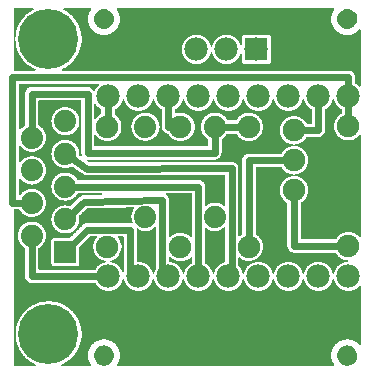
<source format=gtl>
G04 MADE WITH FRITZING*
G04 WWW.FRITZING.ORG*
G04 DOUBLE SIDED*
G04 HOLES PLATED*
G04 CONTOUR ON CENTER OF CONTOUR VECTOR*
%ASAXBY*%
%FSLAX23Y23*%
%MOIN*%
%OFA0B0*%
%SFA1.0B1.0*%
%ADD10C,0.075000*%
%ADD11C,0.074000*%
%ADD12C,0.200000*%
%ADD13C,0.078000*%
%ADD14R,0.078000X0.078000*%
%ADD15C,0.024000*%
%ADD16C,0.000100*%
%ADD17R,0.001000X0.001000*%
%LNCOPPER1*%
G90*
G70*
G54D10*
X242Y260D03*
X141Y142D03*
X883Y570D03*
X300Y1092D03*
X141Y1126D03*
G54D11*
X202Y410D03*
X202Y519D03*
X202Y628D03*
X202Y737D03*
X202Y846D03*
X90Y465D03*
X90Y574D03*
X90Y683D03*
X90Y792D03*
G54D12*
X146Y136D03*
X146Y1120D03*
G54D11*
X202Y410D03*
X202Y519D03*
X202Y628D03*
X202Y737D03*
X202Y846D03*
X90Y465D03*
X90Y574D03*
X90Y683D03*
X90Y792D03*
G54D12*
X146Y136D03*
X146Y1120D03*
G54D13*
X1146Y929D03*
X1046Y929D03*
X946Y929D03*
X846Y929D03*
X746Y929D03*
X646Y929D03*
X546Y929D03*
X446Y929D03*
X346Y929D03*
X346Y329D03*
X446Y329D03*
X546Y329D03*
X646Y329D03*
X746Y329D03*
X846Y329D03*
X946Y329D03*
X1046Y329D03*
X1146Y329D03*
G54D10*
X964Y616D03*
X964Y716D03*
X964Y816D03*
X586Y428D03*
X586Y828D03*
X342Y828D03*
X342Y428D03*
X1146Y830D03*
X1146Y430D03*
X814Y828D03*
X814Y428D03*
G54D11*
X701Y528D03*
X701Y828D03*
X701Y528D03*
X701Y828D03*
X469Y528D03*
X469Y828D03*
X469Y528D03*
X469Y828D03*
G54D13*
X839Y1086D03*
X739Y1086D03*
X639Y1086D03*
G54D14*
X839Y1086D03*
G54D15*
X277Y741D02*
X701Y741D01*
D02*
X277Y938D02*
X277Y741D01*
D02*
X90Y938D02*
X277Y938D01*
D02*
X701Y741D02*
X701Y810D01*
D02*
X90Y812D02*
X90Y938D01*
D02*
X718Y828D02*
X796Y828D01*
D02*
X90Y329D02*
X90Y445D01*
D02*
X327Y329D02*
X90Y329D01*
D02*
X419Y329D02*
X419Y485D01*
D02*
X419Y485D02*
X276Y485D01*
D02*
X276Y485D02*
X216Y424D01*
D02*
X427Y329D02*
X419Y329D01*
D02*
X526Y329D02*
X526Y583D01*
D02*
X266Y578D02*
X217Y533D01*
D02*
X526Y583D02*
X266Y578D01*
D02*
X527Y329D02*
X526Y329D01*
D02*
X646Y628D02*
X222Y628D01*
D02*
X646Y348D02*
X646Y628D01*
D02*
X757Y329D02*
X757Y689D01*
D02*
X275Y688D02*
X219Y726D01*
D02*
X757Y689D02*
X275Y688D01*
D02*
X757Y329D02*
X757Y329D01*
D02*
X1146Y993D02*
X26Y993D01*
D02*
X26Y993D02*
X26Y574D01*
D02*
X26Y574D02*
X70Y574D01*
D02*
X1146Y948D02*
X1146Y993D01*
D02*
X814Y716D02*
X814Y445D01*
D02*
X947Y716D02*
X814Y716D01*
D02*
X964Y430D02*
X964Y599D01*
D02*
X1128Y430D02*
X964Y430D01*
D02*
X1146Y910D02*
X1146Y847D01*
D02*
X1046Y816D02*
X982Y816D01*
D02*
X1046Y910D02*
X1046Y816D01*
D02*
X343Y845D02*
X345Y910D01*
D02*
X546Y828D02*
X546Y910D01*
D02*
X569Y828D02*
X546Y828D01*
G54D16*
G36*
X334Y99D02*
X337Y98D01*
X343Y96D01*
X349Y93D01*
X354Y89D01*
X354Y89D01*
X358Y84D01*
X361Y79D01*
X363Y72D01*
X364Y69D01*
X364Y66D01*
X364Y62D01*
X363Y59D01*
X361Y53D01*
X358Y47D01*
X354Y42D01*
X349Y38D01*
X343Y35D01*
X337Y33D01*
X334Y32D01*
X330Y32D01*
X327Y32D01*
X324Y33D01*
X317Y35D01*
X312Y38D01*
X307Y42D01*
X307Y42D01*
X303Y47D01*
X300Y53D01*
X298Y60D01*
X298Y62D01*
X297Y66D01*
X298Y69D01*
X298Y72D01*
X300Y78D01*
X303Y84D01*
X307Y89D01*
X307Y89D01*
X312Y93D01*
X317Y96D01*
X324Y98D01*
X327Y99D01*
X330Y99D01*
X334Y99D01*
D02*
G37*
D02*
G36*
X334Y99D02*
X337Y98D01*
X343Y96D01*
X349Y93D01*
X354Y89D01*
X354Y89D01*
X358Y84D01*
X361Y79D01*
X363Y72D01*
X364Y69D01*
X364Y66D01*
X364Y62D01*
X363Y59D01*
X361Y53D01*
X358Y47D01*
X354Y42D01*
X349Y38D01*
X343Y35D01*
X337Y33D01*
X334Y32D01*
X330Y32D01*
X327Y32D01*
X324Y33D01*
X317Y35D01*
X312Y38D01*
X307Y42D01*
X307Y42D01*
X303Y47D01*
X300Y53D01*
X298Y60D01*
X298Y62D01*
X297Y66D01*
X298Y69D01*
X298Y72D01*
X300Y78D01*
X303Y84D01*
X307Y89D01*
X307Y89D01*
X312Y93D01*
X317Y96D01*
X324Y98D01*
X327Y99D01*
X330Y99D01*
X334Y99D01*
D02*
G37*
D02*
G36*
X1146Y99D02*
X1149Y98D01*
X1154Y96D01*
X1160Y93D01*
X1165Y89D01*
X1166Y89D01*
X1169Y84D01*
X1172Y79D01*
X1174Y72D01*
X1175Y69D01*
X1175Y66D01*
X1175Y62D01*
X1174Y59D01*
X1173Y53D01*
X1170Y47D01*
X1165Y42D01*
X1160Y38D01*
X1154Y35D01*
X1148Y33D01*
X1145Y32D01*
X1142Y32D01*
X1138Y32D01*
X1135Y33D01*
X1129Y35D01*
X1123Y38D01*
X1119Y42D01*
X1118Y42D01*
X1114Y47D01*
X1111Y53D01*
X1109Y60D01*
X1109Y62D01*
X1109Y66D01*
X1109Y69D01*
X1109Y72D01*
X1111Y78D01*
X1114Y84D01*
X1118Y89D01*
X1118Y89D01*
X1123Y93D01*
X1129Y96D01*
X1136Y98D01*
X1138Y99D01*
X1142Y99D01*
X1146Y99D01*
D02*
G37*
D02*
G36*
X1146Y99D02*
X1149Y98D01*
X1154Y96D01*
X1160Y93D01*
X1165Y89D01*
X1166Y89D01*
X1169Y84D01*
X1172Y79D01*
X1174Y72D01*
X1175Y69D01*
X1175Y66D01*
X1175Y62D01*
X1174Y59D01*
X1173Y53D01*
X1170Y47D01*
X1165Y42D01*
X1160Y38D01*
X1154Y35D01*
X1148Y33D01*
X1145Y32D01*
X1142Y32D01*
X1138Y32D01*
X1135Y33D01*
X1129Y35D01*
X1123Y38D01*
X1119Y42D01*
X1118Y42D01*
X1114Y47D01*
X1111Y53D01*
X1109Y60D01*
X1109Y62D01*
X1109Y66D01*
X1109Y69D01*
X1109Y72D01*
X1111Y78D01*
X1114Y84D01*
X1118Y89D01*
X1118Y89D01*
X1123Y93D01*
X1129Y96D01*
X1136Y98D01*
X1138Y99D01*
X1142Y99D01*
X1146Y99D01*
D02*
G37*
D02*
G36*
X152Y191D02*
X158Y190D01*
X162Y189D01*
X168Y187D01*
X173Y184D01*
X177Y182D01*
X181Y179D01*
X185Y175D01*
X189Y171D01*
X192Y166D01*
X194Y163D01*
X197Y157D01*
X199Y152D01*
X200Y147D01*
X201Y142D01*
X201Y136D01*
X201Y130D01*
X200Y125D01*
X199Y120D01*
X197Y115D01*
X194Y110D01*
X192Y106D01*
X189Y101D01*
X185Y97D01*
X181Y94D01*
X177Y90D01*
X172Y88D01*
X167Y85D01*
X162Y84D01*
X157Y82D01*
X152Y81D01*
X146Y81D01*
X140Y81D01*
X135Y82D01*
X130Y84D01*
X125Y85D01*
X120Y88D01*
X115Y91D01*
X111Y94D01*
X107Y97D01*
X104Y101D01*
X100Y106D01*
X98Y110D01*
X95Y115D01*
X94Y120D01*
X92Y125D01*
X91Y130D01*
X91Y136D01*
X92Y142D01*
X92Y147D01*
X94Y153D01*
X95Y157D01*
X98Y163D01*
X100Y167D01*
X104Y171D01*
X107Y175D01*
X111Y179D01*
X116Y182D01*
X120Y184D01*
X125Y187D01*
X130Y189D01*
X135Y190D01*
X140Y191D01*
X146Y191D01*
X152Y191D01*
D02*
G37*
D02*
G36*
X552Y395D02*
X552Y394D01*
X560Y388D01*
X568Y384D01*
X576Y381D01*
X578Y381D01*
X586Y380D01*
X587Y380D01*
X596Y381D01*
X597Y381D01*
X605Y384D01*
X606Y384D01*
X613Y388D01*
X620Y394D01*
X620Y394D01*
X621Y394D01*
X622Y394D01*
X623Y394D01*
X623Y393D01*
X624Y392D01*
X624Y373D01*
X623Y372D01*
X622Y372D01*
X618Y369D01*
X617Y369D01*
X611Y364D01*
X610Y363D01*
X605Y356D01*
X601Y348D01*
X598Y339D01*
X597Y339D01*
X597Y338D01*
X596Y338D01*
X595Y338D01*
X595Y338D01*
X594Y339D01*
X593Y339D01*
X593Y340D01*
X591Y348D01*
X586Y356D01*
X580Y363D01*
X579Y364D01*
X573Y369D01*
X572Y370D01*
X565Y374D01*
X564Y374D01*
X556Y377D01*
X550Y378D01*
X549Y378D01*
X549Y379D01*
X549Y379D01*
X548Y380D01*
X548Y393D01*
X549Y394D01*
X550Y394D01*
X550Y395D01*
X551Y395D01*
X552Y395D01*
D02*
G37*
D02*
G36*
X552Y395D02*
X552Y394D01*
X560Y388D01*
X568Y384D01*
X576Y381D01*
X578Y381D01*
X586Y380D01*
X587Y380D01*
X596Y381D01*
X597Y381D01*
X605Y384D01*
X606Y384D01*
X613Y388D01*
X620Y394D01*
X620Y394D01*
X621Y394D01*
X622Y394D01*
X623Y394D01*
X623Y393D01*
X624Y392D01*
X624Y373D01*
X623Y372D01*
X622Y372D01*
X618Y369D01*
X617Y369D01*
X611Y364D01*
X610Y363D01*
X605Y356D01*
X601Y348D01*
X598Y339D01*
X597Y339D01*
X597Y338D01*
X596Y338D01*
X595Y338D01*
X595Y338D01*
X594Y339D01*
X593Y339D01*
X593Y340D01*
X591Y348D01*
X586Y356D01*
X580Y363D01*
X579Y364D01*
X573Y369D01*
X572Y370D01*
X565Y374D01*
X564Y374D01*
X556Y377D01*
X550Y378D01*
X549Y378D01*
X549Y379D01*
X549Y379D01*
X548Y380D01*
X548Y393D01*
X549Y394D01*
X550Y394D01*
X550Y395D01*
X551Y395D01*
X552Y395D01*
D02*
G37*
D02*
G36*
X733Y493D02*
X734Y493D01*
X735Y492D01*
X735Y491D01*
X735Y491D01*
X735Y378D01*
X735Y377D01*
X734Y376D01*
X733Y376D01*
X727Y374D01*
X718Y369D01*
X717Y369D01*
X711Y364D01*
X710Y363D01*
X705Y356D01*
X701Y348D01*
X698Y339D01*
X697Y339D01*
X697Y338D01*
X696Y338D01*
X695Y338D01*
X695Y338D01*
X694Y339D01*
X693Y339D01*
X693Y340D01*
X691Y348D01*
X686Y356D01*
X680Y363D01*
X679Y364D01*
X673Y369D01*
X672Y370D01*
X669Y372D01*
X668Y372D01*
X668Y374D01*
X668Y490D01*
X668Y491D01*
X669Y491D01*
X669Y492D01*
X670Y492D01*
X671Y492D01*
X671Y492D01*
X674Y489D01*
X682Y485D01*
X691Y482D01*
X692Y482D01*
X700Y481D01*
X702Y481D01*
X710Y482D01*
X711Y482D01*
X719Y485D01*
X727Y489D01*
X731Y493D01*
X732Y493D01*
X733Y493D01*
D02*
G37*
D02*
G36*
X733Y493D02*
X734Y493D01*
X735Y492D01*
X735Y491D01*
X735Y491D01*
X735Y378D01*
X735Y377D01*
X734Y376D01*
X733Y376D01*
X727Y374D01*
X718Y369D01*
X717Y369D01*
X711Y364D01*
X710Y363D01*
X705Y356D01*
X701Y348D01*
X698Y339D01*
X697Y339D01*
X697Y338D01*
X696Y338D01*
X695Y338D01*
X695Y338D01*
X694Y339D01*
X693Y339D01*
X693Y340D01*
X691Y348D01*
X686Y356D01*
X680Y363D01*
X679Y364D01*
X673Y369D01*
X672Y370D01*
X669Y372D01*
X668Y372D01*
X668Y374D01*
X668Y490D01*
X668Y491D01*
X669Y491D01*
X669Y492D01*
X670Y492D01*
X671Y492D01*
X671Y492D01*
X674Y489D01*
X682Y485D01*
X691Y482D01*
X692Y482D01*
X700Y481D01*
X702Y481D01*
X710Y482D01*
X711Y482D01*
X719Y485D01*
X727Y489D01*
X731Y493D01*
X732Y493D01*
X733Y493D01*
D02*
G37*
D02*
G36*
X503Y494D02*
X503Y493D01*
X504Y493D01*
X504Y492D01*
X504Y491D01*
X504Y355D01*
X504Y355D01*
X501Y348D01*
X498Y339D01*
X497Y339D01*
X497Y338D01*
X496Y338D01*
X495Y338D01*
X495Y338D01*
X494Y339D01*
X493Y339D01*
X493Y340D01*
X491Y348D01*
X486Y356D01*
X480Y363D01*
X479Y364D01*
X473Y369D01*
X472Y370D01*
X465Y374D01*
X464Y374D01*
X456Y377D01*
X451Y378D01*
X450Y378D01*
X445Y378D01*
X443Y378D01*
X442Y378D01*
X441Y378D01*
X441Y379D01*
X441Y380D01*
X441Y487D01*
X441Y488D01*
X442Y488D01*
X442Y489D01*
X443Y489D01*
X444Y489D01*
X444Y488D01*
X451Y485D01*
X460Y482D01*
X461Y482D01*
X469Y481D01*
X470Y481D01*
X478Y482D01*
X479Y482D01*
X487Y485D01*
X495Y489D01*
X501Y494D01*
X501Y494D01*
X503Y494D01*
D02*
G37*
D02*
G36*
X503Y494D02*
X503Y493D01*
X504Y493D01*
X504Y492D01*
X504Y491D01*
X504Y355D01*
X504Y355D01*
X501Y348D01*
X498Y339D01*
X497Y339D01*
X497Y338D01*
X496Y338D01*
X495Y338D01*
X495Y338D01*
X494Y339D01*
X493Y339D01*
X493Y340D01*
X491Y348D01*
X486Y356D01*
X480Y363D01*
X479Y364D01*
X473Y369D01*
X472Y370D01*
X465Y374D01*
X464Y374D01*
X456Y377D01*
X451Y378D01*
X450Y378D01*
X445Y378D01*
X443Y378D01*
X442Y378D01*
X441Y378D01*
X441Y379D01*
X441Y380D01*
X441Y487D01*
X441Y488D01*
X442Y488D01*
X442Y489D01*
X443Y489D01*
X444Y489D01*
X444Y488D01*
X451Y485D01*
X460Y482D01*
X461Y482D01*
X469Y481D01*
X470Y481D01*
X478Y482D01*
X479Y482D01*
X487Y485D01*
X495Y489D01*
X501Y494D01*
X501Y494D01*
X503Y494D01*
D02*
G37*
D02*
G36*
X394Y463D02*
X396Y463D01*
X396Y462D01*
X396Y461D01*
X397Y461D01*
X397Y345D01*
X396Y344D01*
X395Y343D01*
X395Y343D01*
X394Y343D01*
X393Y343D01*
X393Y343D01*
X392Y344D01*
X392Y344D01*
X391Y348D01*
X386Y356D01*
X380Y363D01*
X379Y364D01*
X373Y369D01*
X372Y370D01*
X365Y374D01*
X364Y374D01*
X356Y377D01*
X354Y377D01*
X353Y377D01*
X352Y378D01*
X352Y379D01*
X352Y380D01*
X352Y380D01*
X353Y381D01*
X353Y382D01*
X361Y384D01*
X361Y384D01*
X369Y388D01*
X376Y394D01*
X376Y395D01*
X381Y401D01*
X382Y402D01*
X386Y409D01*
X389Y418D01*
X389Y419D01*
X390Y427D01*
X390Y429D01*
X389Y437D01*
X388Y438D01*
X386Y446D01*
X381Y454D01*
X381Y455D01*
X377Y459D01*
X377Y460D01*
X377Y461D01*
X377Y462D01*
X378Y463D01*
X379Y463D01*
X380Y463D01*
X394Y463D01*
D02*
G37*
D02*
G36*
X394Y463D02*
X396Y463D01*
X396Y462D01*
X396Y461D01*
X397Y461D01*
X397Y345D01*
X396Y344D01*
X395Y343D01*
X395Y343D01*
X394Y343D01*
X393Y343D01*
X393Y343D01*
X392Y344D01*
X392Y344D01*
X391Y348D01*
X386Y356D01*
X380Y363D01*
X379Y364D01*
X373Y369D01*
X372Y370D01*
X365Y374D01*
X364Y374D01*
X356Y377D01*
X354Y377D01*
X353Y377D01*
X352Y378D01*
X352Y379D01*
X352Y380D01*
X352Y380D01*
X353Y381D01*
X353Y382D01*
X361Y384D01*
X361Y384D01*
X369Y388D01*
X376Y394D01*
X376Y395D01*
X381Y401D01*
X382Y402D01*
X386Y409D01*
X389Y418D01*
X389Y419D01*
X390Y427D01*
X390Y429D01*
X389Y437D01*
X388Y438D01*
X386Y446D01*
X381Y454D01*
X381Y455D01*
X377Y459D01*
X377Y460D01*
X377Y461D01*
X377Y462D01*
X378Y463D01*
X379Y463D01*
X380Y463D01*
X394Y463D01*
D02*
G37*
D02*
G36*
X622Y606D02*
X623Y606D01*
X623Y605D01*
X624Y604D01*
X624Y604D01*
X624Y463D01*
X623Y462D01*
X623Y461D01*
X622Y461D01*
X621Y461D01*
X621Y461D01*
X620Y461D01*
X613Y467D01*
X606Y471D01*
X604Y472D01*
X596Y474D01*
X595Y474D01*
X587Y475D01*
X585Y475D01*
X577Y474D01*
X576Y474D01*
X568Y471D01*
X560Y467D01*
X559Y466D01*
X552Y461D01*
X552Y461D01*
X551Y460D01*
X550Y461D01*
X550Y461D01*
X549Y461D01*
X549Y462D01*
X549Y462D01*
X548Y463D01*
X548Y586D01*
X548Y588D01*
X547Y591D01*
X546Y593D01*
X544Y597D01*
X541Y600D01*
X538Y602D01*
X538Y603D01*
X537Y603D01*
X537Y604D01*
X538Y605D01*
X538Y606D01*
X539Y606D01*
X540Y606D01*
X622Y606D01*
D02*
G37*
D02*
G36*
X622Y606D02*
X623Y606D01*
X623Y605D01*
X624Y604D01*
X624Y604D01*
X624Y463D01*
X623Y462D01*
X623Y461D01*
X622Y461D01*
X621Y461D01*
X621Y461D01*
X620Y461D01*
X613Y467D01*
X606Y471D01*
X604Y472D01*
X596Y474D01*
X595Y474D01*
X587Y475D01*
X585Y475D01*
X577Y474D01*
X576Y474D01*
X568Y471D01*
X560Y467D01*
X559Y466D01*
X552Y461D01*
X552Y461D01*
X551Y460D01*
X550Y461D01*
X550Y461D01*
X549Y461D01*
X549Y462D01*
X549Y462D01*
X548Y463D01*
X548Y586D01*
X548Y588D01*
X547Y591D01*
X546Y593D01*
X544Y597D01*
X541Y600D01*
X538Y602D01*
X538Y603D01*
X537Y603D01*
X537Y604D01*
X538Y605D01*
X538Y606D01*
X539Y606D01*
X540Y606D01*
X622Y606D01*
D02*
G37*
D02*
G36*
X313Y971D02*
X314Y971D01*
X315Y970D01*
X315Y969D01*
X315Y969D01*
X315Y968D01*
X315Y967D01*
X315Y967D01*
X311Y964D01*
X310Y963D01*
X305Y957D01*
X305Y956D01*
X301Y949D01*
X300Y948D01*
X300Y948D01*
X299Y947D01*
X298Y948D01*
X297Y948D01*
X297Y948D01*
X296Y950D01*
X294Y952D01*
X292Y955D01*
X289Y957D01*
X286Y959D01*
X283Y960D01*
X280Y960D01*
X278Y960D01*
X88Y960D01*
X85Y960D01*
X82Y959D01*
X79Y957D01*
X76Y956D01*
X74Y953D01*
X72Y951D01*
X71Y949D01*
X70Y947D01*
X69Y944D01*
X69Y942D01*
X68Y938D01*
X68Y834D01*
X68Y833D01*
X67Y832D01*
X64Y831D01*
X57Y825D01*
X52Y819D01*
X51Y818D01*
X50Y818D01*
X50Y819D01*
X49Y819D01*
X48Y820D01*
X48Y820D01*
X48Y969D01*
X49Y970D01*
X49Y971D01*
X50Y971D01*
X50Y971D01*
X313Y971D01*
D02*
G37*
D02*
G36*
X313Y971D02*
X314Y971D01*
X315Y970D01*
X315Y969D01*
X315Y969D01*
X315Y968D01*
X315Y967D01*
X315Y967D01*
X311Y964D01*
X310Y963D01*
X305Y957D01*
X305Y956D01*
X301Y949D01*
X300Y948D01*
X300Y948D01*
X299Y947D01*
X298Y948D01*
X297Y948D01*
X297Y948D01*
X296Y950D01*
X294Y952D01*
X292Y955D01*
X289Y957D01*
X286Y959D01*
X283Y960D01*
X280Y960D01*
X278Y960D01*
X88Y960D01*
X85Y960D01*
X82Y959D01*
X79Y957D01*
X76Y956D01*
X74Y953D01*
X72Y951D01*
X71Y949D01*
X70Y947D01*
X69Y944D01*
X69Y942D01*
X68Y938D01*
X68Y834D01*
X68Y833D01*
X67Y832D01*
X64Y831D01*
X57Y825D01*
X52Y819D01*
X51Y818D01*
X50Y818D01*
X50Y819D01*
X49Y819D01*
X48Y820D01*
X48Y820D01*
X48Y969D01*
X49Y970D01*
X49Y971D01*
X50Y971D01*
X50Y971D01*
X313Y971D01*
D02*
G37*
D02*
G36*
X303Y905D02*
X304Y905D01*
X305Y902D01*
X306Y901D01*
X311Y895D01*
X312Y894D01*
X318Y889D01*
X321Y887D01*
X322Y887D01*
X322Y885D01*
X322Y871D01*
X321Y870D01*
X321Y870D01*
X320Y869D01*
X316Y867D01*
X315Y866D01*
X309Y861D01*
X308Y860D01*
X303Y855D01*
X303Y854D01*
X302Y854D01*
X301Y854D01*
X300Y855D01*
X300Y855D01*
X299Y856D01*
X299Y857D01*
X299Y904D01*
X300Y905D01*
X300Y905D01*
X301Y906D01*
X301Y906D01*
X302Y906D01*
X303Y905D01*
D02*
G37*
D02*
G36*
X303Y905D02*
X304Y905D01*
X305Y902D01*
X306Y901D01*
X311Y895D01*
X312Y894D01*
X318Y889D01*
X321Y887D01*
X322Y887D01*
X322Y885D01*
X322Y871D01*
X321Y870D01*
X321Y870D01*
X320Y869D01*
X316Y867D01*
X315Y866D01*
X309Y861D01*
X308Y860D01*
X303Y855D01*
X303Y854D01*
X302Y854D01*
X301Y854D01*
X300Y855D01*
X300Y855D01*
X299Y856D01*
X299Y857D01*
X299Y904D01*
X300Y905D01*
X300Y905D01*
X301Y906D01*
X301Y906D01*
X302Y906D01*
X303Y905D01*
D02*
G37*
D02*
G36*
X95Y1223D02*
X96Y1222D01*
X97Y1222D01*
X97Y1221D01*
X97Y1221D01*
X97Y1220D01*
X97Y1219D01*
X96Y1218D01*
X93Y1217D01*
X84Y1211D01*
X76Y1205D01*
X69Y1199D01*
X68Y1198D01*
X61Y1190D01*
X55Y1182D01*
X49Y1172D01*
X45Y1163D01*
X41Y1153D01*
X39Y1143D01*
X37Y1131D01*
X36Y1121D01*
X36Y1120D01*
X37Y1110D01*
X39Y1098D01*
X41Y1088D01*
X45Y1077D01*
X49Y1069D01*
X55Y1059D01*
X62Y1050D01*
X68Y1043D01*
X69Y1042D01*
X77Y1035D01*
X85Y1029D01*
X93Y1024D01*
X102Y1020D01*
X103Y1019D01*
X103Y1018D01*
X103Y1018D01*
X103Y1017D01*
X103Y1016D01*
X102Y1016D01*
X102Y1015D01*
X101Y1015D01*
X101Y1015D01*
X32Y1015D01*
X31Y1016D01*
X30Y1016D01*
X30Y1017D01*
X30Y1017D01*
X30Y1221D01*
X31Y1222D01*
X31Y1222D01*
X32Y1223D01*
X32Y1223D01*
X95Y1223D01*
D02*
G37*
D02*
G36*
X95Y1223D02*
X96Y1222D01*
X97Y1222D01*
X97Y1221D01*
X97Y1221D01*
X97Y1220D01*
X97Y1219D01*
X96Y1218D01*
X93Y1217D01*
X84Y1211D01*
X76Y1205D01*
X69Y1199D01*
X68Y1198D01*
X61Y1190D01*
X55Y1182D01*
X49Y1172D01*
X45Y1163D01*
X41Y1153D01*
X39Y1143D01*
X37Y1131D01*
X36Y1121D01*
X36Y1120D01*
X37Y1110D01*
X39Y1098D01*
X41Y1088D01*
X45Y1077D01*
X49Y1069D01*
X55Y1059D01*
X62Y1050D01*
X68Y1043D01*
X69Y1042D01*
X77Y1035D01*
X85Y1029D01*
X93Y1024D01*
X102Y1020D01*
X103Y1019D01*
X103Y1018D01*
X103Y1018D01*
X103Y1017D01*
X103Y1016D01*
X102Y1016D01*
X102Y1015D01*
X101Y1015D01*
X101Y1015D01*
X32Y1015D01*
X31Y1016D01*
X30Y1016D01*
X30Y1017D01*
X30Y1017D01*
X30Y1221D01*
X31Y1222D01*
X31Y1222D01*
X32Y1223D01*
X32Y1223D01*
X95Y1223D01*
D02*
G37*
D02*
G36*
X152Y1175D02*
X157Y1174D01*
X163Y1173D01*
X168Y1171D01*
X173Y1169D01*
X177Y1166D01*
X181Y1163D01*
X185Y1159D01*
X189Y1155D01*
X192Y1151D01*
X194Y1147D01*
X197Y1142D01*
X199Y1136D01*
X200Y1132D01*
X201Y1126D01*
X201Y1120D01*
X201Y1114D01*
X200Y1109D01*
X199Y1104D01*
X197Y1099D01*
X194Y1094D01*
X192Y1090D01*
X189Y1085D01*
X185Y1082D01*
X181Y1078D01*
X177Y1075D01*
X173Y1072D01*
X168Y1070D01*
X162Y1068D01*
X157Y1066D01*
X152Y1066D01*
X146Y1065D01*
X140Y1066D01*
X135Y1067D01*
X130Y1068D01*
X125Y1070D01*
X120Y1072D01*
X115Y1075D01*
X111Y1078D01*
X107Y1082D01*
X104Y1086D01*
X100Y1090D01*
X98Y1094D01*
X95Y1099D01*
X94Y1104D01*
X92Y1110D01*
X91Y1115D01*
X91Y1120D01*
X92Y1127D01*
X92Y1132D01*
X94Y1137D01*
X96Y1142D01*
X98Y1147D01*
X100Y1151D01*
X104Y1155D01*
X107Y1159D01*
X111Y1163D01*
X116Y1166D01*
X120Y1169D01*
X125Y1171D01*
X130Y1173D01*
X135Y1174D01*
X140Y1175D01*
X146Y1175D01*
X152Y1175D01*
D02*
G37*
D02*
G36*
X1146Y1220D02*
X1149Y1220D01*
X1154Y1218D01*
X1160Y1215D01*
X1165Y1211D01*
X1165Y1211D01*
X1170Y1206D01*
X1173Y1200D01*
X1174Y1194D01*
X1175Y1191D01*
X1175Y1187D01*
X1175Y1184D01*
X1174Y1181D01*
X1173Y1175D01*
X1169Y1169D01*
X1166Y1164D01*
X1165Y1164D01*
X1160Y1160D01*
X1155Y1157D01*
X1148Y1155D01*
X1145Y1154D01*
X1142Y1154D01*
X1138Y1154D01*
X1135Y1155D01*
X1129Y1157D01*
X1123Y1160D01*
X1118Y1164D01*
X1114Y1169D01*
X1111Y1175D01*
X1109Y1181D01*
X1109Y1184D01*
X1109Y1187D01*
X1109Y1191D01*
X1109Y1194D01*
X1111Y1200D01*
X1114Y1206D01*
X1118Y1211D01*
X1119Y1211D01*
X1123Y1215D01*
X1129Y1218D01*
X1136Y1220D01*
X1138Y1220D01*
X1142Y1221D01*
X1146Y1220D01*
D02*
G37*
D02*
G36*
X1146Y1220D02*
X1149Y1220D01*
X1154Y1218D01*
X1160Y1215D01*
X1165Y1211D01*
X1165Y1211D01*
X1170Y1206D01*
X1173Y1200D01*
X1174Y1194D01*
X1175Y1191D01*
X1175Y1187D01*
X1175Y1184D01*
X1174Y1181D01*
X1173Y1175D01*
X1169Y1169D01*
X1166Y1164D01*
X1165Y1164D01*
X1160Y1160D01*
X1155Y1157D01*
X1148Y1155D01*
X1145Y1154D01*
X1142Y1154D01*
X1138Y1154D01*
X1135Y1155D01*
X1129Y1157D01*
X1123Y1160D01*
X1118Y1164D01*
X1114Y1169D01*
X1111Y1175D01*
X1109Y1181D01*
X1109Y1184D01*
X1109Y1187D01*
X1109Y1191D01*
X1109Y1194D01*
X1111Y1200D01*
X1114Y1206D01*
X1118Y1211D01*
X1119Y1211D01*
X1123Y1215D01*
X1129Y1218D01*
X1136Y1220D01*
X1138Y1220D01*
X1142Y1221D01*
X1146Y1220D01*
D02*
G37*
D02*
G36*
X334Y1220D02*
X337Y1220D01*
X343Y1218D01*
X349Y1215D01*
X354Y1211D01*
X354Y1211D01*
X358Y1206D01*
X361Y1200D01*
X363Y1194D01*
X364Y1191D01*
X364Y1187D01*
X364Y1184D01*
X363Y1181D01*
X361Y1175D01*
X358Y1169D01*
X354Y1164D01*
X354Y1164D01*
X349Y1160D01*
X343Y1157D01*
X337Y1155D01*
X334Y1154D01*
X330Y1154D01*
X327Y1154D01*
X324Y1155D01*
X318Y1157D01*
X312Y1160D01*
X307Y1164D01*
X303Y1169D01*
X300Y1175D01*
X298Y1181D01*
X298Y1184D01*
X297Y1187D01*
X298Y1191D01*
X298Y1194D01*
X300Y1200D01*
X303Y1206D01*
X307Y1211D01*
X307Y1211D01*
X312Y1215D01*
X317Y1218D01*
X324Y1220D01*
X327Y1220D01*
X330Y1221D01*
X334Y1220D01*
D02*
G37*
D02*
G36*
X334Y1220D02*
X337Y1220D01*
X343Y1218D01*
X349Y1215D01*
X354Y1211D01*
X354Y1211D01*
X358Y1206D01*
X361Y1200D01*
X363Y1194D01*
X364Y1191D01*
X364Y1187D01*
X364Y1184D01*
X363Y1181D01*
X361Y1175D01*
X358Y1169D01*
X354Y1164D01*
X354Y1164D01*
X349Y1160D01*
X343Y1157D01*
X337Y1155D01*
X334Y1154D01*
X330Y1154D01*
X327Y1154D01*
X324Y1155D01*
X318Y1157D01*
X312Y1160D01*
X307Y1164D01*
X303Y1169D01*
X300Y1175D01*
X298Y1181D01*
X298Y1184D01*
X297Y1187D01*
X298Y1191D01*
X298Y1194D01*
X300Y1200D01*
X303Y1206D01*
X307Y1211D01*
X307Y1211D01*
X312Y1215D01*
X317Y1218D01*
X324Y1220D01*
X327Y1220D01*
X330Y1221D01*
X334Y1220D01*
D02*
G37*
D02*
G54D17*
X197Y1222D02*
X287Y1222D01*
X375Y1222D02*
X1098Y1222D01*
X196Y1221D02*
X288Y1221D01*
X374Y1221D02*
X1099Y1221D01*
X196Y1220D02*
X288Y1220D01*
X374Y1220D02*
X1099Y1220D01*
X196Y1219D02*
X288Y1219D01*
X374Y1219D02*
X1099Y1219D01*
X197Y1218D02*
X287Y1218D01*
X375Y1218D02*
X1098Y1218D01*
X199Y1217D02*
X286Y1217D01*
X376Y1217D02*
X1098Y1217D01*
X201Y1216D02*
X286Y1216D01*
X376Y1216D02*
X1097Y1216D01*
X202Y1215D02*
X285Y1215D01*
X377Y1215D02*
X1096Y1215D01*
X204Y1214D02*
X285Y1214D01*
X377Y1214D02*
X1096Y1214D01*
X206Y1213D02*
X284Y1213D01*
X378Y1213D02*
X1095Y1213D01*
X207Y1212D02*
X284Y1212D01*
X378Y1212D02*
X1095Y1212D01*
X209Y1211D02*
X283Y1211D01*
X379Y1211D02*
X1094Y1211D01*
X210Y1210D02*
X283Y1210D01*
X380Y1210D02*
X1094Y1210D01*
X212Y1209D02*
X282Y1209D01*
X380Y1209D02*
X1093Y1209D01*
X213Y1208D02*
X282Y1208D01*
X381Y1208D02*
X1093Y1208D01*
X214Y1207D02*
X281Y1207D01*
X381Y1207D02*
X1092Y1207D01*
X216Y1206D02*
X281Y1206D01*
X381Y1206D02*
X1092Y1206D01*
X217Y1205D02*
X281Y1205D01*
X382Y1205D02*
X1092Y1205D01*
X218Y1204D02*
X280Y1204D01*
X382Y1204D02*
X1091Y1204D01*
X219Y1203D02*
X280Y1203D01*
X382Y1203D02*
X1091Y1203D01*
X220Y1202D02*
X280Y1202D01*
X382Y1202D02*
X1091Y1202D01*
X221Y1201D02*
X279Y1201D01*
X383Y1201D02*
X1090Y1201D01*
X223Y1200D02*
X279Y1200D01*
X383Y1200D02*
X1090Y1200D01*
X224Y1199D02*
X279Y1199D01*
X383Y1199D02*
X1090Y1199D01*
X225Y1198D02*
X278Y1198D01*
X384Y1198D02*
X1089Y1198D01*
X226Y1197D02*
X278Y1197D01*
X384Y1197D02*
X1089Y1197D01*
X227Y1196D02*
X278Y1196D01*
X384Y1196D02*
X1089Y1196D01*
X228Y1195D02*
X278Y1195D01*
X384Y1195D02*
X1089Y1195D01*
X228Y1194D02*
X278Y1194D01*
X384Y1194D02*
X1089Y1194D01*
X229Y1193D02*
X278Y1193D01*
X384Y1193D02*
X1089Y1193D01*
X230Y1192D02*
X277Y1192D01*
X385Y1192D02*
X1089Y1192D01*
X231Y1191D02*
X277Y1191D01*
X385Y1191D02*
X1089Y1191D01*
X232Y1190D02*
X277Y1190D01*
X385Y1190D02*
X1088Y1190D01*
X233Y1189D02*
X277Y1189D01*
X385Y1189D02*
X1088Y1189D01*
X233Y1188D02*
X277Y1188D01*
X385Y1188D02*
X1088Y1188D01*
X234Y1187D02*
X277Y1187D01*
X385Y1187D02*
X1088Y1187D01*
X235Y1186D02*
X277Y1186D01*
X385Y1186D02*
X1088Y1186D01*
X236Y1185D02*
X277Y1185D01*
X385Y1185D02*
X1088Y1185D01*
X236Y1184D02*
X277Y1184D01*
X385Y1184D02*
X1088Y1184D01*
X237Y1183D02*
X277Y1183D01*
X385Y1183D02*
X1089Y1183D01*
X238Y1182D02*
X277Y1182D01*
X385Y1182D02*
X1089Y1182D01*
X239Y1181D02*
X278Y1181D01*
X384Y1181D02*
X1089Y1181D01*
X239Y1180D02*
X278Y1180D01*
X384Y1180D02*
X1089Y1180D01*
X240Y1179D02*
X278Y1179D01*
X384Y1179D02*
X1089Y1179D01*
X240Y1178D02*
X278Y1178D01*
X384Y1178D02*
X1089Y1178D01*
X241Y1177D02*
X278Y1177D01*
X384Y1177D02*
X1089Y1177D01*
X242Y1176D02*
X278Y1176D01*
X384Y1176D02*
X1089Y1176D01*
X242Y1175D02*
X279Y1175D01*
X383Y1175D02*
X1090Y1175D01*
X243Y1174D02*
X279Y1174D01*
X383Y1174D02*
X1090Y1174D01*
X244Y1173D02*
X279Y1173D01*
X383Y1173D02*
X1090Y1173D01*
X244Y1172D02*
X280Y1172D01*
X382Y1172D02*
X1091Y1172D01*
X245Y1171D02*
X280Y1171D01*
X382Y1171D02*
X1091Y1171D01*
X245Y1170D02*
X280Y1170D01*
X382Y1170D02*
X1091Y1170D01*
X245Y1169D02*
X281Y1169D01*
X382Y1169D02*
X1092Y1169D01*
X246Y1168D02*
X281Y1168D01*
X381Y1168D02*
X1092Y1168D01*
X246Y1167D02*
X281Y1167D01*
X381Y1167D02*
X1092Y1167D01*
X247Y1166D02*
X282Y1166D01*
X380Y1166D02*
X1093Y1166D01*
X247Y1165D02*
X282Y1165D01*
X380Y1165D02*
X1093Y1165D01*
X248Y1164D02*
X283Y1164D01*
X379Y1164D02*
X1094Y1164D01*
X248Y1163D02*
X283Y1163D01*
X379Y1163D02*
X1094Y1163D01*
X249Y1162D02*
X284Y1162D01*
X378Y1162D02*
X1095Y1162D01*
X249Y1161D02*
X284Y1161D01*
X378Y1161D02*
X1095Y1161D01*
X250Y1160D02*
X285Y1160D01*
X377Y1160D02*
X1096Y1160D01*
X250Y1159D02*
X285Y1159D01*
X377Y1159D02*
X1096Y1159D01*
X250Y1158D02*
X286Y1158D01*
X376Y1158D02*
X1097Y1158D01*
X251Y1157D02*
X287Y1157D01*
X376Y1157D02*
X1098Y1157D01*
X251Y1156D02*
X287Y1156D01*
X375Y1156D02*
X1098Y1156D01*
X251Y1155D02*
X288Y1155D01*
X374Y1155D02*
X1099Y1155D01*
X252Y1154D02*
X289Y1154D01*
X373Y1154D02*
X1100Y1154D01*
X252Y1153D02*
X290Y1153D01*
X372Y1153D02*
X1101Y1153D01*
X252Y1152D02*
X291Y1152D01*
X372Y1152D02*
X1102Y1152D01*
X1183Y1152D02*
X1185Y1152D01*
X253Y1151D02*
X291Y1151D01*
X371Y1151D02*
X1103Y1151D01*
X1182Y1151D02*
X1186Y1151D01*
X253Y1150D02*
X292Y1150D01*
X370Y1150D02*
X1103Y1150D01*
X1181Y1150D02*
X1186Y1150D01*
X253Y1149D02*
X293Y1149D01*
X369Y1149D02*
X1104Y1149D01*
X1180Y1149D02*
X1186Y1149D01*
X253Y1148D02*
X294Y1148D01*
X368Y1148D02*
X1106Y1148D01*
X1179Y1148D02*
X1186Y1148D01*
X254Y1147D02*
X296Y1147D01*
X366Y1147D02*
X1107Y1147D01*
X1178Y1147D02*
X1186Y1147D01*
X254Y1146D02*
X297Y1146D01*
X365Y1146D02*
X1108Y1146D01*
X1176Y1146D02*
X1186Y1146D01*
X254Y1145D02*
X298Y1145D01*
X364Y1145D02*
X1109Y1145D01*
X1175Y1145D02*
X1186Y1145D01*
X254Y1144D02*
X299Y1144D01*
X363Y1144D02*
X1110Y1144D01*
X1174Y1144D02*
X1186Y1144D01*
X255Y1143D02*
X301Y1143D01*
X362Y1143D02*
X1112Y1143D01*
X1173Y1143D02*
X1186Y1143D01*
X255Y1142D02*
X302Y1142D01*
X360Y1142D02*
X1113Y1142D01*
X1171Y1142D02*
X1186Y1142D01*
X255Y1141D02*
X304Y1141D01*
X358Y1141D02*
X1115Y1141D01*
X1169Y1141D02*
X1186Y1141D01*
X255Y1140D02*
X306Y1140D01*
X356Y1140D02*
X1117Y1140D01*
X1167Y1140D02*
X1186Y1140D01*
X255Y1139D02*
X308Y1139D01*
X354Y1139D02*
X1119Y1139D01*
X1165Y1139D02*
X1186Y1139D01*
X255Y1138D02*
X310Y1138D01*
X352Y1138D02*
X1121Y1138D01*
X1163Y1138D02*
X1186Y1138D01*
X256Y1137D02*
X313Y1137D01*
X349Y1137D02*
X1124Y1137D01*
X1160Y1137D02*
X1186Y1137D01*
X256Y1136D02*
X316Y1136D01*
X346Y1136D02*
X1127Y1136D01*
X1157Y1136D02*
X1186Y1136D01*
X256Y1135D02*
X319Y1135D01*
X343Y1135D02*
X1130Y1135D01*
X1154Y1135D02*
X1186Y1135D01*
X256Y1134D02*
X326Y1134D01*
X337Y1134D02*
X633Y1134D01*
X646Y1134D02*
X733Y1134D01*
X746Y1134D02*
X797Y1134D01*
X882Y1134D02*
X1137Y1134D01*
X1148Y1134D02*
X1186Y1134D01*
X256Y1133D02*
X628Y1133D01*
X651Y1133D02*
X728Y1133D01*
X751Y1133D02*
X795Y1133D01*
X884Y1133D02*
X1186Y1133D01*
X256Y1132D02*
X625Y1132D01*
X654Y1132D02*
X725Y1132D01*
X754Y1132D02*
X793Y1132D01*
X885Y1132D02*
X1186Y1132D01*
X257Y1131D02*
X622Y1131D01*
X657Y1131D02*
X721Y1131D01*
X757Y1131D02*
X792Y1131D01*
X886Y1131D02*
X1186Y1131D01*
X257Y1130D02*
X619Y1130D01*
X660Y1130D02*
X719Y1130D01*
X760Y1130D02*
X792Y1130D01*
X887Y1130D02*
X1186Y1130D01*
X257Y1129D02*
X617Y1129D01*
X662Y1129D02*
X717Y1129D01*
X762Y1129D02*
X791Y1129D01*
X888Y1129D02*
X1186Y1129D01*
X257Y1128D02*
X615Y1128D01*
X664Y1128D02*
X715Y1128D01*
X764Y1128D02*
X791Y1128D01*
X888Y1128D02*
X1186Y1128D01*
X257Y1127D02*
X613Y1127D01*
X666Y1127D02*
X713Y1127D01*
X766Y1127D02*
X790Y1127D01*
X889Y1127D02*
X1186Y1127D01*
X257Y1126D02*
X612Y1126D01*
X667Y1126D02*
X712Y1126D01*
X767Y1126D02*
X790Y1126D01*
X889Y1126D02*
X1186Y1126D01*
X257Y1125D02*
X610Y1125D01*
X669Y1125D02*
X710Y1125D01*
X769Y1125D02*
X790Y1125D01*
X889Y1125D02*
X1186Y1125D01*
X257Y1124D02*
X609Y1124D01*
X670Y1124D02*
X709Y1124D01*
X770Y1124D02*
X790Y1124D01*
X889Y1124D02*
X1186Y1124D01*
X257Y1123D02*
X608Y1123D01*
X671Y1123D02*
X708Y1123D01*
X771Y1123D02*
X790Y1123D01*
X889Y1123D02*
X1186Y1123D01*
X257Y1122D02*
X606Y1122D01*
X672Y1122D02*
X706Y1122D01*
X772Y1122D02*
X790Y1122D01*
X889Y1122D02*
X1186Y1122D01*
X257Y1121D02*
X605Y1121D01*
X674Y1121D02*
X705Y1121D01*
X774Y1121D02*
X790Y1121D01*
X889Y1121D02*
X1186Y1121D01*
X257Y1120D02*
X604Y1120D01*
X675Y1120D02*
X704Y1120D01*
X775Y1120D02*
X790Y1120D01*
X889Y1120D02*
X1186Y1120D01*
X257Y1119D02*
X603Y1119D01*
X676Y1119D02*
X703Y1119D01*
X776Y1119D02*
X790Y1119D01*
X889Y1119D02*
X1186Y1119D01*
X257Y1118D02*
X602Y1118D01*
X676Y1118D02*
X702Y1118D01*
X776Y1118D02*
X790Y1118D01*
X889Y1118D02*
X1186Y1118D01*
X257Y1117D02*
X602Y1117D01*
X677Y1117D02*
X702Y1117D01*
X777Y1117D02*
X790Y1117D01*
X889Y1117D02*
X1186Y1117D01*
X257Y1116D02*
X601Y1116D01*
X678Y1116D02*
X701Y1116D01*
X778Y1116D02*
X790Y1116D01*
X889Y1116D02*
X1186Y1116D01*
X257Y1115D02*
X600Y1115D01*
X679Y1115D02*
X700Y1115D01*
X779Y1115D02*
X790Y1115D01*
X889Y1115D02*
X1186Y1115D01*
X257Y1114D02*
X599Y1114D01*
X680Y1114D02*
X699Y1114D01*
X780Y1114D02*
X790Y1114D01*
X889Y1114D02*
X1186Y1114D01*
X257Y1113D02*
X599Y1113D01*
X680Y1113D02*
X699Y1113D01*
X780Y1113D02*
X790Y1113D01*
X889Y1113D02*
X1186Y1113D01*
X257Y1112D02*
X598Y1112D01*
X681Y1112D02*
X698Y1112D01*
X781Y1112D02*
X790Y1112D01*
X889Y1112D02*
X1186Y1112D01*
X257Y1111D02*
X597Y1111D01*
X681Y1111D02*
X697Y1111D01*
X781Y1111D02*
X790Y1111D01*
X889Y1111D02*
X1186Y1111D01*
X257Y1110D02*
X597Y1110D01*
X682Y1110D02*
X697Y1110D01*
X782Y1110D02*
X790Y1110D01*
X889Y1110D02*
X1186Y1110D01*
X257Y1109D02*
X596Y1109D01*
X683Y1109D02*
X696Y1109D01*
X782Y1109D02*
X790Y1109D01*
X889Y1109D02*
X1186Y1109D01*
X256Y1108D02*
X596Y1108D01*
X683Y1108D02*
X696Y1108D01*
X783Y1108D02*
X790Y1108D01*
X889Y1108D02*
X1186Y1108D01*
X256Y1107D02*
X595Y1107D01*
X684Y1107D02*
X695Y1107D01*
X784Y1107D02*
X790Y1107D01*
X889Y1107D02*
X1186Y1107D01*
X256Y1106D02*
X595Y1106D01*
X684Y1106D02*
X695Y1106D01*
X784Y1106D02*
X790Y1106D01*
X889Y1106D02*
X1186Y1106D01*
X256Y1105D02*
X594Y1105D01*
X685Y1105D02*
X694Y1105D01*
X785Y1105D02*
X790Y1105D01*
X889Y1105D02*
X1186Y1105D01*
X256Y1104D02*
X594Y1104D01*
X685Y1104D02*
X694Y1104D01*
X785Y1104D02*
X790Y1104D01*
X889Y1104D02*
X1186Y1104D01*
X256Y1103D02*
X593Y1103D01*
X685Y1103D02*
X693Y1103D01*
X785Y1103D02*
X790Y1103D01*
X889Y1103D02*
X1186Y1103D01*
X255Y1102D02*
X593Y1102D01*
X686Y1102D02*
X693Y1102D01*
X786Y1102D02*
X790Y1102D01*
X889Y1102D02*
X1186Y1102D01*
X255Y1101D02*
X593Y1101D01*
X686Y1101D02*
X693Y1101D01*
X786Y1101D02*
X790Y1101D01*
X889Y1101D02*
X1186Y1101D01*
X255Y1100D02*
X592Y1100D01*
X686Y1100D02*
X692Y1100D01*
X787Y1100D02*
X789Y1100D01*
X889Y1100D02*
X1186Y1100D01*
X255Y1099D02*
X592Y1099D01*
X687Y1099D02*
X692Y1099D01*
X889Y1099D02*
X1186Y1099D01*
X255Y1098D02*
X592Y1098D01*
X687Y1098D02*
X692Y1098D01*
X889Y1098D02*
X1186Y1098D01*
X255Y1097D02*
X592Y1097D01*
X687Y1097D02*
X691Y1097D01*
X889Y1097D02*
X1186Y1097D01*
X254Y1096D02*
X591Y1096D01*
X688Y1096D02*
X691Y1096D01*
X889Y1096D02*
X1186Y1096D01*
X254Y1095D02*
X591Y1095D01*
X689Y1095D02*
X690Y1095D01*
X889Y1095D02*
X1186Y1095D01*
X254Y1094D02*
X591Y1094D01*
X889Y1094D02*
X1186Y1094D01*
X254Y1093D02*
X591Y1093D01*
X889Y1093D02*
X1186Y1093D01*
X253Y1092D02*
X590Y1092D01*
X889Y1092D02*
X1186Y1092D01*
X253Y1091D02*
X590Y1091D01*
X889Y1091D02*
X1186Y1091D01*
X253Y1090D02*
X590Y1090D01*
X889Y1090D02*
X1186Y1090D01*
X253Y1089D02*
X590Y1089D01*
X889Y1089D02*
X1186Y1089D01*
X252Y1088D02*
X590Y1088D01*
X889Y1088D02*
X1186Y1088D01*
X252Y1087D02*
X590Y1087D01*
X889Y1087D02*
X1186Y1087D01*
X252Y1086D02*
X590Y1086D01*
X889Y1086D02*
X1186Y1086D01*
X251Y1085D02*
X590Y1085D01*
X889Y1085D02*
X1186Y1085D01*
X251Y1084D02*
X590Y1084D01*
X889Y1084D02*
X1186Y1084D01*
X251Y1083D02*
X590Y1083D01*
X889Y1083D02*
X1186Y1083D01*
X250Y1082D02*
X590Y1082D01*
X889Y1082D02*
X1186Y1082D01*
X250Y1081D02*
X590Y1081D01*
X889Y1081D02*
X1186Y1081D01*
X249Y1080D02*
X590Y1080D01*
X889Y1080D02*
X1186Y1080D01*
X249Y1079D02*
X590Y1079D01*
X889Y1079D02*
X1186Y1079D01*
X249Y1078D02*
X591Y1078D01*
X889Y1078D02*
X1186Y1078D01*
X248Y1077D02*
X591Y1077D01*
X889Y1077D02*
X1186Y1077D01*
X248Y1076D02*
X591Y1076D01*
X689Y1076D02*
X690Y1076D01*
X889Y1076D02*
X1186Y1076D01*
X247Y1075D02*
X591Y1075D01*
X688Y1075D02*
X691Y1075D01*
X889Y1075D02*
X1186Y1075D01*
X247Y1074D02*
X592Y1074D01*
X687Y1074D02*
X692Y1074D01*
X889Y1074D02*
X1186Y1074D01*
X246Y1073D02*
X592Y1073D01*
X687Y1073D02*
X692Y1073D01*
X889Y1073D02*
X1186Y1073D01*
X246Y1072D02*
X592Y1072D01*
X687Y1072D02*
X692Y1072D01*
X889Y1072D02*
X1186Y1072D01*
X245Y1071D02*
X593Y1071D01*
X686Y1071D02*
X692Y1071D01*
X787Y1071D02*
X789Y1071D01*
X889Y1071D02*
X1186Y1071D01*
X245Y1070D02*
X593Y1070D01*
X686Y1070D02*
X693Y1070D01*
X786Y1070D02*
X790Y1070D01*
X889Y1070D02*
X1186Y1070D01*
X244Y1069D02*
X593Y1069D01*
X686Y1069D02*
X693Y1069D01*
X786Y1069D02*
X790Y1069D01*
X889Y1069D02*
X1186Y1069D01*
X244Y1068D02*
X593Y1068D01*
X685Y1068D02*
X693Y1068D01*
X785Y1068D02*
X790Y1068D01*
X889Y1068D02*
X1186Y1068D01*
X243Y1067D02*
X594Y1067D01*
X685Y1067D02*
X694Y1067D01*
X785Y1067D02*
X790Y1067D01*
X889Y1067D02*
X1186Y1067D01*
X243Y1066D02*
X594Y1066D01*
X685Y1066D02*
X694Y1066D01*
X785Y1066D02*
X790Y1066D01*
X889Y1066D02*
X1186Y1066D01*
X242Y1065D02*
X595Y1065D01*
X684Y1065D02*
X695Y1065D01*
X784Y1065D02*
X790Y1065D01*
X889Y1065D02*
X1186Y1065D01*
X242Y1064D02*
X595Y1064D01*
X684Y1064D02*
X695Y1064D01*
X784Y1064D02*
X790Y1064D01*
X889Y1064D02*
X1186Y1064D01*
X241Y1063D02*
X596Y1063D01*
X683Y1063D02*
X696Y1063D01*
X783Y1063D02*
X790Y1063D01*
X889Y1063D02*
X1186Y1063D01*
X240Y1062D02*
X596Y1062D01*
X682Y1062D02*
X696Y1062D01*
X782Y1062D02*
X790Y1062D01*
X889Y1062D02*
X1186Y1062D01*
X240Y1061D02*
X597Y1061D01*
X682Y1061D02*
X697Y1061D01*
X782Y1061D02*
X790Y1061D01*
X889Y1061D02*
X1186Y1061D01*
X239Y1060D02*
X597Y1060D01*
X681Y1060D02*
X697Y1060D01*
X781Y1060D02*
X790Y1060D01*
X889Y1060D02*
X1186Y1060D01*
X238Y1059D02*
X598Y1059D01*
X681Y1059D02*
X698Y1059D01*
X781Y1059D02*
X790Y1059D01*
X889Y1059D02*
X1186Y1059D01*
X238Y1058D02*
X599Y1058D01*
X680Y1058D02*
X699Y1058D01*
X780Y1058D02*
X790Y1058D01*
X889Y1058D02*
X1186Y1058D01*
X237Y1057D02*
X599Y1057D01*
X680Y1057D02*
X699Y1057D01*
X779Y1057D02*
X790Y1057D01*
X889Y1057D02*
X1186Y1057D01*
X236Y1056D02*
X600Y1056D01*
X679Y1056D02*
X700Y1056D01*
X779Y1056D02*
X790Y1056D01*
X889Y1056D02*
X1186Y1056D01*
X236Y1055D02*
X601Y1055D01*
X678Y1055D02*
X701Y1055D01*
X778Y1055D02*
X790Y1055D01*
X889Y1055D02*
X1186Y1055D01*
X235Y1054D02*
X602Y1054D01*
X677Y1054D02*
X702Y1054D01*
X777Y1054D02*
X790Y1054D01*
X889Y1054D02*
X1186Y1054D01*
X234Y1053D02*
X603Y1053D01*
X676Y1053D02*
X703Y1053D01*
X776Y1053D02*
X790Y1053D01*
X889Y1053D02*
X1186Y1053D01*
X233Y1052D02*
X603Y1052D01*
X676Y1052D02*
X703Y1052D01*
X776Y1052D02*
X790Y1052D01*
X889Y1052D02*
X1186Y1052D01*
X233Y1051D02*
X604Y1051D01*
X675Y1051D02*
X704Y1051D01*
X775Y1051D02*
X790Y1051D01*
X889Y1051D02*
X1186Y1051D01*
X232Y1050D02*
X605Y1050D01*
X673Y1050D02*
X705Y1050D01*
X773Y1050D02*
X790Y1050D01*
X889Y1050D02*
X1186Y1050D01*
X231Y1049D02*
X607Y1049D01*
X672Y1049D02*
X707Y1049D01*
X772Y1049D02*
X790Y1049D01*
X889Y1049D02*
X1186Y1049D01*
X230Y1048D02*
X608Y1048D01*
X671Y1048D02*
X708Y1048D01*
X771Y1048D02*
X790Y1048D01*
X889Y1048D02*
X1186Y1048D01*
X229Y1047D02*
X609Y1047D01*
X670Y1047D02*
X709Y1047D01*
X770Y1047D02*
X790Y1047D01*
X889Y1047D02*
X1186Y1047D01*
X228Y1046D02*
X610Y1046D01*
X669Y1046D02*
X710Y1046D01*
X769Y1046D02*
X790Y1046D01*
X889Y1046D02*
X1186Y1046D01*
X227Y1045D02*
X612Y1045D01*
X667Y1045D02*
X712Y1045D01*
X767Y1045D02*
X790Y1045D01*
X889Y1045D02*
X1186Y1045D01*
X226Y1044D02*
X613Y1044D01*
X665Y1044D02*
X713Y1044D01*
X765Y1044D02*
X790Y1044D01*
X889Y1044D02*
X1186Y1044D01*
X226Y1043D02*
X615Y1043D01*
X663Y1043D02*
X715Y1043D01*
X763Y1043D02*
X791Y1043D01*
X888Y1043D02*
X1186Y1043D01*
X225Y1042D02*
X617Y1042D01*
X662Y1042D02*
X717Y1042D01*
X762Y1042D02*
X791Y1042D01*
X888Y1042D02*
X1186Y1042D01*
X223Y1041D02*
X619Y1041D01*
X660Y1041D02*
X719Y1041D01*
X760Y1041D02*
X792Y1041D01*
X887Y1041D02*
X1186Y1041D01*
X222Y1040D02*
X622Y1040D01*
X657Y1040D02*
X722Y1040D01*
X757Y1040D02*
X792Y1040D01*
X886Y1040D02*
X1186Y1040D01*
X221Y1039D02*
X625Y1039D01*
X654Y1039D02*
X725Y1039D01*
X754Y1039D02*
X793Y1039D01*
X885Y1039D02*
X1186Y1039D01*
X220Y1038D02*
X628Y1038D01*
X651Y1038D02*
X728Y1038D01*
X751Y1038D02*
X795Y1038D01*
X884Y1038D02*
X1186Y1038D01*
X219Y1037D02*
X633Y1037D01*
X646Y1037D02*
X733Y1037D01*
X746Y1037D02*
X797Y1037D01*
X882Y1037D02*
X1186Y1037D01*
X218Y1036D02*
X1186Y1036D01*
X217Y1035D02*
X1186Y1035D01*
X215Y1034D02*
X1186Y1034D01*
X214Y1033D02*
X1186Y1033D01*
X213Y1032D02*
X1186Y1032D01*
X211Y1031D02*
X1186Y1031D01*
X210Y1030D02*
X1186Y1030D01*
X208Y1029D02*
X1186Y1029D01*
X207Y1028D02*
X1186Y1028D01*
X205Y1027D02*
X1186Y1027D01*
X204Y1026D02*
X1186Y1026D01*
X202Y1025D02*
X1186Y1025D01*
X200Y1024D02*
X1186Y1024D01*
X198Y1023D02*
X1186Y1023D01*
X196Y1022D02*
X1186Y1022D01*
X194Y1021D02*
X1186Y1021D01*
X192Y1020D02*
X1186Y1020D01*
X191Y1019D02*
X1186Y1019D01*
X190Y1018D02*
X1186Y1018D01*
X190Y1017D02*
X1186Y1017D01*
X191Y1016D02*
X1186Y1016D01*
X192Y1015D02*
X1186Y1015D01*
X1153Y1014D02*
X1186Y1014D01*
X1155Y1013D02*
X1186Y1013D01*
X1157Y1012D02*
X1186Y1012D01*
X1159Y1011D02*
X1186Y1011D01*
X1160Y1010D02*
X1186Y1010D01*
X1161Y1009D02*
X1186Y1009D01*
X1162Y1008D02*
X1186Y1008D01*
X1163Y1007D02*
X1186Y1007D01*
X1164Y1006D02*
X1186Y1006D01*
X1165Y1005D02*
X1186Y1005D01*
X1165Y1004D02*
X1186Y1004D01*
X1166Y1003D02*
X1186Y1003D01*
X1166Y1002D02*
X1186Y1002D01*
X1167Y1001D02*
X1186Y1001D01*
X1167Y1000D02*
X1186Y1000D01*
X1168Y999D02*
X1186Y999D01*
X1168Y998D02*
X1186Y998D01*
X1168Y997D02*
X1186Y997D01*
X1168Y996D02*
X1186Y996D01*
X1168Y995D02*
X1186Y995D01*
X1168Y994D02*
X1186Y994D01*
X1168Y993D02*
X1186Y993D01*
X1168Y992D02*
X1186Y992D01*
X1168Y991D02*
X1186Y991D01*
X1168Y990D02*
X1186Y990D01*
X1168Y989D02*
X1186Y989D01*
X1168Y988D02*
X1186Y988D01*
X1168Y987D02*
X1186Y987D01*
X1168Y986D02*
X1186Y986D01*
X1168Y985D02*
X1186Y985D01*
X1168Y984D02*
X1186Y984D01*
X1168Y983D02*
X1186Y983D01*
X1168Y982D02*
X1186Y982D01*
X1168Y981D02*
X1186Y981D01*
X1168Y980D02*
X1186Y980D01*
X1168Y979D02*
X1186Y979D01*
X1168Y978D02*
X1186Y978D01*
X1168Y977D02*
X1186Y977D01*
X1168Y976D02*
X1186Y976D01*
X1168Y975D02*
X1186Y975D01*
X1168Y974D02*
X1186Y974D01*
X1169Y973D02*
X1186Y973D01*
X1170Y972D02*
X1186Y972D01*
X1171Y971D02*
X1186Y971D01*
X1173Y970D02*
X1186Y970D01*
X1175Y969D02*
X1186Y969D01*
X1176Y968D02*
X1186Y968D01*
X1177Y967D02*
X1186Y967D01*
X1178Y966D02*
X1186Y966D01*
X1180Y965D02*
X1186Y965D01*
X1181Y964D02*
X1186Y964D01*
X1182Y963D02*
X1186Y963D01*
X1183Y962D02*
X1185Y962D01*
X395Y919D02*
X398Y919D01*
X495Y919D02*
X498Y919D01*
X595Y919D02*
X598Y919D01*
X695Y919D02*
X698Y919D01*
X795Y919D02*
X798Y919D01*
X895Y919D02*
X898Y919D01*
X995Y919D02*
X998Y919D01*
X1095Y919D02*
X1097Y919D01*
X394Y918D02*
X398Y918D01*
X494Y918D02*
X498Y918D01*
X594Y918D02*
X598Y918D01*
X694Y918D02*
X698Y918D01*
X794Y918D02*
X798Y918D01*
X894Y918D02*
X898Y918D01*
X994Y918D02*
X998Y918D01*
X1094Y918D02*
X1098Y918D01*
X394Y917D02*
X398Y917D01*
X494Y917D02*
X498Y917D01*
X594Y917D02*
X598Y917D01*
X694Y917D02*
X698Y917D01*
X794Y917D02*
X798Y917D01*
X894Y917D02*
X898Y917D01*
X994Y917D02*
X998Y917D01*
X1094Y917D02*
X1098Y917D01*
X115Y916D02*
X254Y916D01*
X394Y916D02*
X399Y916D01*
X494Y916D02*
X499Y916D01*
X594Y916D02*
X599Y916D01*
X694Y916D02*
X699Y916D01*
X793Y916D02*
X799Y916D01*
X893Y916D02*
X899Y916D01*
X993Y916D02*
X999Y916D01*
X1093Y916D02*
X1099Y916D01*
X114Y915D02*
X255Y915D01*
X393Y915D02*
X399Y915D01*
X493Y915D02*
X499Y915D01*
X593Y915D02*
X599Y915D01*
X693Y915D02*
X699Y915D01*
X793Y915D02*
X799Y915D01*
X893Y915D02*
X899Y915D01*
X993Y915D02*
X999Y915D01*
X1093Y915D02*
X1099Y915D01*
X113Y914D02*
X255Y914D01*
X393Y914D02*
X399Y914D01*
X493Y914D02*
X499Y914D01*
X593Y914D02*
X599Y914D01*
X693Y914D02*
X699Y914D01*
X793Y914D02*
X799Y914D01*
X893Y914D02*
X899Y914D01*
X993Y914D02*
X999Y914D01*
X1093Y914D02*
X1099Y914D01*
X113Y913D02*
X255Y913D01*
X393Y913D02*
X400Y913D01*
X493Y913D02*
X500Y913D01*
X593Y913D02*
X600Y913D01*
X693Y913D02*
X700Y913D01*
X793Y913D02*
X800Y913D01*
X893Y913D02*
X900Y913D01*
X993Y913D02*
X1000Y913D01*
X1092Y913D02*
X1100Y913D01*
X113Y912D02*
X255Y912D01*
X392Y912D02*
X400Y912D01*
X492Y912D02*
X500Y912D01*
X592Y912D02*
X600Y912D01*
X692Y912D02*
X700Y912D01*
X792Y912D02*
X800Y912D01*
X892Y912D02*
X900Y912D01*
X992Y912D02*
X1000Y912D01*
X1092Y912D02*
X1100Y912D01*
X113Y911D02*
X255Y911D01*
X392Y911D02*
X400Y911D01*
X492Y911D02*
X500Y911D01*
X592Y911D02*
X600Y911D01*
X692Y911D02*
X700Y911D01*
X792Y911D02*
X800Y911D01*
X892Y911D02*
X900Y911D01*
X992Y911D02*
X1000Y911D01*
X1092Y911D02*
X1100Y911D01*
X113Y910D02*
X255Y910D01*
X392Y910D02*
X401Y910D01*
X492Y910D02*
X501Y910D01*
X592Y910D02*
X601Y910D01*
X691Y910D02*
X701Y910D01*
X791Y910D02*
X801Y910D01*
X891Y910D02*
X901Y910D01*
X991Y910D02*
X1001Y910D01*
X1091Y910D02*
X1101Y910D01*
X113Y909D02*
X255Y909D01*
X391Y909D02*
X401Y909D01*
X491Y909D02*
X501Y909D01*
X591Y909D02*
X601Y909D01*
X691Y909D02*
X701Y909D01*
X791Y909D02*
X801Y909D01*
X891Y909D02*
X901Y909D01*
X991Y909D02*
X1001Y909D01*
X1091Y909D02*
X1101Y909D01*
X113Y908D02*
X255Y908D01*
X390Y908D02*
X402Y908D01*
X490Y908D02*
X502Y908D01*
X590Y908D02*
X602Y908D01*
X690Y908D02*
X702Y908D01*
X790Y908D02*
X802Y908D01*
X890Y908D02*
X902Y908D01*
X990Y908D02*
X1002Y908D01*
X1090Y908D02*
X1102Y908D01*
X113Y907D02*
X255Y907D01*
X390Y907D02*
X402Y907D01*
X490Y907D02*
X502Y907D01*
X590Y907D02*
X602Y907D01*
X690Y907D02*
X702Y907D01*
X790Y907D02*
X802Y907D01*
X890Y907D02*
X902Y907D01*
X990Y907D02*
X1002Y907D01*
X1090Y907D02*
X1102Y907D01*
X113Y906D02*
X255Y906D01*
X389Y906D02*
X403Y906D01*
X489Y906D02*
X503Y906D01*
X589Y906D02*
X603Y906D01*
X689Y906D02*
X703Y906D01*
X789Y906D02*
X803Y906D01*
X889Y906D02*
X903Y906D01*
X989Y906D02*
X1003Y906D01*
X1089Y906D02*
X1103Y906D01*
X113Y905D02*
X255Y905D01*
X389Y905D02*
X403Y905D01*
X489Y905D02*
X503Y905D01*
X589Y905D02*
X603Y905D01*
X689Y905D02*
X703Y905D01*
X789Y905D02*
X803Y905D01*
X889Y905D02*
X903Y905D01*
X989Y905D02*
X1003Y905D01*
X1089Y905D02*
X1103Y905D01*
X113Y904D02*
X255Y904D01*
X388Y904D02*
X404Y904D01*
X488Y904D02*
X504Y904D01*
X588Y904D02*
X604Y904D01*
X688Y904D02*
X704Y904D01*
X788Y904D02*
X804Y904D01*
X888Y904D02*
X904Y904D01*
X988Y904D02*
X1004Y904D01*
X1088Y904D02*
X1104Y904D01*
X113Y903D02*
X255Y903D01*
X388Y903D02*
X404Y903D01*
X488Y903D02*
X504Y903D01*
X588Y903D02*
X604Y903D01*
X688Y903D02*
X704Y903D01*
X788Y903D02*
X804Y903D01*
X888Y903D02*
X904Y903D01*
X988Y903D02*
X1004Y903D01*
X1088Y903D02*
X1104Y903D01*
X113Y902D02*
X255Y902D01*
X387Y902D02*
X405Y902D01*
X487Y902D02*
X505Y902D01*
X587Y902D02*
X605Y902D01*
X687Y902D02*
X705Y902D01*
X787Y902D02*
X805Y902D01*
X887Y902D02*
X905Y902D01*
X987Y902D02*
X1005Y902D01*
X1087Y902D02*
X1105Y902D01*
X113Y901D02*
X255Y901D01*
X387Y901D02*
X406Y901D01*
X487Y901D02*
X506Y901D01*
X587Y901D02*
X606Y901D01*
X686Y901D02*
X706Y901D01*
X786Y901D02*
X806Y901D01*
X886Y901D02*
X906Y901D01*
X986Y901D02*
X1006Y901D01*
X1086Y901D02*
X1106Y901D01*
X113Y900D02*
X255Y900D01*
X386Y900D02*
X407Y900D01*
X486Y900D02*
X507Y900D01*
X586Y900D02*
X607Y900D01*
X686Y900D02*
X706Y900D01*
X786Y900D02*
X807Y900D01*
X886Y900D02*
X906Y900D01*
X986Y900D02*
X1006Y900D01*
X1086Y900D02*
X1106Y900D01*
X113Y899D02*
X255Y899D01*
X385Y899D02*
X407Y899D01*
X485Y899D02*
X507Y899D01*
X585Y899D02*
X607Y899D01*
X685Y899D02*
X707Y899D01*
X785Y899D02*
X807Y899D01*
X885Y899D02*
X907Y899D01*
X985Y899D02*
X1007Y899D01*
X1085Y899D02*
X1107Y899D01*
X113Y898D02*
X255Y898D01*
X384Y898D02*
X408Y898D01*
X484Y898D02*
X508Y898D01*
X584Y898D02*
X608Y898D01*
X684Y898D02*
X708Y898D01*
X784Y898D02*
X808Y898D01*
X884Y898D02*
X908Y898D01*
X984Y898D02*
X1008Y898D01*
X1084Y898D02*
X1108Y898D01*
X113Y897D02*
X255Y897D01*
X383Y897D02*
X409Y897D01*
X483Y897D02*
X509Y897D01*
X583Y897D02*
X609Y897D01*
X683Y897D02*
X709Y897D01*
X783Y897D02*
X809Y897D01*
X883Y897D02*
X909Y897D01*
X983Y897D02*
X1009Y897D01*
X1083Y897D02*
X1109Y897D01*
X113Y896D02*
X255Y896D01*
X383Y896D02*
X410Y896D01*
X483Y896D02*
X510Y896D01*
X583Y896D02*
X610Y896D01*
X683Y896D02*
X710Y896D01*
X783Y896D02*
X810Y896D01*
X883Y896D02*
X910Y896D01*
X983Y896D02*
X1010Y896D01*
X1082Y896D02*
X1110Y896D01*
X113Y895D02*
X255Y895D01*
X382Y895D02*
X411Y895D01*
X482Y895D02*
X511Y895D01*
X582Y895D02*
X611Y895D01*
X682Y895D02*
X711Y895D01*
X782Y895D02*
X811Y895D01*
X882Y895D02*
X911Y895D01*
X982Y895D02*
X1011Y895D01*
X1082Y895D02*
X1110Y895D01*
X113Y894D02*
X255Y894D01*
X381Y894D02*
X412Y894D01*
X481Y894D02*
X512Y894D01*
X581Y894D02*
X612Y894D01*
X681Y894D02*
X712Y894D01*
X781Y894D02*
X812Y894D01*
X881Y894D02*
X912Y894D01*
X981Y894D02*
X1012Y894D01*
X1081Y894D02*
X1111Y894D01*
X113Y893D02*
X200Y893D01*
X206Y893D02*
X255Y893D01*
X379Y893D02*
X413Y893D01*
X479Y893D02*
X513Y893D01*
X579Y893D02*
X613Y893D01*
X679Y893D02*
X713Y893D01*
X779Y893D02*
X813Y893D01*
X879Y893D02*
X913Y893D01*
X979Y893D02*
X1013Y893D01*
X1079Y893D02*
X1113Y893D01*
X113Y892D02*
X192Y892D01*
X213Y892D02*
X255Y892D01*
X378Y892D02*
X414Y892D01*
X478Y892D02*
X514Y892D01*
X578Y892D02*
X614Y892D01*
X678Y892D02*
X714Y892D01*
X778Y892D02*
X814Y892D01*
X878Y892D02*
X914Y892D01*
X978Y892D02*
X1014Y892D01*
X1078Y892D02*
X1114Y892D01*
X113Y891D02*
X189Y891D01*
X216Y891D02*
X255Y891D01*
X377Y891D02*
X415Y891D01*
X477Y891D02*
X515Y891D01*
X577Y891D02*
X615Y891D01*
X677Y891D02*
X715Y891D01*
X777Y891D02*
X815Y891D01*
X877Y891D02*
X915Y891D01*
X977Y891D02*
X1015Y891D01*
X1077Y891D02*
X1115Y891D01*
X113Y890D02*
X185Y890D01*
X220Y890D02*
X255Y890D01*
X376Y890D02*
X417Y890D01*
X476Y890D02*
X517Y890D01*
X576Y890D02*
X617Y890D01*
X676Y890D02*
X717Y890D01*
X776Y890D02*
X817Y890D01*
X876Y890D02*
X917Y890D01*
X976Y890D02*
X1016Y890D01*
X1076Y890D02*
X1116Y890D01*
X113Y889D02*
X183Y889D01*
X222Y889D02*
X255Y889D01*
X375Y889D02*
X418Y889D01*
X474Y889D02*
X518Y889D01*
X574Y889D02*
X618Y889D01*
X674Y889D02*
X718Y889D01*
X774Y889D02*
X818Y889D01*
X874Y889D02*
X918Y889D01*
X974Y889D02*
X1018Y889D01*
X1074Y889D02*
X1118Y889D01*
X113Y888D02*
X181Y888D01*
X224Y888D02*
X255Y888D01*
X373Y888D02*
X420Y888D01*
X473Y888D02*
X519Y888D01*
X573Y888D02*
X620Y888D01*
X673Y888D02*
X719Y888D01*
X773Y888D02*
X819Y888D01*
X873Y888D02*
X919Y888D01*
X973Y888D02*
X1019Y888D01*
X1073Y888D02*
X1119Y888D01*
X113Y887D02*
X179Y887D01*
X226Y887D02*
X255Y887D01*
X371Y887D02*
X421Y887D01*
X471Y887D02*
X521Y887D01*
X571Y887D02*
X621Y887D01*
X671Y887D02*
X721Y887D01*
X771Y887D02*
X821Y887D01*
X871Y887D02*
X921Y887D01*
X971Y887D02*
X1021Y887D01*
X1071Y887D02*
X1121Y887D01*
X113Y886D02*
X177Y886D01*
X228Y886D02*
X255Y886D01*
X369Y886D02*
X423Y886D01*
X469Y886D02*
X523Y886D01*
X569Y886D02*
X623Y886D01*
X669Y886D02*
X723Y886D01*
X769Y886D02*
X823Y886D01*
X869Y886D02*
X923Y886D01*
X969Y886D02*
X1023Y886D01*
X1069Y886D02*
X1123Y886D01*
X113Y885D02*
X176Y885D01*
X229Y885D02*
X255Y885D01*
X368Y885D02*
X425Y885D01*
X467Y885D02*
X523Y885D01*
X569Y885D02*
X625Y885D01*
X667Y885D02*
X725Y885D01*
X767Y885D02*
X825Y885D01*
X867Y885D02*
X925Y885D01*
X967Y885D02*
X1023Y885D01*
X1069Y885D02*
X1123Y885D01*
X113Y884D02*
X174Y884D01*
X231Y884D02*
X255Y884D01*
X367Y884D02*
X427Y884D01*
X465Y884D02*
X524Y884D01*
X569Y884D02*
X627Y884D01*
X665Y884D02*
X727Y884D01*
X765Y884D02*
X827Y884D01*
X865Y884D02*
X927Y884D01*
X965Y884D02*
X1024Y884D01*
X1069Y884D02*
X1123Y884D01*
X113Y883D02*
X173Y883D01*
X232Y883D02*
X255Y883D01*
X367Y883D02*
X430Y883D01*
X462Y883D02*
X524Y883D01*
X569Y883D02*
X630Y883D01*
X662Y883D02*
X730Y883D01*
X762Y883D02*
X830Y883D01*
X862Y883D02*
X930Y883D01*
X962Y883D02*
X1024Y883D01*
X1069Y883D02*
X1123Y883D01*
X113Y882D02*
X172Y882D01*
X233Y882D02*
X255Y882D01*
X367Y882D02*
X434Y882D01*
X459Y882D02*
X524Y882D01*
X569Y882D02*
X634Y882D01*
X659Y882D02*
X734Y882D01*
X759Y882D02*
X833Y882D01*
X859Y882D02*
X933Y882D01*
X959Y882D02*
X1024Y882D01*
X1069Y882D02*
X1123Y882D01*
X113Y881D02*
X171Y881D01*
X234Y881D02*
X255Y881D01*
X367Y881D02*
X437Y881D01*
X455Y881D02*
X524Y881D01*
X569Y881D02*
X637Y881D01*
X655Y881D02*
X737Y881D01*
X755Y881D02*
X837Y881D01*
X855Y881D02*
X937Y881D01*
X955Y881D02*
X1024Y881D01*
X1069Y881D02*
X1123Y881D01*
X113Y880D02*
X169Y880D01*
X236Y880D02*
X255Y880D01*
X367Y880D02*
X524Y880D01*
X569Y880D02*
X1024Y880D01*
X1069Y880D02*
X1123Y880D01*
X113Y879D02*
X168Y879D01*
X237Y879D02*
X255Y879D01*
X367Y879D02*
X524Y879D01*
X569Y879D02*
X1024Y879D01*
X1069Y879D02*
X1123Y879D01*
X113Y878D02*
X168Y878D01*
X237Y878D02*
X255Y878D01*
X367Y878D02*
X524Y878D01*
X569Y878D02*
X1024Y878D01*
X1069Y878D02*
X1123Y878D01*
X113Y877D02*
X167Y877D01*
X238Y877D02*
X255Y877D01*
X367Y877D02*
X524Y877D01*
X569Y877D02*
X1024Y877D01*
X1069Y877D02*
X1123Y877D01*
X113Y876D02*
X166Y876D01*
X239Y876D02*
X255Y876D01*
X367Y876D02*
X524Y876D01*
X569Y876D02*
X1024Y876D01*
X1069Y876D02*
X1123Y876D01*
X113Y875D02*
X165Y875D01*
X240Y875D02*
X255Y875D01*
X367Y875D02*
X524Y875D01*
X569Y875D02*
X1024Y875D01*
X1069Y875D02*
X1123Y875D01*
X113Y874D02*
X164Y874D01*
X241Y874D02*
X255Y874D01*
X367Y874D02*
X460Y874D01*
X479Y874D02*
X524Y874D01*
X569Y874D02*
X577Y874D01*
X596Y874D02*
X692Y874D01*
X711Y874D02*
X805Y874D01*
X824Y874D02*
X1024Y874D01*
X1069Y874D02*
X1123Y874D01*
X113Y873D02*
X164Y873D01*
X242Y873D02*
X255Y873D01*
X367Y873D02*
X456Y873D01*
X482Y873D02*
X524Y873D01*
X569Y873D02*
X574Y873D01*
X600Y873D02*
X688Y873D01*
X714Y873D02*
X801Y873D01*
X827Y873D02*
X1024Y873D01*
X1069Y873D02*
X1123Y873D01*
X113Y872D02*
X163Y872D01*
X242Y872D02*
X255Y872D01*
X367Y872D02*
X453Y872D01*
X485Y872D02*
X524Y872D01*
X603Y872D02*
X685Y872D01*
X717Y872D02*
X798Y872D01*
X830Y872D02*
X1024Y872D01*
X1069Y872D02*
X1123Y872D01*
X113Y871D02*
X162Y871D01*
X243Y871D02*
X255Y871D01*
X367Y871D02*
X450Y871D01*
X488Y871D02*
X524Y871D01*
X606Y871D02*
X682Y871D01*
X720Y871D02*
X795Y871D01*
X833Y871D02*
X1024Y871D01*
X1069Y871D02*
X1122Y871D01*
X113Y870D02*
X162Y870D01*
X243Y870D02*
X255Y870D01*
X367Y870D02*
X449Y870D01*
X490Y870D02*
X524Y870D01*
X608Y870D02*
X680Y870D01*
X722Y870D02*
X793Y870D01*
X835Y870D02*
X1024Y870D01*
X1069Y870D02*
X1121Y870D01*
X113Y869D02*
X161Y869D01*
X244Y869D02*
X255Y869D01*
X367Y869D02*
X447Y869D01*
X492Y869D02*
X524Y869D01*
X609Y869D02*
X678Y869D01*
X724Y869D02*
X791Y869D01*
X837Y869D02*
X1024Y869D01*
X1069Y869D02*
X1119Y869D01*
X113Y868D02*
X161Y868D01*
X244Y868D02*
X255Y868D01*
X368Y868D02*
X445Y868D01*
X494Y868D02*
X524Y868D01*
X611Y868D02*
X676Y868D01*
X726Y868D02*
X789Y868D01*
X839Y868D02*
X1024Y868D01*
X1069Y868D02*
X1118Y868D01*
X113Y867D02*
X160Y867D01*
X245Y867D02*
X255Y867D01*
X369Y867D02*
X443Y867D01*
X496Y867D02*
X524Y867D01*
X613Y867D02*
X675Y867D01*
X728Y867D02*
X787Y867D01*
X841Y867D02*
X1024Y867D01*
X1069Y867D02*
X1116Y867D01*
X113Y866D02*
X160Y866D01*
X245Y866D02*
X255Y866D01*
X371Y866D02*
X442Y866D01*
X497Y866D02*
X524Y866D01*
X615Y866D02*
X673Y866D01*
X729Y866D02*
X786Y866D01*
X842Y866D02*
X1024Y866D01*
X1069Y866D02*
X1115Y866D01*
X113Y865D02*
X159Y865D01*
X246Y865D02*
X255Y865D01*
X372Y865D02*
X440Y865D01*
X499Y865D02*
X524Y865D01*
X616Y865D02*
X672Y865D01*
X730Y865D02*
X785Y865D01*
X843Y865D02*
X1024Y865D01*
X1069Y865D02*
X1114Y865D01*
X113Y864D02*
X159Y864D01*
X246Y864D02*
X255Y864D01*
X373Y864D02*
X439Y864D01*
X500Y864D02*
X524Y864D01*
X617Y864D02*
X671Y864D01*
X731Y864D02*
X784Y864D01*
X845Y864D02*
X1024Y864D01*
X1069Y864D02*
X1113Y864D01*
X113Y863D02*
X158Y863D01*
X247Y863D02*
X255Y863D01*
X374Y863D02*
X438Y863D01*
X501Y863D02*
X524Y863D01*
X618Y863D02*
X669Y863D01*
X733Y863D02*
X782Y863D01*
X846Y863D02*
X959Y863D01*
X971Y863D02*
X1024Y863D01*
X1069Y863D02*
X1112Y863D01*
X113Y862D02*
X158Y862D01*
X247Y862D02*
X255Y862D01*
X376Y862D02*
X437Y862D01*
X502Y862D02*
X524Y862D01*
X620Y862D02*
X668Y862D01*
X734Y862D02*
X781Y862D01*
X847Y862D02*
X953Y862D01*
X976Y862D02*
X1024Y862D01*
X1069Y862D02*
X1111Y862D01*
X113Y861D02*
X158Y861D01*
X247Y861D02*
X255Y861D01*
X377Y861D02*
X436Y861D01*
X503Y861D02*
X524Y861D01*
X621Y861D02*
X667Y861D01*
X735Y861D02*
X780Y861D01*
X848Y861D02*
X950Y861D01*
X980Y861D02*
X1024Y861D01*
X1069Y861D02*
X1110Y861D01*
X113Y860D02*
X157Y860D01*
X248Y860D02*
X255Y860D01*
X378Y860D02*
X435Y860D01*
X504Y860D02*
X524Y860D01*
X622Y860D02*
X666Y860D01*
X736Y860D02*
X779Y860D01*
X849Y860D02*
X947Y860D01*
X983Y860D02*
X1024Y860D01*
X1069Y860D02*
X1109Y860D01*
X113Y859D02*
X157Y859D01*
X248Y859D02*
X255Y859D01*
X378Y859D02*
X434Y859D01*
X505Y859D02*
X524Y859D01*
X622Y859D02*
X665Y859D01*
X737Y859D02*
X778Y859D01*
X850Y859D02*
X945Y859D01*
X985Y859D02*
X1024Y859D01*
X1069Y859D02*
X1108Y859D01*
X113Y858D02*
X157Y858D01*
X248Y858D02*
X255Y858D01*
X379Y858D02*
X433Y858D01*
X506Y858D02*
X524Y858D01*
X623Y858D02*
X665Y858D01*
X737Y858D02*
X777Y858D01*
X851Y858D02*
X943Y858D01*
X987Y858D02*
X1024Y858D01*
X1069Y858D02*
X1108Y858D01*
X113Y857D02*
X157Y857D01*
X249Y857D02*
X255Y857D01*
X380Y857D02*
X432Y857D01*
X507Y857D02*
X524Y857D01*
X624Y857D02*
X664Y857D01*
X738Y857D02*
X777Y857D01*
X852Y857D02*
X941Y857D01*
X989Y857D02*
X1024Y857D01*
X1069Y857D02*
X1107Y857D01*
X113Y856D02*
X156Y856D01*
X249Y856D02*
X255Y856D01*
X381Y856D02*
X431Y856D01*
X507Y856D02*
X524Y856D01*
X625Y856D02*
X663Y856D01*
X739Y856D02*
X776Y856D01*
X852Y856D02*
X939Y856D01*
X990Y856D02*
X1024Y856D01*
X1069Y856D02*
X1106Y856D01*
X113Y855D02*
X156Y855D01*
X249Y855D02*
X255Y855D01*
X382Y855D02*
X431Y855D01*
X508Y855D02*
X524Y855D01*
X626Y855D02*
X662Y855D01*
X740Y855D02*
X775Y855D01*
X853Y855D02*
X937Y855D01*
X992Y855D02*
X1024Y855D01*
X1069Y855D02*
X1105Y855D01*
X113Y854D02*
X156Y854D01*
X249Y854D02*
X255Y854D01*
X382Y854D02*
X430Y854D01*
X509Y854D02*
X524Y854D01*
X626Y854D02*
X662Y854D01*
X741Y854D02*
X774Y854D01*
X854Y854D02*
X936Y854D01*
X993Y854D02*
X1024Y854D01*
X1069Y854D02*
X1105Y854D01*
X113Y853D02*
X156Y853D01*
X249Y853D02*
X255Y853D01*
X383Y853D02*
X429Y853D01*
X509Y853D02*
X524Y853D01*
X627Y853D02*
X661Y853D01*
X741Y853D02*
X774Y853D01*
X854Y853D02*
X935Y853D01*
X995Y853D02*
X1024Y853D01*
X1069Y853D02*
X1104Y853D01*
X113Y852D02*
X156Y852D01*
X249Y852D02*
X255Y852D01*
X383Y852D02*
X429Y852D01*
X510Y852D02*
X524Y852D01*
X628Y852D02*
X660Y852D01*
X742Y852D02*
X773Y852D01*
X855Y852D02*
X934Y852D01*
X996Y852D02*
X1024Y852D01*
X1069Y852D02*
X1104Y852D01*
X113Y851D02*
X156Y851D01*
X250Y851D02*
X255Y851D01*
X384Y851D02*
X428Y851D01*
X511Y851D02*
X524Y851D01*
X628Y851D02*
X660Y851D01*
X742Y851D02*
X773Y851D01*
X855Y851D02*
X932Y851D01*
X997Y851D02*
X1024Y851D01*
X1069Y851D02*
X1103Y851D01*
X113Y850D02*
X155Y850D01*
X250Y850D02*
X255Y850D01*
X385Y850D02*
X428Y850D01*
X511Y850D02*
X524Y850D01*
X629Y850D02*
X659Y850D01*
X744Y850D02*
X771Y850D01*
X856Y850D02*
X931Y850D01*
X998Y850D02*
X1024Y850D01*
X1069Y850D02*
X1103Y850D01*
X113Y849D02*
X155Y849D01*
X250Y849D02*
X255Y849D01*
X385Y849D02*
X427Y849D01*
X512Y849D02*
X524Y849D01*
X629Y849D02*
X659Y849D01*
X857Y849D02*
X930Y849D01*
X999Y849D02*
X1024Y849D01*
X1069Y849D02*
X1102Y849D01*
X113Y848D02*
X155Y848D01*
X250Y848D02*
X255Y848D01*
X386Y848D02*
X427Y848D01*
X512Y848D02*
X524Y848D01*
X630Y848D02*
X658Y848D01*
X857Y848D02*
X929Y848D01*
X1000Y848D02*
X1024Y848D01*
X1069Y848D02*
X1102Y848D01*
X113Y847D02*
X155Y847D01*
X250Y847D02*
X255Y847D01*
X386Y847D02*
X426Y847D01*
X513Y847D02*
X524Y847D01*
X630Y847D02*
X658Y847D01*
X858Y847D02*
X928Y847D01*
X1001Y847D02*
X1024Y847D01*
X1069Y847D02*
X1101Y847D01*
X113Y846D02*
X155Y846D01*
X250Y846D02*
X255Y846D01*
X387Y846D02*
X426Y846D01*
X513Y846D02*
X524Y846D01*
X631Y846D02*
X657Y846D01*
X858Y846D02*
X928Y846D01*
X1002Y846D02*
X1024Y846D01*
X1069Y846D02*
X1101Y846D01*
X113Y845D02*
X155Y845D01*
X250Y845D02*
X255Y845D01*
X387Y845D02*
X425Y845D01*
X513Y845D02*
X524Y845D01*
X631Y845D02*
X657Y845D01*
X858Y845D02*
X927Y845D01*
X1003Y845D02*
X1024Y845D01*
X1069Y845D02*
X1101Y845D01*
X113Y844D02*
X155Y844D01*
X250Y844D02*
X255Y844D01*
X387Y844D02*
X425Y844D01*
X514Y844D02*
X524Y844D01*
X631Y844D02*
X657Y844D01*
X859Y844D02*
X926Y844D01*
X1003Y844D02*
X1024Y844D01*
X1069Y844D02*
X1100Y844D01*
X113Y843D02*
X155Y843D01*
X250Y843D02*
X255Y843D01*
X388Y843D02*
X425Y843D01*
X514Y843D02*
X524Y843D01*
X632Y843D02*
X656Y843D01*
X859Y843D02*
X925Y843D01*
X1004Y843D02*
X1024Y843D01*
X1069Y843D02*
X1100Y843D01*
X113Y842D02*
X156Y842D01*
X250Y842D02*
X255Y842D01*
X388Y842D02*
X424Y842D01*
X514Y842D02*
X524Y842D01*
X632Y842D02*
X656Y842D01*
X859Y842D02*
X925Y842D01*
X1005Y842D02*
X1024Y842D01*
X1069Y842D02*
X1100Y842D01*
X113Y841D02*
X156Y841D01*
X250Y841D02*
X255Y841D01*
X388Y841D02*
X424Y841D01*
X515Y841D02*
X524Y841D01*
X632Y841D02*
X656Y841D01*
X860Y841D02*
X924Y841D01*
X1005Y841D02*
X1024Y841D01*
X1069Y841D02*
X1099Y841D01*
X113Y840D02*
X156Y840D01*
X249Y840D02*
X255Y840D01*
X389Y840D02*
X424Y840D01*
X515Y840D02*
X524Y840D01*
X633Y840D02*
X655Y840D01*
X860Y840D02*
X924Y840D01*
X1006Y840D02*
X1023Y840D01*
X1069Y840D02*
X1099Y840D01*
X113Y839D02*
X156Y839D01*
X249Y839D02*
X255Y839D01*
X389Y839D02*
X423Y839D01*
X515Y839D02*
X524Y839D01*
X633Y839D02*
X655Y839D01*
X860Y839D02*
X923Y839D01*
X1007Y839D02*
X1023Y839D01*
X1069Y839D02*
X1099Y839D01*
X113Y838D02*
X156Y838D01*
X249Y838D02*
X255Y838D01*
X389Y838D02*
X423Y838D01*
X516Y838D02*
X524Y838D01*
X633Y838D02*
X655Y838D01*
X861Y838D02*
X923Y838D01*
X1069Y838D02*
X1099Y838D01*
X113Y837D02*
X156Y837D01*
X249Y837D02*
X255Y837D01*
X390Y837D02*
X423Y837D01*
X516Y837D02*
X524Y837D01*
X634Y837D02*
X655Y837D01*
X861Y837D02*
X922Y837D01*
X1069Y837D02*
X1099Y837D01*
X113Y836D02*
X156Y836D01*
X249Y836D02*
X255Y836D01*
X390Y836D02*
X423Y836D01*
X516Y836D02*
X524Y836D01*
X634Y836D02*
X654Y836D01*
X861Y836D02*
X921Y836D01*
X1069Y836D02*
X1099Y836D01*
X113Y835D02*
X157Y835D01*
X248Y835D02*
X255Y835D01*
X390Y835D02*
X423Y835D01*
X516Y835D02*
X524Y835D01*
X634Y835D02*
X654Y835D01*
X861Y835D02*
X921Y835D01*
X1069Y835D02*
X1098Y835D01*
X113Y834D02*
X157Y834D01*
X248Y834D02*
X255Y834D01*
X390Y834D02*
X423Y834D01*
X516Y834D02*
X524Y834D01*
X634Y834D02*
X654Y834D01*
X861Y834D02*
X920Y834D01*
X1069Y834D02*
X1098Y834D01*
X114Y833D02*
X157Y833D01*
X248Y833D02*
X255Y833D01*
X390Y833D02*
X422Y833D01*
X516Y833D02*
X524Y833D01*
X634Y833D02*
X654Y833D01*
X862Y833D02*
X920Y833D01*
X1069Y833D02*
X1098Y833D01*
X115Y832D02*
X158Y832D01*
X247Y832D02*
X255Y832D01*
X390Y832D02*
X422Y832D01*
X516Y832D02*
X524Y832D01*
X634Y832D02*
X654Y832D01*
X862Y832D02*
X920Y832D01*
X1069Y832D02*
X1098Y832D01*
X116Y831D02*
X158Y831D01*
X247Y831D02*
X255Y831D01*
X390Y831D02*
X422Y831D01*
X517Y831D02*
X524Y831D01*
X634Y831D02*
X654Y831D01*
X862Y831D02*
X919Y831D01*
X1069Y831D02*
X1098Y831D01*
X118Y830D02*
X158Y830D01*
X247Y830D02*
X255Y830D01*
X390Y830D02*
X422Y830D01*
X517Y830D02*
X524Y830D01*
X634Y830D02*
X654Y830D01*
X862Y830D02*
X919Y830D01*
X1069Y830D02*
X1098Y830D01*
X119Y829D02*
X159Y829D01*
X247Y829D02*
X255Y829D01*
X390Y829D02*
X422Y829D01*
X517Y829D02*
X524Y829D01*
X635Y829D02*
X654Y829D01*
X862Y829D02*
X919Y829D01*
X1069Y829D02*
X1098Y829D01*
X121Y828D02*
X159Y828D01*
X246Y828D02*
X255Y828D01*
X391Y828D02*
X422Y828D01*
X517Y828D02*
X524Y828D01*
X635Y828D02*
X654Y828D01*
X862Y828D02*
X918Y828D01*
X1069Y828D02*
X1098Y828D01*
X122Y827D02*
X159Y827D01*
X246Y827D02*
X255Y827D01*
X391Y827D02*
X422Y827D01*
X517Y827D02*
X524Y827D01*
X635Y827D02*
X654Y827D01*
X862Y827D02*
X918Y827D01*
X1069Y827D02*
X1098Y827D01*
X123Y826D02*
X160Y826D01*
X245Y826D02*
X255Y826D01*
X390Y826D02*
X422Y826D01*
X517Y826D02*
X524Y826D01*
X635Y826D02*
X654Y826D01*
X862Y826D02*
X918Y826D01*
X1069Y826D02*
X1098Y826D01*
X124Y825D02*
X161Y825D01*
X245Y825D02*
X255Y825D01*
X390Y825D02*
X422Y825D01*
X517Y825D02*
X524Y825D01*
X634Y825D02*
X654Y825D01*
X862Y825D02*
X918Y825D01*
X1069Y825D02*
X1098Y825D01*
X125Y824D02*
X161Y824D01*
X244Y824D02*
X255Y824D01*
X390Y824D02*
X422Y824D01*
X517Y824D02*
X524Y824D01*
X634Y824D02*
X654Y824D01*
X862Y824D02*
X918Y824D01*
X1069Y824D02*
X1098Y824D01*
X126Y823D02*
X162Y823D01*
X244Y823D02*
X255Y823D01*
X390Y823D02*
X422Y823D01*
X516Y823D02*
X524Y823D01*
X634Y823D02*
X654Y823D01*
X862Y823D02*
X917Y823D01*
X1069Y823D02*
X1099Y823D01*
X127Y822D02*
X162Y822D01*
X243Y822D02*
X255Y822D01*
X390Y822D02*
X423Y822D01*
X516Y822D02*
X524Y822D01*
X634Y822D02*
X654Y822D01*
X862Y822D02*
X917Y822D01*
X1069Y822D02*
X1099Y822D01*
X128Y821D02*
X163Y821D01*
X242Y821D02*
X255Y821D01*
X390Y821D02*
X423Y821D01*
X516Y821D02*
X525Y821D01*
X634Y821D02*
X654Y821D01*
X861Y821D02*
X917Y821D01*
X1069Y821D02*
X1099Y821D01*
X128Y820D02*
X163Y820D01*
X242Y820D02*
X255Y820D01*
X390Y820D02*
X423Y820D01*
X516Y820D02*
X525Y820D01*
X634Y820D02*
X654Y820D01*
X861Y820D02*
X917Y820D01*
X1069Y820D02*
X1099Y820D01*
X129Y819D02*
X164Y819D01*
X241Y819D02*
X255Y819D01*
X390Y819D02*
X423Y819D01*
X516Y819D02*
X525Y819D01*
X634Y819D02*
X655Y819D01*
X861Y819D02*
X917Y819D01*
X1069Y819D02*
X1099Y819D01*
X130Y818D02*
X165Y818D01*
X240Y818D02*
X255Y818D01*
X389Y818D02*
X423Y818D01*
X516Y818D02*
X526Y818D01*
X634Y818D02*
X655Y818D01*
X861Y818D02*
X917Y818D01*
X1069Y818D02*
X1100Y818D01*
X131Y817D02*
X166Y817D01*
X239Y817D02*
X255Y817D01*
X389Y817D02*
X423Y817D01*
X515Y817D02*
X526Y817D01*
X633Y817D02*
X655Y817D01*
X861Y817D02*
X917Y817D01*
X1069Y817D02*
X1100Y817D01*
X131Y816D02*
X166Y816D01*
X239Y816D02*
X255Y816D01*
X389Y816D02*
X424Y816D01*
X515Y816D02*
X527Y816D01*
X633Y816D02*
X655Y816D01*
X860Y816D02*
X917Y816D01*
X1069Y816D02*
X1100Y816D01*
X132Y815D02*
X167Y815D01*
X238Y815D02*
X255Y815D01*
X389Y815D02*
X424Y815D01*
X515Y815D02*
X528Y815D01*
X633Y815D02*
X656Y815D01*
X860Y815D02*
X917Y815D01*
X1069Y815D02*
X1101Y815D01*
X132Y814D02*
X168Y814D01*
X237Y814D02*
X255Y814D01*
X388Y814D02*
X424Y814D01*
X514Y814D02*
X528Y814D01*
X632Y814D02*
X656Y814D01*
X860Y814D02*
X917Y814D01*
X1068Y814D02*
X1101Y814D01*
X133Y813D02*
X169Y813D01*
X236Y813D02*
X255Y813D01*
X388Y813D02*
X425Y813D01*
X514Y813D02*
X529Y813D01*
X632Y813D02*
X656Y813D01*
X859Y813D02*
X917Y813D01*
X1068Y813D02*
X1101Y813D01*
X133Y812D02*
X170Y812D01*
X235Y812D02*
X255Y812D01*
X388Y812D02*
X425Y812D01*
X514Y812D02*
X530Y812D01*
X632Y812D02*
X657Y812D01*
X859Y812D02*
X917Y812D01*
X1068Y812D02*
X1102Y812D01*
X134Y811D02*
X171Y811D01*
X234Y811D02*
X255Y811D01*
X387Y811D02*
X425Y811D01*
X513Y811D02*
X531Y811D01*
X631Y811D02*
X657Y811D01*
X859Y811D02*
X917Y811D01*
X1068Y811D02*
X1102Y811D01*
X134Y810D02*
X173Y810D01*
X232Y810D02*
X255Y810D01*
X387Y810D02*
X426Y810D01*
X513Y810D02*
X532Y810D01*
X631Y810D02*
X657Y810D01*
X859Y810D02*
X917Y810D01*
X1068Y810D02*
X1102Y810D01*
X135Y809D02*
X174Y809D01*
X231Y809D02*
X255Y809D01*
X387Y809D02*
X426Y809D01*
X513Y809D02*
X534Y809D01*
X631Y809D02*
X658Y809D01*
X858Y809D02*
X917Y809D01*
X1067Y809D02*
X1103Y809D01*
X135Y808D02*
X175Y808D01*
X230Y808D02*
X255Y808D01*
X386Y808D02*
X427Y808D01*
X512Y808D02*
X536Y808D01*
X630Y808D02*
X658Y808D01*
X858Y808D02*
X918Y808D01*
X1067Y808D02*
X1103Y808D01*
X135Y807D02*
X177Y807D01*
X228Y807D02*
X255Y807D01*
X386Y807D02*
X427Y807D01*
X512Y807D02*
X538Y807D01*
X630Y807D02*
X659Y807D01*
X857Y807D02*
X918Y807D01*
X1067Y807D02*
X1104Y807D01*
X136Y806D02*
X178Y806D01*
X227Y806D02*
X255Y806D01*
X385Y806D02*
X428Y806D01*
X511Y806D02*
X542Y806D01*
X629Y806D02*
X659Y806D01*
X857Y806D02*
X918Y806D01*
X1066Y806D02*
X1105Y806D01*
X136Y805D02*
X180Y805D01*
X225Y805D02*
X255Y805D01*
X385Y805D02*
X428Y805D01*
X510Y805D02*
X545Y805D01*
X629Y805D02*
X660Y805D01*
X742Y805D02*
X772Y805D01*
X856Y805D02*
X918Y805D01*
X1066Y805D02*
X1105Y805D01*
X136Y804D02*
X182Y804D01*
X223Y804D02*
X255Y804D01*
X384Y804D02*
X429Y804D01*
X510Y804D02*
X545Y804D01*
X628Y804D02*
X660Y804D01*
X742Y804D02*
X773Y804D01*
X855Y804D02*
X919Y804D01*
X1065Y804D02*
X1106Y804D01*
X137Y803D02*
X184Y803D01*
X221Y803D02*
X255Y803D01*
X383Y803D02*
X429Y803D01*
X509Y803D02*
X546Y803D01*
X628Y803D02*
X661Y803D01*
X741Y803D02*
X773Y803D01*
X855Y803D02*
X919Y803D01*
X1064Y803D02*
X1106Y803D01*
X137Y802D02*
X187Y802D01*
X218Y802D02*
X255Y802D01*
X383Y802D02*
X430Y802D01*
X509Y802D02*
X546Y802D01*
X627Y802D02*
X662Y802D01*
X740Y802D02*
X774Y802D01*
X854Y802D02*
X919Y802D01*
X1063Y802D02*
X1107Y802D01*
X137Y801D02*
X191Y801D01*
X215Y801D02*
X255Y801D01*
X382Y801D02*
X431Y801D01*
X508Y801D02*
X547Y801D01*
X626Y801D02*
X662Y801D01*
X740Y801D02*
X774Y801D01*
X854Y801D02*
X920Y801D01*
X1063Y801D02*
X1108Y801D01*
X137Y800D02*
X196Y800D01*
X209Y800D02*
X255Y800D01*
X301Y800D02*
X304Y800D01*
X382Y800D02*
X431Y800D01*
X507Y800D02*
X548Y800D01*
X626Y800D02*
X663Y800D01*
X739Y800D02*
X775Y800D01*
X853Y800D02*
X920Y800D01*
X1061Y800D02*
X1109Y800D01*
X1184Y800D02*
X1184Y800D01*
X137Y799D02*
X255Y799D01*
X300Y799D02*
X304Y799D01*
X381Y799D02*
X432Y799D01*
X507Y799D02*
X548Y799D01*
X625Y799D02*
X664Y799D01*
X738Y799D02*
X776Y799D01*
X852Y799D02*
X920Y799D01*
X1060Y799D02*
X1109Y799D01*
X1182Y799D02*
X1186Y799D01*
X138Y798D02*
X255Y798D01*
X300Y798D02*
X305Y798D01*
X380Y798D02*
X433Y798D01*
X506Y798D02*
X549Y798D01*
X624Y798D02*
X665Y798D01*
X737Y798D02*
X777Y798D01*
X851Y798D02*
X921Y798D01*
X1059Y798D02*
X1110Y798D01*
X1182Y798D02*
X1186Y798D01*
X138Y797D02*
X255Y797D01*
X300Y797D02*
X306Y797D01*
X379Y797D02*
X434Y797D01*
X505Y797D02*
X550Y797D01*
X623Y797D02*
X665Y797D01*
X737Y797D02*
X778Y797D01*
X851Y797D02*
X921Y797D01*
X1057Y797D02*
X1111Y797D01*
X1181Y797D02*
X1186Y797D01*
X138Y796D02*
X255Y796D01*
X300Y796D02*
X307Y796D01*
X378Y796D02*
X435Y796D01*
X504Y796D02*
X551Y796D01*
X622Y796D02*
X666Y796D01*
X736Y796D02*
X778Y796D01*
X850Y796D02*
X922Y796D01*
X1055Y796D02*
X1112Y796D01*
X1180Y796D02*
X1186Y796D01*
X138Y795D02*
X255Y795D01*
X300Y795D02*
X308Y795D01*
X378Y795D02*
X436Y795D01*
X503Y795D02*
X552Y795D01*
X622Y795D02*
X667Y795D01*
X735Y795D02*
X779Y795D01*
X849Y795D02*
X922Y795D01*
X1053Y795D02*
X1113Y795D01*
X1179Y795D02*
X1186Y795D01*
X138Y794D02*
X255Y794D01*
X300Y794D02*
X309Y794D01*
X377Y794D02*
X437Y794D01*
X502Y794D02*
X553Y794D01*
X621Y794D02*
X668Y794D01*
X734Y794D02*
X780Y794D01*
X848Y794D02*
X923Y794D01*
X1008Y794D02*
X1114Y794D01*
X1177Y794D02*
X1186Y794D01*
X138Y793D02*
X255Y793D01*
X300Y793D02*
X310Y793D01*
X376Y793D02*
X438Y793D01*
X501Y793D02*
X554Y793D01*
X620Y793D02*
X669Y793D01*
X733Y793D02*
X781Y793D01*
X847Y793D02*
X923Y793D01*
X1006Y793D02*
X1116Y793D01*
X1176Y793D02*
X1186Y793D01*
X138Y792D02*
X255Y792D01*
X300Y792D02*
X311Y792D01*
X374Y792D02*
X439Y792D01*
X500Y792D02*
X555Y792D01*
X618Y792D02*
X671Y792D01*
X731Y792D02*
X782Y792D01*
X846Y792D02*
X924Y792D01*
X1006Y792D02*
X1117Y792D01*
X1175Y792D02*
X1186Y792D01*
X138Y791D02*
X255Y791D01*
X300Y791D02*
X312Y791D01*
X373Y791D02*
X440Y791D01*
X498Y791D02*
X556Y791D01*
X617Y791D02*
X672Y791D01*
X730Y791D02*
X784Y791D01*
X844Y791D02*
X924Y791D01*
X1005Y791D02*
X1118Y791D01*
X1174Y791D02*
X1186Y791D01*
X138Y790D02*
X255Y790D01*
X300Y790D02*
X313Y790D01*
X372Y790D02*
X442Y790D01*
X497Y790D02*
X557Y790D01*
X616Y790D02*
X673Y790D01*
X729Y790D02*
X785Y790D01*
X843Y790D02*
X925Y790D01*
X1005Y790D02*
X1120Y790D01*
X1172Y790D02*
X1186Y790D01*
X138Y789D02*
X255Y789D01*
X300Y789D02*
X315Y789D01*
X371Y789D02*
X443Y789D01*
X496Y789D02*
X559Y789D01*
X615Y789D02*
X675Y789D01*
X727Y789D02*
X786Y789D01*
X842Y789D02*
X925Y789D01*
X1004Y789D02*
X1121Y789D01*
X1170Y789D02*
X1186Y789D01*
X138Y788D02*
X255Y788D01*
X300Y788D02*
X316Y788D01*
X369Y788D02*
X445Y788D01*
X494Y788D02*
X560Y788D01*
X613Y788D02*
X676Y788D01*
X726Y788D02*
X788Y788D01*
X841Y788D02*
X926Y788D01*
X1003Y788D02*
X1123Y788D01*
X1168Y788D02*
X1186Y788D01*
X138Y787D02*
X255Y787D01*
X300Y787D02*
X318Y787D01*
X367Y787D02*
X447Y787D01*
X492Y787D02*
X562Y787D01*
X611Y787D02*
X678Y787D01*
X724Y787D02*
X789Y787D01*
X839Y787D02*
X927Y787D01*
X1002Y787D02*
X1125Y787D01*
X1166Y787D02*
X1186Y787D01*
X138Y786D02*
X255Y786D01*
X300Y786D02*
X320Y786D01*
X365Y786D02*
X449Y786D01*
X490Y786D02*
X564Y786D01*
X609Y786D02*
X678Y786D01*
X724Y786D02*
X791Y786D01*
X837Y786D02*
X928Y786D01*
X1002Y786D02*
X1127Y786D01*
X1164Y786D02*
X1186Y786D01*
X138Y785D02*
X255Y785D01*
X300Y785D02*
X322Y785D01*
X364Y785D02*
X451Y785D01*
X488Y785D02*
X566Y785D01*
X608Y785D02*
X679Y785D01*
X724Y785D02*
X793Y785D01*
X835Y785D02*
X929Y785D01*
X1001Y785D02*
X1130Y785D01*
X1161Y785D02*
X1186Y785D01*
X137Y784D02*
X199Y784D01*
X206Y784D02*
X255Y784D01*
X300Y784D02*
X324Y784D01*
X361Y784D02*
X454Y784D01*
X485Y784D02*
X568Y784D01*
X606Y784D02*
X679Y784D01*
X724Y784D02*
X795Y784D01*
X833Y784D02*
X929Y784D01*
X1000Y784D02*
X1134Y784D01*
X1158Y784D02*
X1186Y784D01*
X137Y783D02*
X192Y783D01*
X213Y783D02*
X255Y783D01*
X300Y783D02*
X327Y783D01*
X358Y783D02*
X457Y783D01*
X482Y783D02*
X571Y783D01*
X603Y783D02*
X679Y783D01*
X724Y783D02*
X798Y783D01*
X830Y783D02*
X930Y783D01*
X999Y783D02*
X1138Y783D01*
X1154Y783D02*
X1186Y783D01*
X137Y782D02*
X189Y782D01*
X216Y782D02*
X255Y782D01*
X300Y782D02*
X330Y782D01*
X355Y782D02*
X460Y782D01*
X478Y782D02*
X574Y782D01*
X599Y782D02*
X679Y782D01*
X724Y782D02*
X801Y782D01*
X827Y782D02*
X931Y782D01*
X998Y782D02*
X1186Y782D01*
X137Y781D02*
X186Y781D01*
X220Y781D02*
X255Y781D01*
X300Y781D02*
X333Y781D01*
X351Y781D02*
X578Y781D01*
X596Y781D02*
X679Y781D01*
X724Y781D02*
X805Y781D01*
X823Y781D02*
X932Y781D01*
X997Y781D02*
X1186Y781D01*
X137Y780D02*
X183Y780D01*
X222Y780D02*
X255Y780D01*
X300Y780D02*
X679Y780D01*
X724Y780D02*
X934Y780D01*
X996Y780D02*
X1186Y780D01*
X136Y779D02*
X181Y779D01*
X224Y779D02*
X255Y779D01*
X300Y779D02*
X679Y779D01*
X724Y779D02*
X935Y779D01*
X994Y779D02*
X1186Y779D01*
X136Y778D02*
X179Y778D01*
X226Y778D02*
X255Y778D01*
X300Y778D02*
X679Y778D01*
X724Y778D02*
X936Y778D01*
X993Y778D02*
X1186Y778D01*
X136Y777D02*
X177Y777D01*
X228Y777D02*
X255Y777D01*
X300Y777D02*
X679Y777D01*
X724Y777D02*
X938Y777D01*
X992Y777D02*
X1186Y777D01*
X135Y776D02*
X176Y776D01*
X230Y776D02*
X255Y776D01*
X300Y776D02*
X679Y776D01*
X724Y776D02*
X939Y776D01*
X990Y776D02*
X1186Y776D01*
X135Y775D02*
X174Y775D01*
X231Y775D02*
X255Y775D01*
X300Y775D02*
X679Y775D01*
X724Y775D02*
X941Y775D01*
X988Y775D02*
X1186Y775D01*
X135Y774D02*
X173Y774D01*
X232Y774D02*
X255Y774D01*
X300Y774D02*
X678Y774D01*
X724Y774D02*
X943Y774D01*
X986Y774D02*
X1186Y774D01*
X134Y773D02*
X172Y773D01*
X233Y773D02*
X255Y773D01*
X300Y773D02*
X678Y773D01*
X724Y773D02*
X945Y773D01*
X985Y773D02*
X1186Y773D01*
X134Y772D02*
X171Y772D01*
X235Y772D02*
X255Y772D01*
X300Y772D02*
X678Y772D01*
X724Y772D02*
X948Y772D01*
X982Y772D02*
X1186Y772D01*
X133Y771D02*
X169Y771D01*
X236Y771D02*
X255Y771D01*
X300Y771D02*
X678Y771D01*
X724Y771D02*
X951Y771D01*
X979Y771D02*
X1186Y771D01*
X133Y770D02*
X168Y770D01*
X237Y770D02*
X255Y770D01*
X300Y770D02*
X678Y770D01*
X724Y770D02*
X954Y770D01*
X976Y770D02*
X1186Y770D01*
X132Y769D02*
X168Y769D01*
X237Y769D02*
X255Y769D01*
X300Y769D02*
X678Y769D01*
X724Y769D02*
X961Y769D01*
X969Y769D02*
X1186Y769D01*
X132Y768D02*
X167Y768D01*
X238Y768D02*
X255Y768D01*
X300Y768D02*
X678Y768D01*
X724Y768D02*
X1186Y768D01*
X131Y767D02*
X166Y767D01*
X239Y767D02*
X255Y767D01*
X300Y767D02*
X678Y767D01*
X724Y767D02*
X1186Y767D01*
X130Y766D02*
X165Y766D01*
X240Y766D02*
X255Y766D01*
X300Y766D02*
X678Y766D01*
X724Y766D02*
X1186Y766D01*
X130Y765D02*
X164Y765D01*
X241Y765D02*
X255Y765D01*
X300Y765D02*
X678Y765D01*
X724Y765D02*
X1186Y765D01*
X50Y764D02*
X52Y764D01*
X129Y764D02*
X164Y764D01*
X242Y764D02*
X255Y764D01*
X301Y764D02*
X678Y764D01*
X724Y764D02*
X1186Y764D01*
X49Y763D02*
X53Y763D01*
X128Y763D02*
X163Y763D01*
X242Y763D02*
X255Y763D01*
X302Y763D02*
X677Y763D01*
X724Y763D02*
X958Y763D01*
X972Y763D02*
X1186Y763D01*
X49Y762D02*
X54Y762D01*
X127Y762D02*
X162Y762D01*
X243Y762D02*
X255Y762D01*
X724Y762D02*
X953Y762D01*
X977Y762D02*
X1186Y762D01*
X49Y761D02*
X55Y761D01*
X127Y761D02*
X162Y761D01*
X243Y761D02*
X255Y761D01*
X724Y761D02*
X950Y761D01*
X980Y761D02*
X1186Y761D01*
X49Y760D02*
X56Y760D01*
X126Y760D02*
X161Y760D01*
X244Y760D02*
X255Y760D01*
X724Y760D02*
X947Y760D01*
X983Y760D02*
X1186Y760D01*
X49Y759D02*
X57Y759D01*
X125Y759D02*
X161Y759D01*
X244Y759D02*
X255Y759D01*
X724Y759D02*
X944Y759D01*
X985Y759D02*
X1186Y759D01*
X49Y758D02*
X58Y758D01*
X124Y758D02*
X160Y758D01*
X245Y758D02*
X255Y758D01*
X724Y758D02*
X943Y758D01*
X987Y758D02*
X1186Y758D01*
X49Y757D02*
X59Y757D01*
X123Y757D02*
X160Y757D01*
X245Y757D02*
X255Y757D01*
X724Y757D02*
X941Y757D01*
X989Y757D02*
X1186Y757D01*
X49Y756D02*
X60Y756D01*
X121Y756D02*
X159Y756D01*
X246Y756D02*
X255Y756D01*
X724Y756D02*
X939Y756D01*
X991Y756D02*
X1186Y756D01*
X49Y755D02*
X61Y755D01*
X120Y755D02*
X159Y755D01*
X246Y755D02*
X255Y755D01*
X724Y755D02*
X937Y755D01*
X992Y755D02*
X1186Y755D01*
X49Y754D02*
X62Y754D01*
X119Y754D02*
X158Y754D01*
X247Y754D02*
X255Y754D01*
X724Y754D02*
X936Y754D01*
X994Y754D02*
X1186Y754D01*
X49Y753D02*
X64Y753D01*
X118Y753D02*
X158Y753D01*
X247Y753D02*
X255Y753D01*
X724Y753D02*
X935Y753D01*
X995Y753D02*
X1186Y753D01*
X49Y752D02*
X65Y752D01*
X116Y752D02*
X158Y752D01*
X247Y752D02*
X255Y752D01*
X724Y752D02*
X933Y752D01*
X996Y752D02*
X1186Y752D01*
X49Y751D02*
X67Y751D01*
X114Y751D02*
X157Y751D01*
X248Y751D02*
X255Y751D01*
X724Y751D02*
X932Y751D01*
X997Y751D02*
X1186Y751D01*
X49Y750D02*
X69Y750D01*
X112Y750D02*
X157Y750D01*
X248Y750D02*
X255Y750D01*
X724Y750D02*
X931Y750D01*
X999Y750D02*
X1186Y750D01*
X49Y749D02*
X71Y749D01*
X110Y749D02*
X157Y749D01*
X248Y749D02*
X255Y749D01*
X724Y749D02*
X930Y749D01*
X999Y749D02*
X1186Y749D01*
X49Y748D02*
X74Y748D01*
X108Y748D02*
X157Y748D01*
X249Y748D02*
X255Y748D01*
X724Y748D02*
X929Y748D01*
X1000Y748D02*
X1186Y748D01*
X49Y747D02*
X77Y747D01*
X105Y747D02*
X156Y747D01*
X249Y747D02*
X255Y747D01*
X724Y747D02*
X928Y747D01*
X1001Y747D02*
X1186Y747D01*
X49Y746D02*
X80Y746D01*
X102Y746D02*
X156Y746D01*
X249Y746D02*
X255Y746D01*
X724Y746D02*
X928Y746D01*
X1002Y746D02*
X1186Y746D01*
X49Y745D02*
X87Y745D01*
X95Y745D02*
X156Y745D01*
X249Y745D02*
X255Y745D01*
X724Y745D02*
X927Y745D01*
X1003Y745D02*
X1186Y745D01*
X49Y744D02*
X156Y744D01*
X249Y744D02*
X255Y744D01*
X724Y744D02*
X926Y744D01*
X1004Y744D02*
X1186Y744D01*
X49Y743D02*
X156Y743D01*
X249Y743D02*
X255Y743D01*
X724Y743D02*
X925Y743D01*
X1004Y743D02*
X1186Y743D01*
X49Y742D02*
X156Y742D01*
X250Y742D02*
X255Y742D01*
X724Y742D02*
X925Y742D01*
X1005Y742D02*
X1186Y742D01*
X49Y741D02*
X155Y741D01*
X250Y741D02*
X255Y741D01*
X724Y741D02*
X924Y741D01*
X1005Y741D02*
X1186Y741D01*
X49Y740D02*
X155Y740D01*
X250Y740D02*
X255Y740D01*
X723Y740D02*
X923Y740D01*
X1006Y740D02*
X1186Y740D01*
X49Y739D02*
X155Y739D01*
X250Y739D02*
X255Y739D01*
X723Y739D02*
X923Y739D01*
X1006Y739D02*
X1186Y739D01*
X49Y738D02*
X155Y738D01*
X250Y738D02*
X255Y738D01*
X723Y738D02*
X811Y738D01*
X1007Y738D02*
X1186Y738D01*
X49Y737D02*
X155Y737D01*
X250Y737D02*
X256Y737D01*
X723Y737D02*
X807Y737D01*
X1008Y737D02*
X1186Y737D01*
X49Y736D02*
X155Y736D01*
X250Y736D02*
X256Y736D01*
X723Y736D02*
X804Y736D01*
X1008Y736D02*
X1186Y736D01*
X49Y735D02*
X155Y735D01*
X250Y735D02*
X256Y735D01*
X723Y735D02*
X802Y735D01*
X1009Y735D02*
X1186Y735D01*
X49Y734D02*
X155Y734D01*
X250Y734D02*
X256Y734D01*
X722Y734D02*
X801Y734D01*
X1009Y734D02*
X1186Y734D01*
X49Y733D02*
X156Y733D01*
X250Y733D02*
X257Y733D01*
X722Y733D02*
X799Y733D01*
X1009Y733D02*
X1186Y733D01*
X49Y732D02*
X156Y732D01*
X250Y732D02*
X257Y732D01*
X722Y732D02*
X798Y732D01*
X1010Y732D02*
X1186Y732D01*
X49Y731D02*
X156Y731D01*
X252Y731D02*
X257Y731D01*
X721Y731D02*
X797Y731D01*
X1010Y731D02*
X1186Y731D01*
X49Y730D02*
X156Y730D01*
X253Y730D02*
X256Y730D01*
X721Y730D02*
X797Y730D01*
X1010Y730D02*
X1186Y730D01*
X49Y729D02*
X85Y729D01*
X97Y729D02*
X156Y729D01*
X720Y729D02*
X796Y729D01*
X1011Y729D02*
X1186Y729D01*
X49Y728D02*
X79Y728D01*
X102Y728D02*
X156Y728D01*
X719Y728D02*
X795Y728D01*
X1011Y728D02*
X1186Y728D01*
X49Y727D02*
X76Y727D01*
X106Y727D02*
X156Y727D01*
X719Y727D02*
X794Y727D01*
X1011Y727D02*
X1186Y727D01*
X49Y726D02*
X73Y726D01*
X109Y726D02*
X157Y726D01*
X718Y726D02*
X794Y726D01*
X1012Y726D02*
X1186Y726D01*
X49Y725D02*
X71Y725D01*
X111Y725D02*
X157Y725D01*
X717Y725D02*
X793Y725D01*
X1012Y725D02*
X1186Y725D01*
X49Y724D02*
X69Y724D01*
X113Y724D02*
X157Y724D01*
X716Y724D02*
X793Y724D01*
X1012Y724D02*
X1186Y724D01*
X49Y723D02*
X67Y723D01*
X115Y723D02*
X158Y723D01*
X714Y723D02*
X793Y723D01*
X1012Y723D02*
X1186Y723D01*
X49Y722D02*
X65Y722D01*
X117Y722D02*
X158Y722D01*
X713Y722D02*
X792Y722D01*
X1012Y722D02*
X1186Y722D01*
X49Y721D02*
X63Y721D01*
X118Y721D02*
X158Y721D01*
X711Y721D02*
X792Y721D01*
X1012Y721D02*
X1186Y721D01*
X49Y720D02*
X62Y720D01*
X119Y720D02*
X159Y720D01*
X709Y720D02*
X792Y720D01*
X1012Y720D02*
X1186Y720D01*
X49Y719D02*
X61Y719D01*
X121Y719D02*
X159Y719D01*
X704Y719D02*
X792Y719D01*
X1012Y719D02*
X1186Y719D01*
X49Y718D02*
X60Y718D01*
X122Y718D02*
X159Y718D01*
X276Y718D02*
X792Y718D01*
X1013Y718D02*
X1186Y718D01*
X49Y717D02*
X59Y717D01*
X123Y717D02*
X160Y717D01*
X276Y717D02*
X792Y717D01*
X1013Y717D02*
X1186Y717D01*
X49Y716D02*
X57Y716D01*
X124Y716D02*
X161Y716D01*
X276Y716D02*
X792Y716D01*
X1013Y716D02*
X1186Y716D01*
X49Y715D02*
X56Y715D01*
X125Y715D02*
X161Y715D01*
X276Y715D02*
X792Y715D01*
X1013Y715D02*
X1186Y715D01*
X49Y714D02*
X55Y714D01*
X126Y714D02*
X162Y714D01*
X277Y714D02*
X792Y714D01*
X1013Y714D02*
X1186Y714D01*
X49Y713D02*
X55Y713D01*
X127Y713D02*
X162Y713D01*
X279Y713D02*
X792Y713D01*
X1012Y713D02*
X1186Y713D01*
X49Y712D02*
X54Y712D01*
X128Y712D02*
X163Y712D01*
X280Y712D02*
X792Y712D01*
X1012Y712D02*
X1186Y712D01*
X49Y711D02*
X53Y711D01*
X128Y711D02*
X163Y711D01*
X282Y711D02*
X792Y711D01*
X1012Y711D02*
X1186Y711D01*
X50Y710D02*
X52Y710D01*
X129Y710D02*
X164Y710D01*
X763Y710D02*
X792Y710D01*
X1012Y710D02*
X1186Y710D01*
X130Y709D02*
X165Y709D01*
X766Y709D02*
X792Y709D01*
X1012Y709D02*
X1186Y709D01*
X131Y708D02*
X166Y708D01*
X768Y708D02*
X792Y708D01*
X1012Y708D02*
X1186Y708D01*
X131Y707D02*
X167Y707D01*
X770Y707D02*
X792Y707D01*
X1012Y707D02*
X1186Y707D01*
X132Y706D02*
X167Y706D01*
X771Y706D02*
X792Y706D01*
X1011Y706D02*
X1186Y706D01*
X132Y705D02*
X168Y705D01*
X773Y705D02*
X792Y705D01*
X1011Y705D02*
X1186Y705D01*
X133Y704D02*
X169Y704D01*
X774Y704D02*
X792Y704D01*
X1011Y704D02*
X1186Y704D01*
X133Y703D02*
X170Y703D01*
X775Y703D02*
X792Y703D01*
X1010Y703D02*
X1186Y703D01*
X134Y702D02*
X171Y702D01*
X775Y702D02*
X792Y702D01*
X1010Y702D02*
X1186Y702D01*
X134Y701D02*
X173Y701D01*
X776Y701D02*
X792Y701D01*
X1010Y701D02*
X1186Y701D01*
X135Y700D02*
X174Y700D01*
X777Y700D02*
X792Y700D01*
X1010Y700D02*
X1186Y700D01*
X135Y699D02*
X175Y699D01*
X777Y699D02*
X792Y699D01*
X1009Y699D02*
X1186Y699D01*
X135Y698D02*
X177Y698D01*
X778Y698D02*
X792Y698D01*
X1009Y698D02*
X1186Y698D01*
X136Y697D02*
X179Y697D01*
X778Y697D02*
X792Y697D01*
X1008Y697D02*
X1186Y697D01*
X136Y696D02*
X180Y696D01*
X779Y696D02*
X792Y696D01*
X1008Y696D02*
X1186Y696D01*
X136Y695D02*
X182Y695D01*
X223Y695D02*
X225Y695D01*
X779Y695D02*
X792Y695D01*
X1007Y695D02*
X1186Y695D01*
X137Y694D02*
X184Y694D01*
X221Y694D02*
X227Y694D01*
X779Y694D02*
X792Y694D01*
X838Y694D02*
X922Y694D01*
X1007Y694D02*
X1186Y694D01*
X137Y693D02*
X188Y693D01*
X218Y693D02*
X228Y693D01*
X779Y693D02*
X792Y693D01*
X837Y693D02*
X923Y693D01*
X1006Y693D02*
X1186Y693D01*
X137Y692D02*
X191Y692D01*
X214Y692D02*
X230Y692D01*
X780Y692D02*
X792Y692D01*
X837Y692D02*
X924Y692D01*
X1006Y692D02*
X1186Y692D01*
X137Y691D02*
X196Y691D01*
X209Y691D02*
X231Y691D01*
X780Y691D02*
X792Y691D01*
X837Y691D02*
X924Y691D01*
X1005Y691D02*
X1186Y691D01*
X137Y690D02*
X233Y690D01*
X780Y690D02*
X792Y690D01*
X837Y690D02*
X925Y690D01*
X1005Y690D02*
X1186Y690D01*
X138Y689D02*
X234Y689D01*
X780Y689D02*
X792Y689D01*
X837Y689D02*
X925Y689D01*
X1004Y689D02*
X1186Y689D01*
X138Y688D02*
X236Y688D01*
X780Y688D02*
X792Y688D01*
X837Y688D02*
X926Y688D01*
X1003Y688D02*
X1186Y688D01*
X138Y687D02*
X237Y687D01*
X780Y687D02*
X792Y687D01*
X837Y687D02*
X927Y687D01*
X1002Y687D02*
X1186Y687D01*
X138Y686D02*
X239Y686D01*
X780Y686D02*
X792Y686D01*
X837Y686D02*
X928Y686D01*
X1002Y686D02*
X1186Y686D01*
X138Y685D02*
X240Y685D01*
X780Y685D02*
X792Y685D01*
X837Y685D02*
X929Y685D01*
X1001Y685D02*
X1186Y685D01*
X138Y684D02*
X242Y684D01*
X780Y684D02*
X792Y684D01*
X837Y684D02*
X929Y684D01*
X1000Y684D02*
X1186Y684D01*
X138Y683D02*
X243Y683D01*
X780Y683D02*
X792Y683D01*
X837Y683D02*
X930Y683D01*
X999Y683D02*
X1186Y683D01*
X138Y682D02*
X245Y682D01*
X780Y682D02*
X792Y682D01*
X837Y682D02*
X931Y682D01*
X998Y682D02*
X1186Y682D01*
X138Y681D02*
X246Y681D01*
X780Y681D02*
X792Y681D01*
X837Y681D02*
X933Y681D01*
X997Y681D02*
X1186Y681D01*
X138Y680D02*
X248Y680D01*
X780Y680D02*
X792Y680D01*
X837Y680D02*
X934Y680D01*
X996Y680D02*
X1186Y680D01*
X138Y679D02*
X249Y679D01*
X780Y679D02*
X792Y679D01*
X837Y679D02*
X935Y679D01*
X994Y679D02*
X1186Y679D01*
X138Y678D02*
X251Y678D01*
X780Y678D02*
X792Y678D01*
X837Y678D02*
X936Y678D01*
X993Y678D02*
X1186Y678D01*
X138Y677D02*
X252Y677D01*
X780Y677D02*
X792Y677D01*
X837Y677D02*
X938Y677D01*
X992Y677D02*
X1186Y677D01*
X138Y676D02*
X254Y676D01*
X780Y676D02*
X792Y676D01*
X837Y676D02*
X939Y676D01*
X990Y676D02*
X1186Y676D01*
X137Y675D02*
X199Y675D01*
X206Y675D02*
X255Y675D01*
X780Y675D02*
X792Y675D01*
X837Y675D02*
X941Y675D01*
X988Y675D02*
X1186Y675D01*
X137Y674D02*
X192Y674D01*
X213Y674D02*
X257Y674D01*
X780Y674D02*
X792Y674D01*
X837Y674D02*
X943Y674D01*
X986Y674D02*
X1186Y674D01*
X137Y673D02*
X189Y673D01*
X217Y673D02*
X258Y673D01*
X780Y673D02*
X792Y673D01*
X837Y673D02*
X945Y673D01*
X984Y673D02*
X1186Y673D01*
X137Y672D02*
X185Y672D01*
X220Y672D02*
X260Y672D01*
X780Y672D02*
X792Y672D01*
X837Y672D02*
X948Y672D01*
X982Y672D02*
X1186Y672D01*
X137Y671D02*
X183Y671D01*
X222Y671D02*
X261Y671D01*
X780Y671D02*
X792Y671D01*
X837Y671D02*
X951Y671D01*
X979Y671D02*
X1186Y671D01*
X136Y670D02*
X181Y670D01*
X224Y670D02*
X263Y670D01*
X780Y670D02*
X792Y670D01*
X837Y670D02*
X954Y670D01*
X976Y670D02*
X1186Y670D01*
X136Y669D02*
X179Y669D01*
X226Y669D02*
X264Y669D01*
X780Y669D02*
X792Y669D01*
X837Y669D02*
X962Y669D01*
X968Y669D02*
X1186Y669D01*
X136Y668D02*
X177Y668D01*
X228Y668D02*
X266Y668D01*
X780Y668D02*
X792Y668D01*
X837Y668D02*
X1186Y668D01*
X135Y667D02*
X176Y667D01*
X230Y667D02*
X269Y667D01*
X780Y667D02*
X792Y667D01*
X837Y667D02*
X1186Y667D01*
X135Y666D02*
X174Y666D01*
X231Y666D02*
X734Y666D01*
X780Y666D02*
X792Y666D01*
X837Y666D02*
X1186Y666D01*
X135Y665D02*
X173Y665D01*
X232Y665D02*
X735Y665D01*
X780Y665D02*
X792Y665D01*
X837Y665D02*
X1186Y665D01*
X134Y664D02*
X172Y664D01*
X233Y664D02*
X735Y664D01*
X780Y664D02*
X792Y664D01*
X837Y664D02*
X1186Y664D01*
X134Y663D02*
X171Y663D01*
X235Y663D02*
X735Y663D01*
X780Y663D02*
X792Y663D01*
X837Y663D02*
X957Y663D01*
X972Y663D02*
X1186Y663D01*
X133Y662D02*
X169Y662D01*
X236Y662D02*
X735Y662D01*
X780Y662D02*
X792Y662D01*
X837Y662D02*
X953Y662D01*
X977Y662D02*
X1186Y662D01*
X133Y661D02*
X168Y661D01*
X237Y661D02*
X735Y661D01*
X780Y661D02*
X792Y661D01*
X837Y661D02*
X949Y661D01*
X980Y661D02*
X1186Y661D01*
X132Y660D02*
X168Y660D01*
X238Y660D02*
X735Y660D01*
X780Y660D02*
X792Y660D01*
X837Y660D02*
X946Y660D01*
X983Y660D02*
X1186Y660D01*
X132Y659D02*
X167Y659D01*
X238Y659D02*
X735Y659D01*
X780Y659D02*
X792Y659D01*
X837Y659D02*
X944Y659D01*
X985Y659D02*
X1186Y659D01*
X131Y658D02*
X166Y658D01*
X239Y658D02*
X735Y658D01*
X780Y658D02*
X792Y658D01*
X837Y658D02*
X942Y658D01*
X987Y658D02*
X1186Y658D01*
X130Y657D02*
X165Y657D01*
X240Y657D02*
X735Y657D01*
X780Y657D02*
X792Y657D01*
X837Y657D02*
X941Y657D01*
X989Y657D02*
X1186Y657D01*
X130Y656D02*
X164Y656D01*
X241Y656D02*
X735Y656D01*
X780Y656D02*
X792Y656D01*
X837Y656D02*
X939Y656D01*
X991Y656D02*
X1186Y656D01*
X50Y655D02*
X52Y655D01*
X129Y655D02*
X164Y655D01*
X242Y655D02*
X735Y655D01*
X780Y655D02*
X792Y655D01*
X837Y655D02*
X937Y655D01*
X992Y655D02*
X1186Y655D01*
X49Y654D02*
X53Y654D01*
X128Y654D02*
X163Y654D01*
X242Y654D02*
X735Y654D01*
X780Y654D02*
X792Y654D01*
X837Y654D02*
X936Y654D01*
X994Y654D02*
X1186Y654D01*
X49Y653D02*
X54Y653D01*
X127Y653D02*
X162Y653D01*
X243Y653D02*
X735Y653D01*
X780Y653D02*
X792Y653D01*
X837Y653D02*
X935Y653D01*
X995Y653D02*
X1186Y653D01*
X49Y652D02*
X55Y652D01*
X127Y652D02*
X162Y652D01*
X243Y652D02*
X735Y652D01*
X780Y652D02*
X792Y652D01*
X837Y652D02*
X933Y652D01*
X996Y652D02*
X1186Y652D01*
X49Y651D02*
X56Y651D01*
X126Y651D02*
X161Y651D01*
X244Y651D02*
X735Y651D01*
X780Y651D02*
X792Y651D01*
X837Y651D02*
X932Y651D01*
X997Y651D02*
X1186Y651D01*
X49Y650D02*
X57Y650D01*
X125Y650D02*
X161Y650D01*
X650Y650D02*
X735Y650D01*
X780Y650D02*
X792Y650D01*
X837Y650D02*
X931Y650D01*
X999Y650D02*
X1186Y650D01*
X49Y649D02*
X58Y649D01*
X124Y649D02*
X160Y649D01*
X654Y649D02*
X735Y649D01*
X780Y649D02*
X792Y649D01*
X837Y649D02*
X930Y649D01*
X1000Y649D02*
X1186Y649D01*
X49Y648D02*
X59Y648D01*
X123Y648D02*
X160Y648D01*
X656Y648D02*
X735Y648D01*
X780Y648D02*
X792Y648D01*
X837Y648D02*
X929Y648D01*
X1000Y648D02*
X1186Y648D01*
X49Y647D02*
X60Y647D01*
X121Y647D02*
X159Y647D01*
X658Y647D02*
X735Y647D01*
X780Y647D02*
X792Y647D01*
X837Y647D02*
X928Y647D01*
X1001Y647D02*
X1186Y647D01*
X49Y646D02*
X61Y646D01*
X120Y646D02*
X159Y646D01*
X659Y646D02*
X735Y646D01*
X780Y646D02*
X792Y646D01*
X837Y646D02*
X928Y646D01*
X1002Y646D02*
X1186Y646D01*
X49Y645D02*
X63Y645D01*
X119Y645D02*
X158Y645D01*
X661Y645D02*
X735Y645D01*
X780Y645D02*
X792Y645D01*
X837Y645D02*
X927Y645D01*
X1003Y645D02*
X1186Y645D01*
X49Y644D02*
X64Y644D01*
X118Y644D02*
X158Y644D01*
X662Y644D02*
X735Y644D01*
X780Y644D02*
X792Y644D01*
X837Y644D02*
X926Y644D01*
X1004Y644D02*
X1186Y644D01*
X49Y643D02*
X65Y643D01*
X116Y643D02*
X158Y643D01*
X663Y643D02*
X735Y643D01*
X780Y643D02*
X792Y643D01*
X837Y643D02*
X925Y643D01*
X1004Y643D02*
X1186Y643D01*
X49Y642D02*
X67Y642D01*
X114Y642D02*
X157Y642D01*
X664Y642D02*
X735Y642D01*
X780Y642D02*
X792Y642D01*
X837Y642D02*
X925Y642D01*
X1005Y642D02*
X1186Y642D01*
X49Y641D02*
X69Y641D01*
X112Y641D02*
X157Y641D01*
X664Y641D02*
X735Y641D01*
X780Y641D02*
X792Y641D01*
X837Y641D02*
X924Y641D01*
X1005Y641D02*
X1186Y641D01*
X49Y640D02*
X71Y640D01*
X110Y640D02*
X157Y640D01*
X665Y640D02*
X735Y640D01*
X780Y640D02*
X792Y640D01*
X837Y640D02*
X923Y640D01*
X1006Y640D02*
X1186Y640D01*
X49Y639D02*
X74Y639D01*
X108Y639D02*
X157Y639D01*
X666Y639D02*
X735Y639D01*
X780Y639D02*
X792Y639D01*
X837Y639D02*
X923Y639D01*
X1007Y639D02*
X1186Y639D01*
X49Y638D02*
X77Y638D01*
X105Y638D02*
X156Y638D01*
X666Y638D02*
X735Y638D01*
X780Y638D02*
X792Y638D01*
X837Y638D02*
X922Y638D01*
X1007Y638D02*
X1186Y638D01*
X49Y637D02*
X80Y637D01*
X102Y637D02*
X156Y637D01*
X667Y637D02*
X735Y637D01*
X780Y637D02*
X792Y637D01*
X837Y637D02*
X922Y637D01*
X1008Y637D02*
X1186Y637D01*
X49Y636D02*
X87Y636D01*
X94Y636D02*
X156Y636D01*
X667Y636D02*
X735Y636D01*
X780Y636D02*
X792Y636D01*
X837Y636D02*
X921Y636D01*
X1008Y636D02*
X1186Y636D01*
X49Y635D02*
X156Y635D01*
X667Y635D02*
X735Y635D01*
X780Y635D02*
X792Y635D01*
X837Y635D02*
X921Y635D01*
X1009Y635D02*
X1186Y635D01*
X49Y634D02*
X156Y634D01*
X668Y634D02*
X735Y634D01*
X780Y634D02*
X792Y634D01*
X837Y634D02*
X920Y634D01*
X1009Y634D02*
X1186Y634D01*
X49Y633D02*
X156Y633D01*
X668Y633D02*
X735Y633D01*
X780Y633D02*
X792Y633D01*
X837Y633D02*
X920Y633D01*
X1009Y633D02*
X1186Y633D01*
X49Y632D02*
X155Y632D01*
X668Y632D02*
X735Y632D01*
X780Y632D02*
X792Y632D01*
X837Y632D02*
X920Y632D01*
X1010Y632D02*
X1186Y632D01*
X49Y631D02*
X155Y631D01*
X668Y631D02*
X735Y631D01*
X780Y631D02*
X792Y631D01*
X837Y631D02*
X919Y631D01*
X1010Y631D02*
X1186Y631D01*
X49Y630D02*
X155Y630D01*
X668Y630D02*
X735Y630D01*
X780Y630D02*
X792Y630D01*
X837Y630D02*
X919Y630D01*
X1010Y630D02*
X1186Y630D01*
X49Y629D02*
X155Y629D01*
X668Y629D02*
X735Y629D01*
X780Y629D02*
X792Y629D01*
X837Y629D02*
X919Y629D01*
X1011Y629D02*
X1186Y629D01*
X49Y628D02*
X155Y628D01*
X668Y628D02*
X735Y628D01*
X780Y628D02*
X792Y628D01*
X837Y628D02*
X918Y628D01*
X1011Y628D02*
X1186Y628D01*
X49Y627D02*
X155Y627D01*
X668Y627D02*
X735Y627D01*
X780Y627D02*
X792Y627D01*
X837Y627D02*
X918Y627D01*
X1011Y627D02*
X1186Y627D01*
X49Y626D02*
X155Y626D01*
X668Y626D02*
X735Y626D01*
X780Y626D02*
X792Y626D01*
X837Y626D02*
X918Y626D01*
X1012Y626D02*
X1186Y626D01*
X49Y625D02*
X155Y625D01*
X668Y625D02*
X735Y625D01*
X780Y625D02*
X792Y625D01*
X837Y625D02*
X918Y625D01*
X1012Y625D02*
X1186Y625D01*
X49Y624D02*
X156Y624D01*
X668Y624D02*
X735Y624D01*
X780Y624D02*
X792Y624D01*
X837Y624D02*
X918Y624D01*
X1012Y624D02*
X1186Y624D01*
X49Y623D02*
X156Y623D01*
X668Y623D02*
X735Y623D01*
X780Y623D02*
X792Y623D01*
X837Y623D02*
X917Y623D01*
X1012Y623D02*
X1186Y623D01*
X49Y622D02*
X156Y622D01*
X668Y622D02*
X735Y622D01*
X780Y622D02*
X792Y622D01*
X837Y622D02*
X917Y622D01*
X1012Y622D02*
X1186Y622D01*
X49Y621D02*
X156Y621D01*
X668Y621D02*
X735Y621D01*
X780Y621D02*
X792Y621D01*
X837Y621D02*
X917Y621D01*
X1012Y621D02*
X1186Y621D01*
X49Y620D02*
X81Y620D01*
X100Y620D02*
X156Y620D01*
X668Y620D02*
X735Y620D01*
X780Y620D02*
X792Y620D01*
X837Y620D02*
X917Y620D01*
X1012Y620D02*
X1186Y620D01*
X49Y619D02*
X78Y619D01*
X104Y619D02*
X156Y619D01*
X668Y619D02*
X735Y619D01*
X780Y619D02*
X792Y619D01*
X837Y619D02*
X917Y619D01*
X1012Y619D02*
X1186Y619D01*
X49Y618D02*
X75Y618D01*
X107Y618D02*
X156Y618D01*
X668Y618D02*
X735Y618D01*
X780Y618D02*
X792Y618D01*
X837Y618D02*
X917Y618D01*
X1013Y618D02*
X1186Y618D01*
X49Y617D02*
X72Y617D01*
X110Y617D02*
X157Y617D01*
X668Y617D02*
X735Y617D01*
X780Y617D02*
X792Y617D01*
X837Y617D02*
X917Y617D01*
X1013Y617D02*
X1186Y617D01*
X49Y616D02*
X70Y616D01*
X112Y616D02*
X157Y616D01*
X668Y616D02*
X735Y616D01*
X780Y616D02*
X792Y616D01*
X837Y616D02*
X917Y616D01*
X1013Y616D02*
X1186Y616D01*
X49Y615D02*
X68Y615D01*
X114Y615D02*
X157Y615D01*
X668Y615D02*
X735Y615D01*
X780Y615D02*
X792Y615D01*
X837Y615D02*
X917Y615D01*
X1013Y615D02*
X1186Y615D01*
X49Y614D02*
X66Y614D01*
X115Y614D02*
X158Y614D01*
X668Y614D02*
X735Y614D01*
X780Y614D02*
X792Y614D01*
X837Y614D02*
X917Y614D01*
X1012Y614D02*
X1186Y614D01*
X49Y613D02*
X64Y613D01*
X117Y613D02*
X158Y613D01*
X668Y613D02*
X735Y613D01*
X780Y613D02*
X792Y613D01*
X837Y613D02*
X917Y613D01*
X1012Y613D02*
X1186Y613D01*
X49Y612D02*
X63Y612D01*
X119Y612D02*
X158Y612D01*
X668Y612D02*
X735Y612D01*
X780Y612D02*
X792Y612D01*
X837Y612D02*
X917Y612D01*
X1012Y612D02*
X1186Y612D01*
X49Y611D02*
X62Y611D01*
X120Y611D02*
X159Y611D01*
X668Y611D02*
X735Y611D01*
X780Y611D02*
X792Y611D01*
X837Y611D02*
X917Y611D01*
X1012Y611D02*
X1186Y611D01*
X49Y610D02*
X60Y610D01*
X121Y610D02*
X159Y610D01*
X668Y610D02*
X735Y610D01*
X780Y610D02*
X792Y610D01*
X837Y610D02*
X917Y610D01*
X1012Y610D02*
X1186Y610D01*
X49Y609D02*
X59Y609D01*
X122Y609D02*
X159Y609D01*
X668Y609D02*
X735Y609D01*
X780Y609D02*
X792Y609D01*
X837Y609D02*
X917Y609D01*
X1012Y609D02*
X1186Y609D01*
X49Y608D02*
X58Y608D01*
X124Y608D02*
X160Y608D01*
X668Y608D02*
X735Y608D01*
X780Y608D02*
X792Y608D01*
X837Y608D02*
X918Y608D01*
X1012Y608D02*
X1186Y608D01*
X49Y607D02*
X57Y607D01*
X125Y607D02*
X161Y607D01*
X668Y607D02*
X735Y607D01*
X780Y607D02*
X792Y607D01*
X837Y607D02*
X918Y607D01*
X1012Y607D02*
X1186Y607D01*
X49Y606D02*
X56Y606D01*
X125Y606D02*
X161Y606D01*
X245Y606D02*
X323Y606D01*
X668Y606D02*
X735Y606D01*
X780Y606D02*
X792Y606D01*
X837Y606D02*
X918Y606D01*
X1011Y606D02*
X1186Y606D01*
X49Y605D02*
X55Y605D01*
X126Y605D02*
X162Y605D01*
X244Y605D02*
X324Y605D01*
X668Y605D02*
X735Y605D01*
X780Y605D02*
X792Y605D01*
X837Y605D02*
X918Y605D01*
X1011Y605D02*
X1186Y605D01*
X49Y604D02*
X54Y604D01*
X127Y604D02*
X162Y604D01*
X243Y604D02*
X324Y604D01*
X668Y604D02*
X735Y604D01*
X780Y604D02*
X792Y604D01*
X837Y604D02*
X919Y604D01*
X1011Y604D02*
X1186Y604D01*
X49Y603D02*
X53Y603D01*
X128Y603D02*
X163Y603D01*
X242Y603D02*
X324Y603D01*
X668Y603D02*
X735Y603D01*
X780Y603D02*
X792Y603D01*
X837Y603D02*
X919Y603D01*
X1010Y603D02*
X1186Y603D01*
X49Y602D02*
X53Y602D01*
X129Y602D02*
X163Y602D01*
X242Y602D02*
X323Y602D01*
X668Y602D02*
X735Y602D01*
X780Y602D02*
X792Y602D01*
X837Y602D02*
X919Y602D01*
X1010Y602D02*
X1186Y602D01*
X51Y601D02*
X51Y601D01*
X130Y601D02*
X164Y601D01*
X241Y601D02*
X302Y601D01*
X668Y601D02*
X735Y601D01*
X780Y601D02*
X792Y601D01*
X837Y601D02*
X920Y601D01*
X1010Y601D02*
X1186Y601D01*
X130Y600D02*
X165Y600D01*
X240Y600D02*
X262Y600D01*
X668Y600D02*
X735Y600D01*
X780Y600D02*
X792Y600D01*
X837Y600D02*
X920Y600D01*
X1010Y600D02*
X1186Y600D01*
X131Y599D02*
X166Y599D01*
X239Y599D02*
X259Y599D01*
X668Y599D02*
X735Y599D01*
X780Y599D02*
X792Y599D01*
X837Y599D02*
X920Y599D01*
X1009Y599D02*
X1186Y599D01*
X131Y598D02*
X167Y598D01*
X239Y598D02*
X257Y598D01*
X668Y598D02*
X735Y598D01*
X780Y598D02*
X792Y598D01*
X837Y598D02*
X921Y598D01*
X1009Y598D02*
X1186Y598D01*
X132Y597D02*
X167Y597D01*
X238Y597D02*
X255Y597D01*
X668Y597D02*
X735Y597D01*
X780Y597D02*
X792Y597D01*
X837Y597D02*
X921Y597D01*
X1008Y597D02*
X1186Y597D01*
X132Y596D02*
X168Y596D01*
X237Y596D02*
X253Y596D01*
X668Y596D02*
X735Y596D01*
X780Y596D02*
X792Y596D01*
X837Y596D02*
X922Y596D01*
X1008Y596D02*
X1186Y596D01*
X133Y595D02*
X169Y595D01*
X236Y595D02*
X252Y595D01*
X668Y595D02*
X735Y595D01*
X780Y595D02*
X792Y595D01*
X837Y595D02*
X922Y595D01*
X1007Y595D02*
X1186Y595D01*
X133Y594D02*
X170Y594D01*
X235Y594D02*
X251Y594D01*
X668Y594D02*
X735Y594D01*
X780Y594D02*
X792Y594D01*
X837Y594D02*
X923Y594D01*
X1007Y594D02*
X1186Y594D01*
X134Y593D02*
X171Y593D01*
X234Y593D02*
X250Y593D01*
X668Y593D02*
X735Y593D01*
X780Y593D02*
X792Y593D01*
X837Y593D02*
X923Y593D01*
X1006Y593D02*
X1186Y593D01*
X134Y592D02*
X173Y592D01*
X232Y592D02*
X249Y592D01*
X668Y592D02*
X735Y592D01*
X780Y592D02*
X792Y592D01*
X837Y592D02*
X924Y592D01*
X1006Y592D02*
X1186Y592D01*
X135Y591D02*
X174Y591D01*
X231Y591D02*
X248Y591D01*
X668Y591D02*
X735Y591D01*
X780Y591D02*
X792Y591D01*
X837Y591D02*
X924Y591D01*
X1005Y591D02*
X1186Y591D01*
X135Y590D02*
X175Y590D01*
X230Y590D02*
X247Y590D01*
X668Y590D02*
X735Y590D01*
X780Y590D02*
X792Y590D01*
X837Y590D02*
X925Y590D01*
X1005Y590D02*
X1186Y590D01*
X135Y589D02*
X177Y589D01*
X228Y589D02*
X245Y589D01*
X668Y589D02*
X735Y589D01*
X780Y589D02*
X792Y589D01*
X837Y589D02*
X926Y589D01*
X1004Y589D02*
X1186Y589D01*
X136Y588D02*
X179Y588D01*
X226Y588D02*
X244Y588D01*
X668Y588D02*
X735Y588D01*
X780Y588D02*
X792Y588D01*
X837Y588D02*
X926Y588D01*
X1003Y588D02*
X1186Y588D01*
X136Y587D02*
X180Y587D01*
X225Y587D02*
X243Y587D01*
X668Y587D02*
X735Y587D01*
X780Y587D02*
X792Y587D01*
X837Y587D02*
X927Y587D01*
X1002Y587D02*
X1186Y587D01*
X136Y586D02*
X182Y586D01*
X223Y586D02*
X242Y586D01*
X668Y586D02*
X735Y586D01*
X780Y586D02*
X792Y586D01*
X837Y586D02*
X928Y586D01*
X1002Y586D02*
X1186Y586D01*
X137Y585D02*
X184Y585D01*
X221Y585D02*
X241Y585D01*
X668Y585D02*
X735Y585D01*
X780Y585D02*
X792Y585D01*
X837Y585D02*
X929Y585D01*
X1001Y585D02*
X1186Y585D01*
X137Y584D02*
X188Y584D01*
X217Y584D02*
X240Y584D01*
X668Y584D02*
X735Y584D01*
X780Y584D02*
X792Y584D01*
X837Y584D02*
X930Y584D01*
X1000Y584D02*
X1186Y584D01*
X137Y583D02*
X191Y583D01*
X214Y583D02*
X239Y583D01*
X668Y583D02*
X735Y583D01*
X780Y583D02*
X792Y583D01*
X837Y583D02*
X930Y583D01*
X999Y583D02*
X1186Y583D01*
X137Y582D02*
X196Y582D01*
X209Y582D02*
X238Y582D01*
X668Y582D02*
X735Y582D01*
X780Y582D02*
X792Y582D01*
X837Y582D02*
X931Y582D01*
X998Y582D02*
X1186Y582D01*
X137Y581D02*
X237Y581D01*
X668Y581D02*
X735Y581D01*
X780Y581D02*
X792Y581D01*
X837Y581D02*
X933Y581D01*
X997Y581D02*
X1186Y581D01*
X138Y580D02*
X236Y580D01*
X668Y580D02*
X735Y580D01*
X780Y580D02*
X792Y580D01*
X837Y580D02*
X934Y580D01*
X996Y580D02*
X1186Y580D01*
X138Y579D02*
X235Y579D01*
X668Y579D02*
X735Y579D01*
X780Y579D02*
X792Y579D01*
X837Y579D02*
X935Y579D01*
X994Y579D02*
X1186Y579D01*
X138Y578D02*
X233Y578D01*
X668Y578D02*
X735Y578D01*
X780Y578D02*
X792Y578D01*
X837Y578D02*
X936Y578D01*
X993Y578D02*
X1186Y578D01*
X138Y577D02*
X232Y577D01*
X668Y577D02*
X735Y577D01*
X780Y577D02*
X792Y577D01*
X837Y577D02*
X938Y577D01*
X992Y577D02*
X1186Y577D01*
X138Y576D02*
X231Y576D01*
X668Y576D02*
X735Y576D01*
X780Y576D02*
X792Y576D01*
X837Y576D02*
X939Y576D01*
X990Y576D02*
X1186Y576D01*
X138Y575D02*
X230Y575D01*
X668Y575D02*
X698Y575D01*
X704Y575D02*
X735Y575D01*
X780Y575D02*
X792Y575D01*
X837Y575D02*
X941Y575D01*
X988Y575D02*
X1186Y575D01*
X138Y574D02*
X229Y574D01*
X668Y574D02*
X691Y574D01*
X711Y574D02*
X735Y574D01*
X780Y574D02*
X792Y574D01*
X837Y574D02*
X942Y574D01*
X987Y574D02*
X1186Y574D01*
X138Y573D02*
X228Y573D01*
X668Y573D02*
X687Y573D01*
X715Y573D02*
X735Y573D01*
X780Y573D02*
X792Y573D01*
X837Y573D02*
X942Y573D01*
X987Y573D02*
X1186Y573D01*
X138Y572D02*
X227Y572D01*
X668Y572D02*
X684Y572D01*
X718Y572D02*
X735Y572D01*
X780Y572D02*
X792Y572D01*
X837Y572D02*
X942Y572D01*
X987Y572D02*
X1186Y572D01*
X138Y571D02*
X226Y571D01*
X668Y571D02*
X682Y571D01*
X720Y571D02*
X735Y571D01*
X780Y571D02*
X792Y571D01*
X837Y571D02*
X942Y571D01*
X987Y571D02*
X1186Y571D01*
X138Y570D02*
X225Y570D01*
X668Y570D02*
X680Y570D01*
X722Y570D02*
X735Y570D01*
X780Y570D02*
X792Y570D01*
X837Y570D02*
X942Y570D01*
X987Y570D02*
X1186Y570D01*
X138Y569D02*
X224Y569D01*
X668Y569D02*
X678Y569D01*
X724Y569D02*
X735Y569D01*
X780Y569D02*
X792Y569D01*
X837Y569D02*
X942Y569D01*
X987Y569D02*
X1186Y569D01*
X138Y568D02*
X223Y568D01*
X668Y568D02*
X676Y568D01*
X726Y568D02*
X735Y568D01*
X780Y568D02*
X792Y568D01*
X837Y568D02*
X942Y568D01*
X987Y568D02*
X1186Y568D01*
X138Y567D02*
X221Y567D01*
X668Y567D02*
X674Y567D01*
X728Y567D02*
X735Y567D01*
X780Y567D02*
X792Y567D01*
X837Y567D02*
X942Y567D01*
X987Y567D02*
X1186Y567D01*
X137Y566D02*
X199Y566D01*
X206Y566D02*
X220Y566D01*
X669Y566D02*
X673Y566D01*
X729Y566D02*
X735Y566D01*
X780Y566D02*
X792Y566D01*
X837Y566D02*
X942Y566D01*
X987Y566D02*
X1186Y566D01*
X137Y565D02*
X192Y565D01*
X213Y565D02*
X219Y565D01*
X669Y565D02*
X672Y565D01*
X730Y565D02*
X735Y565D01*
X780Y565D02*
X792Y565D01*
X837Y565D02*
X942Y565D01*
X987Y565D02*
X1186Y565D01*
X137Y564D02*
X188Y564D01*
X217Y564D02*
X218Y564D01*
X732Y564D02*
X734Y564D01*
X780Y564D02*
X792Y564D01*
X837Y564D02*
X942Y564D01*
X987Y564D02*
X1186Y564D01*
X137Y563D02*
X185Y563D01*
X780Y563D02*
X792Y563D01*
X837Y563D02*
X942Y563D01*
X987Y563D02*
X1186Y563D01*
X136Y562D02*
X183Y562D01*
X780Y562D02*
X792Y562D01*
X837Y562D02*
X942Y562D01*
X987Y562D02*
X1186Y562D01*
X136Y561D02*
X181Y561D01*
X780Y561D02*
X792Y561D01*
X837Y561D02*
X942Y561D01*
X987Y561D02*
X1186Y561D01*
X136Y560D02*
X179Y560D01*
X780Y560D02*
X792Y560D01*
X837Y560D02*
X942Y560D01*
X987Y560D02*
X1186Y560D01*
X135Y559D02*
X177Y559D01*
X405Y559D02*
X430Y559D01*
X780Y559D02*
X792Y559D01*
X837Y559D02*
X942Y559D01*
X987Y559D02*
X1186Y559D01*
X135Y558D02*
X176Y558D01*
X350Y558D02*
X431Y558D01*
X780Y558D02*
X792Y558D01*
X837Y558D02*
X942Y558D01*
X987Y558D02*
X1186Y558D01*
X135Y557D02*
X174Y557D01*
X296Y557D02*
X431Y557D01*
X780Y557D02*
X792Y557D01*
X837Y557D02*
X942Y557D01*
X987Y557D02*
X1186Y557D01*
X134Y556D02*
X173Y556D01*
X276Y556D02*
X431Y556D01*
X780Y556D02*
X792Y556D01*
X837Y556D02*
X942Y556D01*
X987Y556D02*
X1186Y556D01*
X134Y555D02*
X172Y555D01*
X274Y555D02*
X430Y555D01*
X780Y555D02*
X792Y555D01*
X837Y555D02*
X942Y555D01*
X987Y555D02*
X1186Y555D01*
X133Y554D02*
X171Y554D01*
X273Y554D02*
X430Y554D01*
X780Y554D02*
X792Y554D01*
X837Y554D02*
X942Y554D01*
X987Y554D02*
X1186Y554D01*
X133Y553D02*
X169Y553D01*
X272Y553D02*
X429Y553D01*
X780Y553D02*
X792Y553D01*
X837Y553D02*
X942Y553D01*
X987Y553D02*
X1186Y553D01*
X33Y552D02*
X48Y552D01*
X132Y552D02*
X168Y552D01*
X271Y552D02*
X429Y552D01*
X780Y552D02*
X792Y552D01*
X837Y552D02*
X942Y552D01*
X987Y552D02*
X1186Y552D01*
X32Y551D02*
X50Y551D01*
X132Y551D02*
X168Y551D01*
X270Y551D02*
X428Y551D01*
X780Y551D02*
X792Y551D01*
X837Y551D02*
X942Y551D01*
X987Y551D02*
X1186Y551D01*
X31Y550D02*
X50Y550D01*
X131Y550D02*
X167Y550D01*
X269Y550D02*
X428Y550D01*
X780Y550D02*
X792Y550D01*
X837Y550D02*
X942Y550D01*
X987Y550D02*
X1186Y550D01*
X31Y549D02*
X51Y549D01*
X131Y549D02*
X166Y549D01*
X268Y549D02*
X427Y549D01*
X780Y549D02*
X792Y549D01*
X837Y549D02*
X942Y549D01*
X987Y549D02*
X1186Y549D01*
X31Y548D02*
X51Y548D01*
X130Y548D02*
X165Y548D01*
X267Y548D02*
X427Y548D01*
X780Y548D02*
X792Y548D01*
X837Y548D02*
X942Y548D01*
X987Y548D02*
X1186Y548D01*
X31Y547D02*
X52Y547D01*
X129Y547D02*
X164Y547D01*
X266Y547D02*
X426Y547D01*
X780Y547D02*
X792Y547D01*
X837Y547D02*
X942Y547D01*
X987Y547D02*
X1186Y547D01*
X31Y546D02*
X53Y546D01*
X129Y546D02*
X164Y546D01*
X265Y546D02*
X426Y546D01*
X780Y546D02*
X792Y546D01*
X837Y546D02*
X942Y546D01*
X987Y546D02*
X1186Y546D01*
X31Y545D02*
X54Y545D01*
X128Y545D02*
X163Y545D01*
X264Y545D02*
X425Y545D01*
X780Y545D02*
X792Y545D01*
X837Y545D02*
X942Y545D01*
X987Y545D02*
X1186Y545D01*
X31Y544D02*
X54Y544D01*
X127Y544D02*
X162Y544D01*
X262Y544D02*
X425Y544D01*
X780Y544D02*
X792Y544D01*
X837Y544D02*
X942Y544D01*
X987Y544D02*
X1186Y544D01*
X31Y543D02*
X55Y543D01*
X126Y543D02*
X162Y543D01*
X261Y543D02*
X425Y543D01*
X780Y543D02*
X792Y543D01*
X837Y543D02*
X942Y543D01*
X987Y543D02*
X1186Y543D01*
X31Y542D02*
X56Y542D01*
X125Y542D02*
X161Y542D01*
X260Y542D02*
X424Y542D01*
X780Y542D02*
X792Y542D01*
X837Y542D02*
X942Y542D01*
X987Y542D02*
X1186Y542D01*
X31Y541D02*
X57Y541D01*
X125Y541D02*
X161Y541D01*
X259Y541D02*
X424Y541D01*
X780Y541D02*
X792Y541D01*
X837Y541D02*
X942Y541D01*
X987Y541D02*
X1186Y541D01*
X31Y540D02*
X58Y540D01*
X123Y540D02*
X160Y540D01*
X258Y540D02*
X424Y540D01*
X780Y540D02*
X792Y540D01*
X837Y540D02*
X942Y540D01*
X987Y540D02*
X1186Y540D01*
X31Y539D02*
X59Y539D01*
X122Y539D02*
X160Y539D01*
X257Y539D02*
X423Y539D01*
X780Y539D02*
X792Y539D01*
X837Y539D02*
X942Y539D01*
X987Y539D02*
X1186Y539D01*
X31Y538D02*
X61Y538D01*
X121Y538D02*
X159Y538D01*
X256Y538D02*
X423Y538D01*
X780Y538D02*
X792Y538D01*
X837Y538D02*
X942Y538D01*
X987Y538D02*
X1186Y538D01*
X31Y537D02*
X62Y537D01*
X120Y537D02*
X159Y537D01*
X255Y537D02*
X423Y537D01*
X780Y537D02*
X792Y537D01*
X837Y537D02*
X942Y537D01*
X987Y537D02*
X1186Y537D01*
X31Y536D02*
X63Y536D01*
X118Y536D02*
X158Y536D01*
X254Y536D02*
X423Y536D01*
X780Y536D02*
X792Y536D01*
X837Y536D02*
X942Y536D01*
X987Y536D02*
X1186Y536D01*
X31Y535D02*
X64Y535D01*
X117Y535D02*
X158Y535D01*
X253Y535D02*
X423Y535D01*
X780Y535D02*
X792Y535D01*
X837Y535D02*
X942Y535D01*
X987Y535D02*
X1186Y535D01*
X31Y534D02*
X66Y534D01*
X115Y534D02*
X158Y534D01*
X252Y534D02*
X423Y534D01*
X780Y534D02*
X792Y534D01*
X837Y534D02*
X942Y534D01*
X987Y534D02*
X1186Y534D01*
X31Y533D02*
X68Y533D01*
X113Y533D02*
X157Y533D01*
X250Y533D02*
X422Y533D01*
X780Y533D02*
X792Y533D01*
X837Y533D02*
X942Y533D01*
X987Y533D02*
X1186Y533D01*
X31Y532D02*
X70Y532D01*
X111Y532D02*
X157Y532D01*
X249Y532D02*
X422Y532D01*
X780Y532D02*
X792Y532D01*
X837Y532D02*
X942Y532D01*
X987Y532D02*
X1186Y532D01*
X31Y531D02*
X72Y531D01*
X110Y531D02*
X157Y531D01*
X249Y531D02*
X422Y531D01*
X780Y531D02*
X792Y531D01*
X837Y531D02*
X942Y531D01*
X987Y531D02*
X1186Y531D01*
X31Y530D02*
X75Y530D01*
X107Y530D02*
X156Y530D01*
X249Y530D02*
X422Y530D01*
X780Y530D02*
X792Y530D01*
X837Y530D02*
X942Y530D01*
X987Y530D02*
X1186Y530D01*
X31Y529D02*
X78Y529D01*
X103Y529D02*
X156Y529D01*
X249Y529D02*
X422Y529D01*
X780Y529D02*
X792Y529D01*
X837Y529D02*
X942Y529D01*
X987Y529D02*
X1186Y529D01*
X31Y528D02*
X82Y528D01*
X100Y528D02*
X156Y528D01*
X249Y528D02*
X422Y528D01*
X780Y528D02*
X792Y528D01*
X837Y528D02*
X942Y528D01*
X987Y528D02*
X1186Y528D01*
X31Y527D02*
X156Y527D01*
X249Y527D02*
X422Y527D01*
X780Y527D02*
X792Y527D01*
X837Y527D02*
X942Y527D01*
X987Y527D02*
X1186Y527D01*
X31Y526D02*
X156Y526D01*
X249Y526D02*
X422Y526D01*
X780Y526D02*
X792Y526D01*
X837Y526D02*
X942Y526D01*
X987Y526D02*
X1186Y526D01*
X31Y525D02*
X156Y525D01*
X249Y525D02*
X422Y525D01*
X780Y525D02*
X792Y525D01*
X837Y525D02*
X942Y525D01*
X987Y525D02*
X1186Y525D01*
X31Y524D02*
X156Y524D01*
X250Y524D02*
X422Y524D01*
X780Y524D02*
X792Y524D01*
X837Y524D02*
X942Y524D01*
X987Y524D02*
X1186Y524D01*
X31Y523D02*
X155Y523D01*
X250Y523D02*
X422Y523D01*
X780Y523D02*
X792Y523D01*
X837Y523D02*
X942Y523D01*
X987Y523D02*
X1186Y523D01*
X31Y522D02*
X155Y522D01*
X250Y522D02*
X423Y522D01*
X780Y522D02*
X792Y522D01*
X837Y522D02*
X942Y522D01*
X987Y522D02*
X1186Y522D01*
X31Y521D02*
X155Y521D01*
X250Y521D02*
X423Y521D01*
X780Y521D02*
X792Y521D01*
X837Y521D02*
X942Y521D01*
X987Y521D02*
X1186Y521D01*
X31Y520D02*
X155Y520D01*
X250Y520D02*
X423Y520D01*
X780Y520D02*
X792Y520D01*
X837Y520D02*
X942Y520D01*
X987Y520D02*
X1186Y520D01*
X31Y519D02*
X155Y519D01*
X250Y519D02*
X423Y519D01*
X780Y519D02*
X792Y519D01*
X837Y519D02*
X942Y519D01*
X987Y519D02*
X1186Y519D01*
X31Y518D02*
X155Y518D01*
X250Y518D02*
X423Y518D01*
X780Y518D02*
X792Y518D01*
X837Y518D02*
X942Y518D01*
X987Y518D02*
X1186Y518D01*
X31Y517D02*
X155Y517D01*
X250Y517D02*
X424Y517D01*
X780Y517D02*
X792Y517D01*
X837Y517D02*
X942Y517D01*
X987Y517D02*
X1186Y517D01*
X31Y516D02*
X155Y516D01*
X250Y516D02*
X424Y516D01*
X780Y516D02*
X792Y516D01*
X837Y516D02*
X942Y516D01*
X987Y516D02*
X1186Y516D01*
X31Y515D02*
X156Y515D01*
X250Y515D02*
X424Y515D01*
X780Y515D02*
X792Y515D01*
X837Y515D02*
X942Y515D01*
X987Y515D02*
X1186Y515D01*
X31Y514D02*
X156Y514D01*
X250Y514D02*
X425Y514D01*
X780Y514D02*
X792Y514D01*
X837Y514D02*
X942Y514D01*
X987Y514D02*
X1186Y514D01*
X31Y513D02*
X156Y513D01*
X249Y513D02*
X425Y513D01*
X780Y513D02*
X792Y513D01*
X837Y513D02*
X942Y513D01*
X987Y513D02*
X1186Y513D01*
X31Y512D02*
X90Y512D01*
X92Y512D02*
X156Y512D01*
X249Y512D02*
X425Y512D01*
X780Y512D02*
X792Y512D01*
X837Y512D02*
X942Y512D01*
X987Y512D02*
X1186Y512D01*
X31Y511D02*
X81Y511D01*
X101Y511D02*
X156Y511D01*
X249Y511D02*
X425Y511D01*
X780Y511D02*
X792Y511D01*
X837Y511D02*
X942Y511D01*
X987Y511D02*
X1186Y511D01*
X31Y510D02*
X78Y510D01*
X104Y510D02*
X156Y510D01*
X249Y510D02*
X426Y510D01*
X780Y510D02*
X792Y510D01*
X837Y510D02*
X942Y510D01*
X987Y510D02*
X1186Y510D01*
X31Y509D02*
X74Y509D01*
X107Y509D02*
X156Y509D01*
X249Y509D02*
X426Y509D01*
X780Y509D02*
X792Y509D01*
X837Y509D02*
X942Y509D01*
X987Y509D02*
X1186Y509D01*
X31Y508D02*
X72Y508D01*
X110Y508D02*
X157Y508D01*
X248Y508D02*
X426Y508D01*
X780Y508D02*
X792Y508D01*
X837Y508D02*
X942Y508D01*
X987Y508D02*
X1186Y508D01*
X31Y507D02*
X70Y507D01*
X112Y507D02*
X157Y507D01*
X248Y507D02*
X273Y507D01*
X422Y507D02*
X425Y507D01*
X780Y507D02*
X792Y507D01*
X837Y507D02*
X942Y507D01*
X987Y507D02*
X1186Y507D01*
X31Y506D02*
X68Y506D01*
X114Y506D02*
X157Y506D01*
X248Y506D02*
X269Y506D01*
X780Y506D02*
X792Y506D01*
X837Y506D02*
X942Y506D01*
X987Y506D02*
X1186Y506D01*
X31Y505D02*
X66Y505D01*
X115Y505D02*
X158Y505D01*
X247Y505D02*
X267Y505D01*
X780Y505D02*
X792Y505D01*
X837Y505D02*
X942Y505D01*
X987Y505D02*
X1186Y505D01*
X31Y504D02*
X64Y504D01*
X117Y504D02*
X158Y504D01*
X247Y504D02*
X265Y504D01*
X780Y504D02*
X792Y504D01*
X837Y504D02*
X942Y504D01*
X987Y504D02*
X1186Y504D01*
X31Y503D02*
X63Y503D01*
X119Y503D02*
X158Y503D01*
X247Y503D02*
X263Y503D01*
X780Y503D02*
X792Y503D01*
X837Y503D02*
X942Y503D01*
X987Y503D02*
X1186Y503D01*
X31Y502D02*
X62Y502D01*
X120Y502D02*
X159Y502D01*
X246Y502D02*
X262Y502D01*
X780Y502D02*
X792Y502D01*
X837Y502D02*
X942Y502D01*
X987Y502D02*
X1186Y502D01*
X31Y501D02*
X60Y501D01*
X121Y501D02*
X159Y501D01*
X246Y501D02*
X261Y501D01*
X780Y501D02*
X792Y501D01*
X837Y501D02*
X942Y501D01*
X987Y501D02*
X1186Y501D01*
X31Y500D02*
X59Y500D01*
X122Y500D02*
X159Y500D01*
X246Y500D02*
X260Y500D01*
X780Y500D02*
X792Y500D01*
X837Y500D02*
X942Y500D01*
X987Y500D02*
X1186Y500D01*
X31Y499D02*
X58Y499D01*
X124Y499D02*
X160Y499D01*
X245Y499D02*
X259Y499D01*
X780Y499D02*
X792Y499D01*
X837Y499D02*
X942Y499D01*
X987Y499D02*
X1186Y499D01*
X31Y498D02*
X57Y498D01*
X125Y498D02*
X161Y498D01*
X245Y498D02*
X258Y498D01*
X780Y498D02*
X792Y498D01*
X837Y498D02*
X942Y498D01*
X987Y498D02*
X1186Y498D01*
X31Y497D02*
X56Y497D01*
X126Y497D02*
X161Y497D01*
X244Y497D02*
X257Y497D01*
X780Y497D02*
X792Y497D01*
X837Y497D02*
X942Y497D01*
X987Y497D02*
X1186Y497D01*
X31Y496D02*
X55Y496D01*
X126Y496D02*
X162Y496D01*
X243Y496D02*
X256Y496D01*
X780Y496D02*
X792Y496D01*
X837Y496D02*
X942Y496D01*
X987Y496D02*
X1186Y496D01*
X31Y495D02*
X54Y495D01*
X127Y495D02*
X162Y495D01*
X243Y495D02*
X255Y495D01*
X780Y495D02*
X792Y495D01*
X837Y495D02*
X942Y495D01*
X987Y495D02*
X1186Y495D01*
X31Y494D02*
X54Y494D01*
X128Y494D02*
X163Y494D01*
X242Y494D02*
X254Y494D01*
X780Y494D02*
X792Y494D01*
X837Y494D02*
X942Y494D01*
X987Y494D02*
X1186Y494D01*
X31Y493D02*
X53Y493D01*
X129Y493D02*
X163Y493D01*
X242Y493D02*
X253Y493D01*
X780Y493D02*
X792Y493D01*
X837Y493D02*
X942Y493D01*
X987Y493D02*
X1186Y493D01*
X31Y492D02*
X52Y492D01*
X130Y492D02*
X164Y492D01*
X241Y492D02*
X252Y492D01*
X780Y492D02*
X792Y492D01*
X837Y492D02*
X942Y492D01*
X987Y492D02*
X1186Y492D01*
X31Y491D02*
X51Y491D01*
X130Y491D02*
X165Y491D01*
X240Y491D02*
X251Y491D01*
X780Y491D02*
X792Y491D01*
X837Y491D02*
X942Y491D01*
X987Y491D02*
X1186Y491D01*
X31Y490D02*
X51Y490D01*
X131Y490D02*
X166Y490D01*
X239Y490D02*
X250Y490D01*
X780Y490D02*
X792Y490D01*
X837Y490D02*
X942Y490D01*
X987Y490D02*
X1186Y490D01*
X31Y489D02*
X50Y489D01*
X131Y489D02*
X167Y489D01*
X239Y489D02*
X249Y489D01*
X780Y489D02*
X792Y489D01*
X837Y489D02*
X942Y489D01*
X987Y489D02*
X1186Y489D01*
X31Y488D02*
X50Y488D01*
X132Y488D02*
X167Y488D01*
X238Y488D02*
X248Y488D01*
X780Y488D02*
X792Y488D01*
X837Y488D02*
X942Y488D01*
X987Y488D02*
X1186Y488D01*
X31Y487D02*
X49Y487D01*
X132Y487D02*
X168Y487D01*
X237Y487D02*
X247Y487D01*
X780Y487D02*
X792Y487D01*
X837Y487D02*
X942Y487D01*
X987Y487D02*
X1186Y487D01*
X31Y486D02*
X49Y486D01*
X133Y486D02*
X169Y486D01*
X236Y486D02*
X246Y486D01*
X780Y486D02*
X792Y486D01*
X837Y486D02*
X942Y486D01*
X987Y486D02*
X1186Y486D01*
X31Y485D02*
X48Y485D01*
X133Y485D02*
X170Y485D01*
X235Y485D02*
X245Y485D01*
X780Y485D02*
X792Y485D01*
X837Y485D02*
X942Y485D01*
X987Y485D02*
X1186Y485D01*
X31Y484D02*
X48Y484D01*
X134Y484D02*
X171Y484D01*
X234Y484D02*
X244Y484D01*
X780Y484D02*
X792Y484D01*
X837Y484D02*
X942Y484D01*
X987Y484D02*
X1186Y484D01*
X31Y483D02*
X47Y483D01*
X134Y483D02*
X173Y483D01*
X232Y483D02*
X243Y483D01*
X780Y483D02*
X792Y483D01*
X837Y483D02*
X942Y483D01*
X987Y483D02*
X1186Y483D01*
X31Y482D02*
X47Y482D01*
X135Y482D02*
X174Y482D01*
X231Y482D02*
X242Y482D01*
X780Y482D02*
X792Y482D01*
X837Y482D02*
X942Y482D01*
X987Y482D02*
X1186Y482D01*
X31Y481D02*
X46Y481D01*
X135Y481D02*
X175Y481D01*
X230Y481D02*
X241Y481D01*
X780Y481D02*
X792Y481D01*
X837Y481D02*
X942Y481D01*
X987Y481D02*
X1186Y481D01*
X31Y480D02*
X46Y480D01*
X135Y480D02*
X177Y480D01*
X228Y480D02*
X240Y480D01*
X780Y480D02*
X792Y480D01*
X837Y480D02*
X942Y480D01*
X987Y480D02*
X1186Y480D01*
X31Y479D02*
X46Y479D01*
X136Y479D02*
X179Y479D01*
X227Y479D02*
X239Y479D01*
X780Y479D02*
X792Y479D01*
X837Y479D02*
X942Y479D01*
X987Y479D02*
X1186Y479D01*
X31Y478D02*
X45Y478D01*
X136Y478D02*
X181Y478D01*
X225Y478D02*
X238Y478D01*
X780Y478D02*
X792Y478D01*
X837Y478D02*
X942Y478D01*
X987Y478D02*
X1186Y478D01*
X31Y477D02*
X45Y477D01*
X136Y477D02*
X182Y477D01*
X223Y477D02*
X237Y477D01*
X780Y477D02*
X792Y477D01*
X837Y477D02*
X942Y477D01*
X987Y477D02*
X1141Y477D01*
X1151Y477D02*
X1186Y477D01*
X31Y476D02*
X45Y476D01*
X137Y476D02*
X185Y476D01*
X221Y476D02*
X236Y476D01*
X780Y476D02*
X792Y476D01*
X837Y476D02*
X942Y476D01*
X987Y476D02*
X1135Y476D01*
X1157Y476D02*
X1186Y476D01*
X31Y475D02*
X44Y475D01*
X137Y475D02*
X188Y475D01*
X217Y475D02*
X235Y475D01*
X780Y475D02*
X792Y475D01*
X837Y475D02*
X942Y475D01*
X987Y475D02*
X1132Y475D01*
X1160Y475D02*
X1186Y475D01*
X31Y474D02*
X44Y474D01*
X137Y474D02*
X191Y474D01*
X214Y474D02*
X234Y474D01*
X780Y474D02*
X792Y474D01*
X837Y474D02*
X942Y474D01*
X987Y474D02*
X1128Y474D01*
X1163Y474D02*
X1186Y474D01*
X31Y473D02*
X44Y473D01*
X137Y473D02*
X196Y473D01*
X209Y473D02*
X233Y473D01*
X780Y473D02*
X792Y473D01*
X837Y473D02*
X942Y473D01*
X987Y473D02*
X1126Y473D01*
X1166Y473D02*
X1186Y473D01*
X31Y472D02*
X44Y472D01*
X137Y472D02*
X232Y472D01*
X780Y472D02*
X792Y472D01*
X837Y472D02*
X942Y472D01*
X987Y472D02*
X1124Y472D01*
X1168Y472D02*
X1186Y472D01*
X31Y471D02*
X44Y471D01*
X138Y471D02*
X231Y471D01*
X780Y471D02*
X792Y471D01*
X837Y471D02*
X942Y471D01*
X987Y471D02*
X1122Y471D01*
X1170Y471D02*
X1186Y471D01*
X31Y470D02*
X44Y470D01*
X138Y470D02*
X230Y470D01*
X780Y470D02*
X791Y470D01*
X837Y470D02*
X942Y470D01*
X987Y470D02*
X1120Y470D01*
X1171Y470D02*
X1186Y470D01*
X31Y469D02*
X44Y469D01*
X138Y469D02*
X229Y469D01*
X780Y469D02*
X791Y469D01*
X838Y469D02*
X942Y469D01*
X987Y469D02*
X1119Y469D01*
X1173Y469D02*
X1186Y469D01*
X31Y468D02*
X44Y468D01*
X138Y468D02*
X228Y468D01*
X780Y468D02*
X789Y468D01*
X839Y468D02*
X942Y468D01*
X987Y468D02*
X1117Y468D01*
X1174Y468D02*
X1186Y468D01*
X31Y467D02*
X43Y467D01*
X138Y467D02*
X227Y467D01*
X780Y467D02*
X787Y467D01*
X841Y467D02*
X942Y467D01*
X987Y467D02*
X1116Y467D01*
X1176Y467D02*
X1186Y467D01*
X31Y466D02*
X43Y466D01*
X138Y466D02*
X226Y466D01*
X780Y466D02*
X786Y466D01*
X842Y466D02*
X942Y466D01*
X987Y466D02*
X1115Y466D01*
X1177Y466D02*
X1186Y466D01*
X31Y465D02*
X43Y465D01*
X138Y465D02*
X225Y465D01*
X780Y465D02*
X784Y465D01*
X844Y465D02*
X942Y465D01*
X987Y465D02*
X1114Y465D01*
X1178Y465D02*
X1186Y465D01*
X31Y464D02*
X43Y464D01*
X138Y464D02*
X224Y464D01*
X781Y464D02*
X783Y464D01*
X845Y464D02*
X942Y464D01*
X987Y464D02*
X1112Y464D01*
X1179Y464D02*
X1186Y464D01*
X31Y463D02*
X43Y463D01*
X138Y463D02*
X223Y463D01*
X286Y463D02*
X306Y463D01*
X846Y463D02*
X942Y463D01*
X987Y463D02*
X1111Y463D01*
X1180Y463D02*
X1186Y463D01*
X31Y462D02*
X44Y462D01*
X138Y462D02*
X222Y462D01*
X285Y462D02*
X307Y462D01*
X847Y462D02*
X942Y462D01*
X987Y462D02*
X1110Y462D01*
X1181Y462D02*
X1186Y462D01*
X31Y461D02*
X44Y461D01*
X138Y461D02*
X221Y461D01*
X284Y461D02*
X307Y461D01*
X848Y461D02*
X942Y461D01*
X987Y461D02*
X1110Y461D01*
X1182Y461D02*
X1186Y461D01*
X31Y460D02*
X44Y460D01*
X138Y460D02*
X220Y460D01*
X283Y460D02*
X307Y460D01*
X849Y460D02*
X942Y460D01*
X987Y460D02*
X1109Y460D01*
X1183Y460D02*
X1185Y460D01*
X31Y459D02*
X44Y459D01*
X138Y459D02*
X219Y459D01*
X282Y459D02*
X307Y459D01*
X850Y459D02*
X942Y459D01*
X987Y459D02*
X1108Y459D01*
X31Y458D02*
X44Y458D01*
X138Y458D02*
X218Y458D01*
X281Y458D02*
X306Y458D01*
X851Y458D02*
X942Y458D01*
X987Y458D02*
X1107Y458D01*
X31Y457D02*
X44Y457D01*
X137Y457D02*
X162Y457D01*
X280Y457D02*
X305Y457D01*
X852Y457D02*
X942Y457D01*
X987Y457D02*
X1107Y457D01*
X31Y456D02*
X44Y456D01*
X137Y456D02*
X160Y456D01*
X279Y456D02*
X304Y456D01*
X853Y456D02*
X942Y456D01*
X987Y456D02*
X1106Y456D01*
X31Y455D02*
X45Y455D01*
X137Y455D02*
X159Y455D01*
X278Y455D02*
X303Y455D01*
X853Y455D02*
X942Y455D01*
X987Y455D02*
X1105Y455D01*
X31Y454D02*
X45Y454D01*
X137Y454D02*
X158Y454D01*
X277Y454D02*
X303Y454D01*
X854Y454D02*
X942Y454D01*
X987Y454D02*
X1105Y454D01*
X31Y453D02*
X45Y453D01*
X136Y453D02*
X157Y453D01*
X276Y453D02*
X302Y453D01*
X855Y453D02*
X942Y453D01*
X988Y453D02*
X1104Y453D01*
X31Y452D02*
X45Y452D01*
X136Y452D02*
X156Y452D01*
X275Y452D02*
X302Y452D01*
X855Y452D02*
X942Y452D01*
X31Y451D02*
X46Y451D01*
X136Y451D02*
X156Y451D01*
X274Y451D02*
X301Y451D01*
X856Y451D02*
X942Y451D01*
X31Y450D02*
X46Y450D01*
X135Y450D02*
X155Y450D01*
X273Y450D02*
X301Y450D01*
X856Y450D02*
X942Y450D01*
X31Y449D02*
X46Y449D01*
X135Y449D02*
X155Y449D01*
X272Y449D02*
X300Y449D01*
X857Y449D02*
X942Y449D01*
X31Y448D02*
X47Y448D01*
X135Y448D02*
X155Y448D01*
X271Y448D02*
X299Y448D01*
X857Y448D02*
X942Y448D01*
X31Y447D02*
X47Y447D01*
X134Y447D02*
X155Y447D01*
X166Y447D02*
X239Y447D01*
X270Y447D02*
X299Y447D01*
X858Y447D02*
X942Y447D01*
X31Y446D02*
X48Y446D01*
X134Y446D02*
X155Y446D01*
X166Y446D02*
X239Y446D01*
X269Y446D02*
X298Y446D01*
X858Y446D02*
X942Y446D01*
X31Y445D02*
X48Y445D01*
X133Y445D02*
X155Y445D01*
X166Y445D02*
X239Y445D01*
X268Y445D02*
X298Y445D01*
X859Y445D02*
X942Y445D01*
X31Y444D02*
X49Y444D01*
X133Y444D02*
X155Y444D01*
X166Y444D02*
X239Y444D01*
X267Y444D02*
X298Y444D01*
X859Y444D02*
X942Y444D01*
X31Y443D02*
X49Y443D01*
X132Y443D02*
X155Y443D01*
X166Y443D02*
X239Y443D01*
X266Y443D02*
X298Y443D01*
X859Y443D02*
X942Y443D01*
X31Y442D02*
X50Y442D01*
X132Y442D02*
X155Y442D01*
X166Y442D02*
X239Y442D01*
X265Y442D02*
X297Y442D01*
X860Y442D02*
X942Y442D01*
X31Y441D02*
X50Y441D01*
X131Y441D02*
X155Y441D01*
X166Y441D02*
X239Y441D01*
X264Y441D02*
X297Y441D01*
X860Y441D02*
X942Y441D01*
X31Y440D02*
X51Y440D01*
X131Y440D02*
X155Y440D01*
X166Y440D02*
X239Y440D01*
X263Y440D02*
X297Y440D01*
X860Y440D02*
X942Y440D01*
X31Y439D02*
X51Y439D01*
X130Y439D02*
X155Y439D01*
X166Y439D02*
X239Y439D01*
X262Y439D02*
X296Y439D01*
X861Y439D02*
X942Y439D01*
X31Y438D02*
X52Y438D01*
X129Y438D02*
X155Y438D01*
X166Y438D02*
X239Y438D01*
X261Y438D02*
X296Y438D01*
X861Y438D02*
X942Y438D01*
X31Y437D02*
X53Y437D01*
X129Y437D02*
X155Y437D01*
X166Y437D02*
X239Y437D01*
X260Y437D02*
X296Y437D01*
X861Y437D02*
X942Y437D01*
X31Y436D02*
X54Y436D01*
X128Y436D02*
X155Y436D01*
X166Y436D02*
X239Y436D01*
X259Y436D02*
X295Y436D01*
X861Y436D02*
X942Y436D01*
X31Y435D02*
X54Y435D01*
X127Y435D02*
X155Y435D01*
X166Y435D02*
X239Y435D01*
X258Y435D02*
X295Y435D01*
X861Y435D02*
X942Y435D01*
X31Y434D02*
X55Y434D01*
X126Y434D02*
X155Y434D01*
X166Y434D02*
X239Y434D01*
X257Y434D02*
X295Y434D01*
X861Y434D02*
X942Y434D01*
X31Y433D02*
X56Y433D01*
X125Y433D02*
X155Y433D01*
X166Y433D02*
X239Y433D01*
X256Y433D02*
X295Y433D01*
X862Y433D02*
X942Y433D01*
X31Y432D02*
X57Y432D01*
X125Y432D02*
X155Y432D01*
X166Y432D02*
X239Y432D01*
X255Y432D02*
X295Y432D01*
X862Y432D02*
X942Y432D01*
X31Y431D02*
X58Y431D01*
X123Y431D02*
X155Y431D01*
X166Y431D02*
X239Y431D01*
X254Y431D02*
X295Y431D01*
X862Y431D02*
X942Y431D01*
X31Y430D02*
X59Y430D01*
X122Y430D02*
X155Y430D01*
X166Y430D02*
X199Y430D01*
X207Y430D02*
X239Y430D01*
X253Y430D02*
X295Y430D01*
X862Y430D02*
X942Y430D01*
X31Y429D02*
X61Y429D01*
X121Y429D02*
X155Y429D01*
X166Y429D02*
X195Y429D01*
X210Y429D02*
X239Y429D01*
X252Y429D02*
X295Y429D01*
X862Y429D02*
X942Y429D01*
X31Y428D02*
X62Y428D01*
X120Y428D02*
X155Y428D01*
X166Y428D02*
X193Y428D01*
X212Y428D02*
X239Y428D01*
X251Y428D02*
X295Y428D01*
X862Y428D02*
X942Y428D01*
X31Y427D02*
X63Y427D01*
X118Y427D02*
X155Y427D01*
X166Y427D02*
X191Y427D01*
X214Y427D02*
X239Y427D01*
X251Y427D02*
X295Y427D01*
X862Y427D02*
X943Y427D01*
X31Y426D02*
X64Y426D01*
X117Y426D02*
X155Y426D01*
X166Y426D02*
X190Y426D01*
X215Y426D02*
X239Y426D01*
X250Y426D02*
X295Y426D01*
X862Y426D02*
X943Y426D01*
X31Y425D02*
X66Y425D01*
X115Y425D02*
X155Y425D01*
X166Y425D02*
X189Y425D01*
X217Y425D02*
X239Y425D01*
X250Y425D02*
X295Y425D01*
X862Y425D02*
X943Y425D01*
X31Y424D02*
X68Y424D01*
X114Y424D02*
X155Y424D01*
X166Y424D02*
X188Y424D01*
X218Y424D02*
X239Y424D01*
X250Y424D02*
X295Y424D01*
X862Y424D02*
X943Y424D01*
X31Y423D02*
X68Y423D01*
X113Y423D02*
X155Y423D01*
X166Y423D02*
X187Y423D01*
X218Y423D02*
X239Y423D01*
X250Y423D02*
X295Y423D01*
X862Y423D02*
X944Y423D01*
X31Y422D02*
X68Y422D01*
X113Y422D02*
X155Y422D01*
X166Y422D02*
X186Y422D01*
X219Y422D02*
X239Y422D01*
X250Y422D02*
X295Y422D01*
X861Y422D02*
X944Y422D01*
X31Y421D02*
X68Y421D01*
X113Y421D02*
X155Y421D01*
X166Y421D02*
X185Y421D01*
X220Y421D02*
X239Y421D01*
X250Y421D02*
X295Y421D01*
X861Y421D02*
X944Y421D01*
X31Y420D02*
X68Y420D01*
X113Y420D02*
X155Y420D01*
X166Y420D02*
X185Y420D01*
X221Y420D02*
X239Y420D01*
X250Y420D02*
X295Y420D01*
X861Y420D02*
X945Y420D01*
X31Y419D02*
X68Y419D01*
X113Y419D02*
X155Y419D01*
X166Y419D02*
X184Y419D01*
X221Y419D02*
X239Y419D01*
X250Y419D02*
X296Y419D01*
X861Y419D02*
X946Y419D01*
X31Y418D02*
X68Y418D01*
X113Y418D02*
X155Y418D01*
X166Y418D02*
X184Y418D01*
X222Y418D02*
X239Y418D01*
X250Y418D02*
X296Y418D01*
X861Y418D02*
X946Y418D01*
X31Y417D02*
X68Y417D01*
X113Y417D02*
X155Y417D01*
X166Y417D02*
X183Y417D01*
X222Y417D02*
X239Y417D01*
X250Y417D02*
X296Y417D01*
X861Y417D02*
X947Y417D01*
X31Y416D02*
X68Y416D01*
X113Y416D02*
X155Y416D01*
X166Y416D02*
X183Y416D01*
X222Y416D02*
X239Y416D01*
X250Y416D02*
X296Y416D01*
X860Y416D02*
X948Y416D01*
X31Y415D02*
X68Y415D01*
X113Y415D02*
X155Y415D01*
X166Y415D02*
X183Y415D01*
X222Y415D02*
X239Y415D01*
X250Y415D02*
X297Y415D01*
X860Y415D02*
X949Y415D01*
X31Y414D02*
X68Y414D01*
X113Y414D02*
X155Y414D01*
X166Y414D02*
X182Y414D01*
X223Y414D02*
X239Y414D01*
X250Y414D02*
X297Y414D01*
X860Y414D02*
X950Y414D01*
X31Y413D02*
X68Y413D01*
X113Y413D02*
X155Y413D01*
X166Y413D02*
X182Y413D01*
X223Y413D02*
X239Y413D01*
X250Y413D02*
X297Y413D01*
X859Y413D02*
X951Y413D01*
X31Y412D02*
X68Y412D01*
X113Y412D02*
X155Y412D01*
X166Y412D02*
X182Y412D01*
X223Y412D02*
X239Y412D01*
X250Y412D02*
X298Y412D01*
X859Y412D02*
X952Y412D01*
X31Y411D02*
X68Y411D01*
X113Y411D02*
X155Y411D01*
X166Y411D02*
X182Y411D01*
X223Y411D02*
X239Y411D01*
X250Y411D02*
X298Y411D01*
X859Y411D02*
X954Y411D01*
X31Y410D02*
X68Y410D01*
X113Y410D02*
X155Y410D01*
X166Y410D02*
X182Y410D01*
X223Y410D02*
X239Y410D01*
X250Y410D02*
X298Y410D01*
X858Y410D02*
X956Y410D01*
X31Y409D02*
X68Y409D01*
X113Y409D02*
X155Y409D01*
X166Y409D02*
X182Y409D01*
X223Y409D02*
X239Y409D01*
X250Y409D02*
X299Y409D01*
X858Y409D02*
X960Y409D01*
X31Y408D02*
X68Y408D01*
X113Y408D02*
X155Y408D01*
X166Y408D02*
X182Y408D01*
X223Y408D02*
X239Y408D01*
X250Y408D02*
X299Y408D01*
X857Y408D02*
X1103Y408D01*
X31Y407D02*
X68Y407D01*
X113Y407D02*
X155Y407D01*
X166Y407D02*
X182Y407D01*
X223Y407D02*
X239Y407D01*
X250Y407D02*
X300Y407D01*
X857Y407D02*
X1104Y407D01*
X31Y406D02*
X68Y406D01*
X113Y406D02*
X155Y406D01*
X166Y406D02*
X183Y406D01*
X223Y406D02*
X239Y406D01*
X250Y406D02*
X300Y406D01*
X856Y406D02*
X1105Y406D01*
X31Y405D02*
X68Y405D01*
X113Y405D02*
X155Y405D01*
X166Y405D02*
X183Y405D01*
X222Y405D02*
X239Y405D01*
X250Y405D02*
X301Y405D01*
X856Y405D02*
X1105Y405D01*
X31Y404D02*
X68Y404D01*
X113Y404D02*
X155Y404D01*
X166Y404D02*
X183Y404D01*
X222Y404D02*
X239Y404D01*
X250Y404D02*
X301Y404D01*
X855Y404D02*
X1106Y404D01*
X31Y403D02*
X68Y403D01*
X113Y403D02*
X155Y403D01*
X166Y403D02*
X184Y403D01*
X222Y403D02*
X239Y403D01*
X250Y403D02*
X302Y403D01*
X855Y403D02*
X1106Y403D01*
X31Y402D02*
X68Y402D01*
X113Y402D02*
X155Y402D01*
X166Y402D02*
X184Y402D01*
X221Y402D02*
X239Y402D01*
X250Y402D02*
X302Y402D01*
X854Y402D02*
X1107Y402D01*
X31Y401D02*
X68Y401D01*
X113Y401D02*
X155Y401D01*
X166Y401D02*
X185Y401D01*
X221Y401D02*
X239Y401D01*
X250Y401D02*
X303Y401D01*
X854Y401D02*
X1108Y401D01*
X31Y400D02*
X68Y400D01*
X113Y400D02*
X155Y400D01*
X166Y400D02*
X185Y400D01*
X220Y400D02*
X239Y400D01*
X250Y400D02*
X304Y400D01*
X853Y400D02*
X1109Y400D01*
X31Y399D02*
X68Y399D01*
X113Y399D02*
X155Y399D01*
X166Y399D02*
X186Y399D01*
X219Y399D02*
X239Y399D01*
X250Y399D02*
X305Y399D01*
X852Y399D02*
X1110Y399D01*
X31Y398D02*
X68Y398D01*
X113Y398D02*
X155Y398D01*
X166Y398D02*
X187Y398D01*
X219Y398D02*
X239Y398D01*
X250Y398D02*
X305Y398D01*
X851Y398D02*
X1110Y398D01*
X31Y397D02*
X68Y397D01*
X113Y397D02*
X155Y397D01*
X166Y397D02*
X187Y397D01*
X218Y397D02*
X239Y397D01*
X250Y397D02*
X306Y397D01*
X850Y397D02*
X1111Y397D01*
X31Y396D02*
X68Y396D01*
X113Y396D02*
X155Y396D01*
X166Y396D02*
X188Y396D01*
X217Y396D02*
X239Y396D01*
X250Y396D02*
X307Y396D01*
X850Y396D02*
X1112Y396D01*
X31Y395D02*
X68Y395D01*
X113Y395D02*
X155Y395D01*
X166Y395D02*
X189Y395D01*
X216Y395D02*
X239Y395D01*
X250Y395D02*
X308Y395D01*
X849Y395D02*
X1113Y395D01*
X31Y394D02*
X68Y394D01*
X113Y394D02*
X155Y394D01*
X166Y394D02*
X191Y394D01*
X214Y394D02*
X239Y394D01*
X250Y394D02*
X309Y394D01*
X848Y394D02*
X1115Y394D01*
X31Y393D02*
X68Y393D01*
X113Y393D02*
X155Y393D01*
X166Y393D02*
X192Y393D01*
X213Y393D02*
X239Y393D01*
X250Y393D02*
X310Y393D01*
X847Y393D02*
X1116Y393D01*
X31Y392D02*
X68Y392D01*
X113Y392D02*
X155Y392D01*
X166Y392D02*
X194Y392D01*
X211Y392D02*
X239Y392D01*
X250Y392D02*
X311Y392D01*
X781Y392D02*
X783Y392D01*
X845Y392D02*
X1117Y392D01*
X31Y391D02*
X68Y391D01*
X113Y391D02*
X155Y391D01*
X166Y391D02*
X197Y391D01*
X208Y391D02*
X239Y391D01*
X250Y391D02*
X313Y391D01*
X780Y391D02*
X784Y391D01*
X844Y391D02*
X1118Y391D01*
X31Y390D02*
X68Y390D01*
X113Y390D02*
X155Y390D01*
X166Y390D02*
X239Y390D01*
X250Y390D02*
X314Y390D01*
X780Y390D02*
X785Y390D01*
X843Y390D02*
X1120Y390D01*
X31Y389D02*
X68Y389D01*
X113Y389D02*
X155Y389D01*
X166Y389D02*
X239Y389D01*
X250Y389D02*
X315Y389D01*
X780Y389D02*
X787Y389D01*
X842Y389D02*
X1122Y389D01*
X31Y388D02*
X68Y388D01*
X113Y388D02*
X155Y388D01*
X166Y388D02*
X239Y388D01*
X250Y388D02*
X317Y388D01*
X780Y388D02*
X788Y388D01*
X840Y388D02*
X1124Y388D01*
X31Y387D02*
X68Y387D01*
X113Y387D02*
X155Y387D01*
X166Y387D02*
X239Y387D01*
X250Y387D02*
X318Y387D01*
X780Y387D02*
X790Y387D01*
X838Y387D02*
X1126Y387D01*
X31Y386D02*
X68Y386D01*
X113Y386D02*
X155Y386D01*
X166Y386D02*
X239Y386D01*
X250Y386D02*
X320Y386D01*
X780Y386D02*
X792Y386D01*
X836Y386D02*
X1128Y386D01*
X31Y385D02*
X68Y385D01*
X113Y385D02*
X155Y385D01*
X166Y385D02*
X239Y385D01*
X250Y385D02*
X322Y385D01*
X780Y385D02*
X794Y385D01*
X834Y385D02*
X1131Y385D01*
X31Y384D02*
X68Y384D01*
X113Y384D02*
X155Y384D01*
X166Y384D02*
X239Y384D01*
X250Y384D02*
X325Y384D01*
X780Y384D02*
X796Y384D01*
X832Y384D02*
X1134Y384D01*
X31Y383D02*
X68Y383D01*
X113Y383D02*
X155Y383D01*
X166Y383D02*
X239Y383D01*
X250Y383D02*
X328Y383D01*
X780Y383D02*
X799Y383D01*
X829Y383D02*
X1140Y383D01*
X31Y382D02*
X68Y382D01*
X113Y382D02*
X155Y382D01*
X166Y382D02*
X239Y382D01*
X250Y382D02*
X331Y382D01*
X780Y382D02*
X802Y382D01*
X826Y382D02*
X1143Y382D01*
X31Y381D02*
X68Y381D01*
X113Y381D02*
X155Y381D01*
X166Y381D02*
X239Y381D01*
X250Y381D02*
X334Y381D01*
X780Y381D02*
X807Y381D01*
X821Y381D02*
X1144Y381D01*
X31Y380D02*
X68Y380D01*
X113Y380D02*
X155Y380D01*
X166Y380D02*
X239Y380D01*
X250Y380D02*
X335Y380D01*
X780Y380D02*
X1144Y380D01*
X31Y379D02*
X68Y379D01*
X113Y379D02*
X155Y379D01*
X166Y379D02*
X239Y379D01*
X250Y379D02*
X336Y379D01*
X780Y379D02*
X1143Y379D01*
X31Y378D02*
X68Y378D01*
X113Y378D02*
X155Y378D01*
X166Y378D02*
X239Y378D01*
X250Y378D02*
X335Y378D01*
X780Y378D02*
X844Y378D01*
X847Y378D02*
X944Y378D01*
X947Y378D02*
X1044Y378D01*
X1047Y378D02*
X1142Y378D01*
X31Y377D02*
X68Y377D01*
X113Y377D02*
X155Y377D01*
X166Y377D02*
X239Y377D01*
X250Y377D02*
X335Y377D01*
X780Y377D02*
X836Y377D01*
X856Y377D02*
X936Y377D01*
X956Y377D02*
X1036Y377D01*
X1056Y377D02*
X1136Y377D01*
X31Y376D02*
X68Y376D01*
X113Y376D02*
X155Y376D01*
X166Y376D02*
X239Y376D01*
X250Y376D02*
X333Y376D01*
X780Y376D02*
X833Y376D01*
X859Y376D02*
X933Y376D01*
X959Y376D02*
X1032Y376D01*
X1059Y376D02*
X1132Y376D01*
X31Y375D02*
X68Y375D01*
X113Y375D02*
X155Y375D01*
X166Y375D02*
X239Y375D01*
X250Y375D02*
X330Y375D01*
X780Y375D02*
X829Y375D01*
X863Y375D02*
X929Y375D01*
X963Y375D02*
X1029Y375D01*
X1063Y375D02*
X1129Y375D01*
X31Y374D02*
X68Y374D01*
X113Y374D02*
X155Y374D01*
X166Y374D02*
X239Y374D01*
X250Y374D02*
X326Y374D01*
X780Y374D02*
X826Y374D01*
X866Y374D02*
X926Y374D01*
X966Y374D02*
X1026Y374D01*
X1065Y374D02*
X1126Y374D01*
X31Y373D02*
X68Y373D01*
X113Y373D02*
X155Y373D01*
X250Y373D02*
X325Y373D01*
X780Y373D02*
X825Y373D01*
X867Y373D02*
X925Y373D01*
X967Y373D02*
X1025Y373D01*
X1067Y373D02*
X1124Y373D01*
X31Y372D02*
X68Y372D01*
X113Y372D02*
X155Y372D01*
X250Y372D02*
X323Y372D01*
X780Y372D02*
X823Y372D01*
X869Y372D02*
X923Y372D01*
X969Y372D02*
X1023Y372D01*
X1069Y372D02*
X1123Y372D01*
X31Y371D02*
X68Y371D01*
X113Y371D02*
X155Y371D01*
X250Y371D02*
X321Y371D01*
X780Y371D02*
X821Y371D01*
X871Y371D02*
X921Y371D01*
X971Y371D02*
X1021Y371D01*
X1071Y371D02*
X1121Y371D01*
X31Y370D02*
X68Y370D01*
X113Y370D02*
X156Y370D01*
X249Y370D02*
X319Y370D01*
X780Y370D02*
X819Y370D01*
X873Y370D02*
X919Y370D01*
X973Y370D02*
X1019Y370D01*
X1073Y370D02*
X1119Y370D01*
X31Y369D02*
X68Y369D01*
X113Y369D02*
X156Y369D01*
X249Y369D02*
X317Y369D01*
X780Y369D02*
X817Y369D01*
X875Y369D02*
X917Y369D01*
X975Y369D02*
X1017Y369D01*
X1075Y369D02*
X1117Y369D01*
X31Y368D02*
X68Y368D01*
X113Y368D02*
X157Y368D01*
X248Y368D02*
X316Y368D01*
X780Y368D02*
X816Y368D01*
X876Y368D02*
X916Y368D01*
X976Y368D02*
X1016Y368D01*
X1076Y368D02*
X1116Y368D01*
X31Y367D02*
X68Y367D01*
X113Y367D02*
X157Y367D01*
X248Y367D02*
X315Y367D01*
X780Y367D02*
X815Y367D01*
X877Y367D02*
X915Y367D01*
X977Y367D02*
X1015Y367D01*
X1077Y367D02*
X1115Y367D01*
X31Y366D02*
X68Y366D01*
X113Y366D02*
X158Y366D01*
X247Y366D02*
X314Y366D01*
X780Y366D02*
X814Y366D01*
X878Y366D02*
X914Y366D01*
X978Y366D02*
X1014Y366D01*
X1078Y366D02*
X1113Y366D01*
X31Y365D02*
X68Y365D01*
X113Y365D02*
X160Y365D01*
X245Y365D02*
X312Y365D01*
X780Y365D02*
X812Y365D01*
X880Y365D02*
X912Y365D01*
X980Y365D02*
X1012Y365D01*
X1080Y365D02*
X1112Y365D01*
X31Y364D02*
X68Y364D01*
X113Y364D02*
X162Y364D01*
X243Y364D02*
X311Y364D01*
X781Y364D02*
X811Y364D01*
X881Y364D02*
X911Y364D01*
X981Y364D02*
X1011Y364D01*
X1081Y364D02*
X1111Y364D01*
X31Y363D02*
X68Y363D01*
X113Y363D02*
X310Y363D01*
X782Y363D02*
X810Y363D01*
X882Y363D02*
X910Y363D01*
X982Y363D02*
X1010Y363D01*
X1082Y363D02*
X1110Y363D01*
X31Y362D02*
X68Y362D01*
X113Y362D02*
X309Y362D01*
X783Y362D02*
X809Y362D01*
X883Y362D02*
X909Y362D01*
X983Y362D02*
X1009Y362D01*
X1083Y362D02*
X1109Y362D01*
X31Y361D02*
X68Y361D01*
X113Y361D02*
X309Y361D01*
X783Y361D02*
X809Y361D01*
X883Y361D02*
X909Y361D01*
X983Y361D02*
X1009Y361D01*
X1083Y361D02*
X1108Y361D01*
X31Y360D02*
X68Y360D01*
X113Y360D02*
X308Y360D01*
X784Y360D02*
X808Y360D01*
X884Y360D02*
X908Y360D01*
X984Y360D02*
X1008Y360D01*
X1084Y360D02*
X1108Y360D01*
X31Y359D02*
X68Y359D01*
X113Y359D02*
X307Y359D01*
X785Y359D02*
X807Y359D01*
X885Y359D02*
X907Y359D01*
X985Y359D02*
X1007Y359D01*
X1085Y359D02*
X1107Y359D01*
X31Y358D02*
X68Y358D01*
X113Y358D02*
X306Y358D01*
X786Y358D02*
X806Y358D01*
X886Y358D02*
X906Y358D01*
X986Y358D02*
X1006Y358D01*
X1086Y358D02*
X1106Y358D01*
X31Y357D02*
X68Y357D01*
X113Y357D02*
X305Y357D01*
X787Y357D02*
X805Y357D01*
X887Y357D02*
X905Y357D01*
X987Y357D02*
X1005Y357D01*
X1087Y357D02*
X1105Y357D01*
X31Y356D02*
X68Y356D01*
X113Y356D02*
X305Y356D01*
X787Y356D02*
X805Y356D01*
X887Y356D02*
X905Y356D01*
X987Y356D02*
X1005Y356D01*
X1087Y356D02*
X1105Y356D01*
X31Y355D02*
X68Y355D01*
X113Y355D02*
X304Y355D01*
X788Y355D02*
X804Y355D01*
X888Y355D02*
X904Y355D01*
X988Y355D02*
X1004Y355D01*
X1088Y355D02*
X1104Y355D01*
X31Y354D02*
X68Y354D01*
X113Y354D02*
X304Y354D01*
X788Y354D02*
X804Y354D01*
X888Y354D02*
X904Y354D01*
X988Y354D02*
X1004Y354D01*
X1088Y354D02*
X1104Y354D01*
X31Y353D02*
X68Y353D01*
X113Y353D02*
X303Y353D01*
X789Y353D02*
X803Y353D01*
X889Y353D02*
X903Y353D01*
X989Y353D02*
X1003Y353D01*
X1089Y353D02*
X1103Y353D01*
X31Y352D02*
X68Y352D01*
X114Y352D02*
X303Y352D01*
X789Y352D02*
X803Y352D01*
X889Y352D02*
X903Y352D01*
X989Y352D02*
X1003Y352D01*
X1089Y352D02*
X1103Y352D01*
X31Y351D02*
X68Y351D01*
X790Y351D02*
X802Y351D01*
X890Y351D02*
X902Y351D01*
X990Y351D02*
X1002Y351D01*
X1090Y351D02*
X1102Y351D01*
X31Y350D02*
X68Y350D01*
X790Y350D02*
X802Y350D01*
X890Y350D02*
X902Y350D01*
X990Y350D02*
X1002Y350D01*
X1090Y350D02*
X1101Y350D01*
X31Y349D02*
X68Y349D01*
X791Y349D02*
X801Y349D01*
X891Y349D02*
X901Y349D01*
X991Y349D02*
X1001Y349D01*
X1091Y349D02*
X1101Y349D01*
X31Y348D02*
X68Y348D01*
X791Y348D02*
X801Y348D01*
X891Y348D02*
X901Y348D01*
X991Y348D02*
X1001Y348D01*
X1091Y348D02*
X1100Y348D01*
X31Y347D02*
X68Y347D01*
X792Y347D02*
X800Y347D01*
X892Y347D02*
X900Y347D01*
X992Y347D02*
X1000Y347D01*
X1092Y347D02*
X1100Y347D01*
X31Y346D02*
X68Y346D01*
X792Y346D02*
X800Y346D01*
X892Y346D02*
X900Y346D01*
X992Y346D02*
X1000Y346D01*
X1092Y346D02*
X1100Y346D01*
X31Y345D02*
X68Y345D01*
X792Y345D02*
X800Y345D01*
X892Y345D02*
X900Y345D01*
X992Y345D02*
X1000Y345D01*
X1092Y345D02*
X1099Y345D01*
X31Y344D02*
X68Y344D01*
X793Y344D02*
X799Y344D01*
X893Y344D02*
X899Y344D01*
X993Y344D02*
X999Y344D01*
X1093Y344D02*
X1099Y344D01*
X31Y343D02*
X68Y343D01*
X793Y343D02*
X799Y343D01*
X893Y343D02*
X899Y343D01*
X993Y343D02*
X999Y343D01*
X1093Y343D02*
X1099Y343D01*
X31Y342D02*
X68Y342D01*
X793Y342D02*
X799Y342D01*
X893Y342D02*
X899Y342D01*
X993Y342D02*
X999Y342D01*
X1093Y342D02*
X1098Y342D01*
X31Y341D02*
X68Y341D01*
X794Y341D02*
X798Y341D01*
X894Y341D02*
X898Y341D01*
X994Y341D02*
X998Y341D01*
X1094Y341D02*
X1098Y341D01*
X31Y340D02*
X68Y340D01*
X794Y340D02*
X798Y340D01*
X894Y340D02*
X898Y340D01*
X994Y340D02*
X998Y340D01*
X1094Y340D02*
X1098Y340D01*
X31Y339D02*
X68Y339D01*
X795Y339D02*
X797Y339D01*
X895Y339D02*
X897Y339D01*
X995Y339D02*
X997Y339D01*
X1095Y339D02*
X1097Y339D01*
X31Y338D02*
X68Y338D01*
X31Y337D02*
X68Y337D01*
X31Y336D02*
X68Y336D01*
X31Y335D02*
X68Y335D01*
X31Y334D02*
X68Y334D01*
X31Y333D02*
X68Y333D01*
X31Y332D02*
X68Y332D01*
X31Y331D02*
X68Y331D01*
X31Y330D02*
X68Y330D01*
X31Y329D02*
X68Y329D01*
X31Y328D02*
X68Y328D01*
X31Y327D02*
X68Y327D01*
X31Y326D02*
X69Y326D01*
X31Y325D02*
X69Y325D01*
X31Y324D02*
X69Y324D01*
X31Y323D02*
X69Y323D01*
X31Y322D02*
X69Y322D01*
X31Y321D02*
X70Y321D01*
X31Y320D02*
X70Y320D01*
X31Y319D02*
X71Y319D01*
X395Y319D02*
X398Y319D01*
X495Y319D02*
X497Y319D01*
X595Y319D02*
X597Y319D01*
X695Y319D02*
X697Y319D01*
X795Y319D02*
X797Y319D01*
X895Y319D02*
X897Y319D01*
X995Y319D02*
X997Y319D01*
X1095Y319D02*
X1097Y319D01*
X31Y318D02*
X71Y318D01*
X394Y318D02*
X398Y318D01*
X494Y318D02*
X498Y318D01*
X594Y318D02*
X598Y318D01*
X694Y318D02*
X698Y318D01*
X794Y318D02*
X798Y318D01*
X894Y318D02*
X898Y318D01*
X994Y318D02*
X998Y318D01*
X1094Y318D02*
X1098Y318D01*
X31Y317D02*
X72Y317D01*
X394Y317D02*
X398Y317D01*
X494Y317D02*
X498Y317D01*
X594Y317D02*
X598Y317D01*
X694Y317D02*
X698Y317D01*
X794Y317D02*
X798Y317D01*
X894Y317D02*
X898Y317D01*
X994Y317D02*
X998Y317D01*
X1094Y317D02*
X1098Y317D01*
X31Y316D02*
X73Y316D01*
X393Y316D02*
X399Y316D01*
X493Y316D02*
X499Y316D01*
X593Y316D02*
X599Y316D01*
X693Y316D02*
X699Y316D01*
X793Y316D02*
X799Y316D01*
X893Y316D02*
X899Y316D01*
X993Y316D02*
X999Y316D01*
X1093Y316D02*
X1099Y316D01*
X31Y315D02*
X73Y315D01*
X393Y315D02*
X399Y315D01*
X493Y315D02*
X499Y315D01*
X593Y315D02*
X599Y315D01*
X693Y315D02*
X699Y315D01*
X793Y315D02*
X799Y315D01*
X893Y315D02*
X899Y315D01*
X993Y315D02*
X999Y315D01*
X1093Y315D02*
X1099Y315D01*
X31Y314D02*
X74Y314D01*
X393Y314D02*
X399Y314D01*
X493Y314D02*
X499Y314D01*
X593Y314D02*
X599Y314D01*
X693Y314D02*
X699Y314D01*
X793Y314D02*
X799Y314D01*
X893Y314D02*
X899Y314D01*
X993Y314D02*
X999Y314D01*
X1093Y314D02*
X1099Y314D01*
X31Y313D02*
X75Y313D01*
X392Y313D02*
X400Y313D01*
X492Y313D02*
X500Y313D01*
X592Y313D02*
X600Y313D01*
X692Y313D02*
X700Y313D01*
X792Y313D02*
X800Y313D01*
X892Y313D02*
X900Y313D01*
X992Y313D02*
X1000Y313D01*
X1092Y313D02*
X1099Y313D01*
X31Y312D02*
X77Y312D01*
X392Y312D02*
X400Y312D01*
X492Y312D02*
X500Y312D01*
X592Y312D02*
X600Y312D01*
X692Y312D02*
X700Y312D01*
X792Y312D02*
X800Y312D01*
X892Y312D02*
X900Y312D01*
X992Y312D02*
X1000Y312D01*
X1092Y312D02*
X1100Y312D01*
X31Y311D02*
X78Y311D01*
X392Y311D02*
X400Y311D01*
X492Y311D02*
X500Y311D01*
X592Y311D02*
X600Y311D01*
X692Y311D02*
X700Y311D01*
X792Y311D02*
X800Y311D01*
X892Y311D02*
X900Y311D01*
X992Y311D02*
X1000Y311D01*
X1092Y311D02*
X1100Y311D01*
X31Y310D02*
X79Y310D01*
X391Y310D02*
X401Y310D01*
X491Y310D02*
X501Y310D01*
X591Y310D02*
X601Y310D01*
X691Y310D02*
X701Y310D01*
X791Y310D02*
X801Y310D01*
X891Y310D02*
X901Y310D01*
X991Y310D02*
X1001Y310D01*
X1091Y310D02*
X1101Y310D01*
X31Y309D02*
X81Y309D01*
X391Y309D02*
X401Y309D01*
X491Y309D02*
X501Y309D01*
X591Y309D02*
X601Y309D01*
X691Y309D02*
X701Y309D01*
X791Y309D02*
X801Y309D01*
X891Y309D02*
X901Y309D01*
X991Y309D02*
X1001Y309D01*
X1091Y309D02*
X1101Y309D01*
X31Y308D02*
X84Y308D01*
X390Y308D02*
X402Y308D01*
X490Y308D02*
X502Y308D01*
X590Y308D02*
X602Y308D01*
X690Y308D02*
X702Y308D01*
X790Y308D02*
X802Y308D01*
X890Y308D02*
X902Y308D01*
X990Y308D02*
X1002Y308D01*
X1090Y308D02*
X1102Y308D01*
X31Y307D02*
X301Y307D01*
X390Y307D02*
X402Y307D01*
X490Y307D02*
X502Y307D01*
X590Y307D02*
X602Y307D01*
X690Y307D02*
X702Y307D01*
X790Y307D02*
X802Y307D01*
X890Y307D02*
X902Y307D01*
X990Y307D02*
X1002Y307D01*
X1090Y307D02*
X1102Y307D01*
X31Y306D02*
X303Y306D01*
X389Y306D02*
X403Y306D01*
X489Y306D02*
X503Y306D01*
X589Y306D02*
X603Y306D01*
X689Y306D02*
X703Y306D01*
X789Y306D02*
X803Y306D01*
X889Y306D02*
X903Y306D01*
X989Y306D02*
X1003Y306D01*
X1089Y306D02*
X1103Y306D01*
X31Y305D02*
X303Y305D01*
X389Y305D02*
X403Y305D01*
X489Y305D02*
X503Y305D01*
X589Y305D02*
X603Y305D01*
X689Y305D02*
X703Y305D01*
X789Y305D02*
X803Y305D01*
X889Y305D02*
X903Y305D01*
X989Y305D02*
X1003Y305D01*
X1089Y305D02*
X1103Y305D01*
X31Y304D02*
X304Y304D01*
X388Y304D02*
X404Y304D01*
X488Y304D02*
X504Y304D01*
X588Y304D02*
X604Y304D01*
X688Y304D02*
X704Y304D01*
X788Y304D02*
X804Y304D01*
X888Y304D02*
X904Y304D01*
X988Y304D02*
X1004Y304D01*
X1088Y304D02*
X1104Y304D01*
X31Y303D02*
X304Y303D01*
X388Y303D02*
X404Y303D01*
X488Y303D02*
X504Y303D01*
X588Y303D02*
X604Y303D01*
X688Y303D02*
X704Y303D01*
X788Y303D02*
X804Y303D01*
X888Y303D02*
X904Y303D01*
X988Y303D02*
X1004Y303D01*
X1088Y303D02*
X1104Y303D01*
X31Y302D02*
X305Y302D01*
X387Y302D02*
X405Y302D01*
X487Y302D02*
X505Y302D01*
X587Y302D02*
X605Y302D01*
X687Y302D02*
X705Y302D01*
X787Y302D02*
X805Y302D01*
X887Y302D02*
X905Y302D01*
X987Y302D02*
X1005Y302D01*
X1087Y302D02*
X1105Y302D01*
X31Y301D02*
X306Y301D01*
X386Y301D02*
X406Y301D01*
X486Y301D02*
X506Y301D01*
X586Y301D02*
X606Y301D01*
X686Y301D02*
X706Y301D01*
X786Y301D02*
X806Y301D01*
X886Y301D02*
X906Y301D01*
X986Y301D02*
X1006Y301D01*
X1086Y301D02*
X1105Y301D01*
X31Y300D02*
X306Y300D01*
X386Y300D02*
X406Y300D01*
X486Y300D02*
X506Y300D01*
X586Y300D02*
X606Y300D01*
X686Y300D02*
X706Y300D01*
X786Y300D02*
X806Y300D01*
X886Y300D02*
X906Y300D01*
X986Y300D02*
X1006Y300D01*
X1086Y300D02*
X1106Y300D01*
X31Y299D02*
X307Y299D01*
X385Y299D02*
X407Y299D01*
X485Y299D02*
X507Y299D01*
X585Y299D02*
X607Y299D01*
X685Y299D02*
X707Y299D01*
X785Y299D02*
X807Y299D01*
X885Y299D02*
X907Y299D01*
X985Y299D02*
X1007Y299D01*
X1085Y299D02*
X1107Y299D01*
X31Y298D02*
X308Y298D01*
X384Y298D02*
X408Y298D01*
X484Y298D02*
X508Y298D01*
X584Y298D02*
X608Y298D01*
X684Y298D02*
X708Y298D01*
X784Y298D02*
X808Y298D01*
X884Y298D02*
X908Y298D01*
X984Y298D02*
X1008Y298D01*
X1084Y298D02*
X1108Y298D01*
X31Y297D02*
X309Y297D01*
X383Y297D02*
X409Y297D01*
X483Y297D02*
X509Y297D01*
X583Y297D02*
X609Y297D01*
X683Y297D02*
X709Y297D01*
X783Y297D02*
X809Y297D01*
X883Y297D02*
X909Y297D01*
X983Y297D02*
X1009Y297D01*
X1083Y297D02*
X1109Y297D01*
X1184Y297D02*
X1184Y297D01*
X31Y296D02*
X310Y296D01*
X382Y296D02*
X410Y296D01*
X482Y296D02*
X510Y296D01*
X582Y296D02*
X610Y296D01*
X682Y296D02*
X710Y296D01*
X782Y296D02*
X810Y296D01*
X882Y296D02*
X910Y296D01*
X982Y296D02*
X1010Y296D01*
X1082Y296D02*
X1110Y296D01*
X1182Y296D02*
X1186Y296D01*
X31Y295D02*
X310Y295D01*
X382Y295D02*
X410Y295D01*
X482Y295D02*
X510Y295D01*
X582Y295D02*
X610Y295D01*
X682Y295D02*
X710Y295D01*
X782Y295D02*
X810Y295D01*
X882Y295D02*
X910Y295D01*
X982Y295D02*
X1010Y295D01*
X1082Y295D02*
X1110Y295D01*
X1181Y295D02*
X1186Y295D01*
X31Y294D02*
X311Y294D01*
X381Y294D02*
X411Y294D01*
X481Y294D02*
X511Y294D01*
X581Y294D02*
X611Y294D01*
X681Y294D02*
X711Y294D01*
X781Y294D02*
X811Y294D01*
X881Y294D02*
X911Y294D01*
X981Y294D02*
X1011Y294D01*
X1081Y294D02*
X1111Y294D01*
X1180Y294D02*
X1186Y294D01*
X31Y293D02*
X313Y293D01*
X379Y293D02*
X413Y293D01*
X479Y293D02*
X513Y293D01*
X579Y293D02*
X613Y293D01*
X679Y293D02*
X713Y293D01*
X779Y293D02*
X813Y293D01*
X879Y293D02*
X913Y293D01*
X979Y293D02*
X1013Y293D01*
X1079Y293D02*
X1113Y293D01*
X1179Y293D02*
X1186Y293D01*
X31Y292D02*
X314Y292D01*
X378Y292D02*
X414Y292D01*
X478Y292D02*
X514Y292D01*
X578Y292D02*
X614Y292D01*
X678Y292D02*
X714Y292D01*
X778Y292D02*
X814Y292D01*
X878Y292D02*
X914Y292D01*
X978Y292D02*
X1014Y292D01*
X1078Y292D02*
X1114Y292D01*
X1178Y292D02*
X1186Y292D01*
X31Y291D02*
X315Y291D01*
X377Y291D02*
X415Y291D01*
X477Y291D02*
X515Y291D01*
X577Y291D02*
X615Y291D01*
X677Y291D02*
X715Y291D01*
X777Y291D02*
X815Y291D01*
X877Y291D02*
X915Y291D01*
X977Y291D02*
X1015Y291D01*
X1077Y291D02*
X1115Y291D01*
X1177Y291D02*
X1186Y291D01*
X31Y290D02*
X316Y290D01*
X376Y290D02*
X416Y290D01*
X476Y290D02*
X516Y290D01*
X576Y290D02*
X616Y290D01*
X676Y290D02*
X716Y290D01*
X776Y290D02*
X816Y290D01*
X876Y290D02*
X916Y290D01*
X976Y290D02*
X1016Y290D01*
X1076Y290D02*
X1116Y290D01*
X1176Y290D02*
X1186Y290D01*
X31Y289D02*
X318Y289D01*
X374Y289D02*
X418Y289D01*
X474Y289D02*
X518Y289D01*
X574Y289D02*
X618Y289D01*
X674Y289D02*
X718Y289D01*
X774Y289D02*
X818Y289D01*
X874Y289D02*
X918Y289D01*
X974Y289D02*
X1018Y289D01*
X1074Y289D02*
X1117Y289D01*
X1174Y289D02*
X1186Y289D01*
X31Y288D02*
X319Y288D01*
X373Y288D02*
X419Y288D01*
X473Y288D02*
X519Y288D01*
X573Y288D02*
X619Y288D01*
X673Y288D02*
X719Y288D01*
X773Y288D02*
X819Y288D01*
X873Y288D02*
X919Y288D01*
X973Y288D02*
X1019Y288D01*
X1073Y288D02*
X1119Y288D01*
X1173Y288D02*
X1186Y288D01*
X31Y287D02*
X321Y287D01*
X371Y287D02*
X421Y287D01*
X471Y287D02*
X521Y287D01*
X571Y287D02*
X621Y287D01*
X671Y287D02*
X721Y287D01*
X771Y287D02*
X821Y287D01*
X871Y287D02*
X921Y287D01*
X971Y287D02*
X1021Y287D01*
X1071Y287D02*
X1121Y287D01*
X1171Y287D02*
X1186Y287D01*
X31Y286D02*
X323Y286D01*
X369Y286D02*
X423Y286D01*
X469Y286D02*
X523Y286D01*
X569Y286D02*
X623Y286D01*
X669Y286D02*
X723Y286D01*
X769Y286D02*
X823Y286D01*
X869Y286D02*
X923Y286D01*
X969Y286D02*
X1023Y286D01*
X1069Y286D02*
X1123Y286D01*
X1169Y286D02*
X1186Y286D01*
X31Y285D02*
X325Y285D01*
X367Y285D02*
X425Y285D01*
X467Y285D02*
X525Y285D01*
X567Y285D02*
X625Y285D01*
X667Y285D02*
X725Y285D01*
X767Y285D02*
X825Y285D01*
X867Y285D02*
X925Y285D01*
X967Y285D02*
X1025Y285D01*
X1067Y285D02*
X1125Y285D01*
X1167Y285D02*
X1186Y285D01*
X31Y284D02*
X327Y284D01*
X365Y284D02*
X427Y284D01*
X465Y284D02*
X527Y284D01*
X565Y284D02*
X627Y284D01*
X665Y284D02*
X727Y284D01*
X765Y284D02*
X827Y284D01*
X865Y284D02*
X927Y284D01*
X965Y284D02*
X1027Y284D01*
X1065Y284D02*
X1127Y284D01*
X1165Y284D02*
X1186Y284D01*
X31Y283D02*
X330Y283D01*
X362Y283D02*
X430Y283D01*
X462Y283D02*
X530Y283D01*
X562Y283D02*
X630Y283D01*
X662Y283D02*
X730Y283D01*
X762Y283D02*
X830Y283D01*
X862Y283D02*
X930Y283D01*
X962Y283D02*
X1030Y283D01*
X1062Y283D02*
X1130Y283D01*
X1162Y283D02*
X1186Y283D01*
X31Y282D02*
X333Y282D01*
X359Y282D02*
X433Y282D01*
X459Y282D02*
X533Y282D01*
X559Y282D02*
X633Y282D01*
X659Y282D02*
X733Y282D01*
X759Y282D02*
X833Y282D01*
X859Y282D02*
X933Y282D01*
X959Y282D02*
X1033Y282D01*
X1059Y282D02*
X1133Y282D01*
X1159Y282D02*
X1186Y282D01*
X31Y281D02*
X337Y281D01*
X355Y281D02*
X437Y281D01*
X455Y281D02*
X537Y281D01*
X555Y281D02*
X637Y281D01*
X655Y281D02*
X737Y281D01*
X755Y281D02*
X837Y281D01*
X855Y281D02*
X937Y281D01*
X955Y281D02*
X1037Y281D01*
X1055Y281D02*
X1137Y281D01*
X1155Y281D02*
X1186Y281D01*
X31Y280D02*
X1186Y280D01*
X31Y279D02*
X1186Y279D01*
X31Y278D02*
X1186Y278D01*
X31Y277D02*
X1186Y277D01*
X31Y276D02*
X1186Y276D01*
X31Y275D02*
X1186Y275D01*
X31Y274D02*
X1186Y274D01*
X31Y273D02*
X1186Y273D01*
X31Y272D02*
X1186Y272D01*
X31Y271D02*
X1186Y271D01*
X31Y270D02*
X1186Y270D01*
X31Y269D02*
X1186Y269D01*
X31Y268D02*
X1186Y268D01*
X31Y267D02*
X1186Y267D01*
X31Y266D02*
X1186Y266D01*
X31Y265D02*
X1186Y265D01*
X31Y264D02*
X1186Y264D01*
X31Y263D02*
X1186Y263D01*
X31Y262D02*
X1186Y262D01*
X31Y261D02*
X1186Y261D01*
X31Y260D02*
X1186Y260D01*
X31Y259D02*
X1186Y259D01*
X31Y258D02*
X1186Y258D01*
X31Y257D02*
X1186Y257D01*
X31Y256D02*
X1186Y256D01*
X31Y255D02*
X1186Y255D01*
X31Y254D02*
X1186Y254D01*
X31Y253D02*
X1186Y253D01*
X31Y252D02*
X1186Y252D01*
X31Y251D02*
X1186Y251D01*
X31Y250D02*
X1186Y250D01*
X31Y249D02*
X1186Y249D01*
X31Y248D02*
X1186Y248D01*
X31Y247D02*
X1186Y247D01*
X31Y246D02*
X136Y246D01*
X157Y246D02*
X1186Y246D01*
X31Y245D02*
X130Y245D01*
X164Y245D02*
X1186Y245D01*
X31Y244D02*
X123Y244D01*
X170Y244D02*
X1186Y244D01*
X31Y243D02*
X119Y243D01*
X174Y243D02*
X1186Y243D01*
X31Y242D02*
X115Y242D01*
X178Y242D02*
X1186Y242D01*
X31Y241D02*
X112Y241D01*
X181Y241D02*
X1186Y241D01*
X31Y240D02*
X109Y240D01*
X184Y240D02*
X1186Y240D01*
X31Y239D02*
X107Y239D01*
X187Y239D02*
X1186Y239D01*
X31Y238D02*
X104Y238D01*
X189Y238D02*
X1186Y238D01*
X31Y237D02*
X102Y237D01*
X192Y237D02*
X1186Y237D01*
X31Y236D02*
X100Y236D01*
X194Y236D02*
X1186Y236D01*
X31Y235D02*
X98Y235D01*
X196Y235D02*
X1186Y235D01*
X31Y234D02*
X95Y234D01*
X198Y234D02*
X1186Y234D01*
X31Y233D02*
X93Y233D01*
X200Y233D02*
X1186Y233D01*
X31Y232D02*
X92Y232D01*
X202Y232D02*
X1186Y232D01*
X31Y231D02*
X90Y231D01*
X203Y231D02*
X1186Y231D01*
X31Y230D02*
X89Y230D01*
X205Y230D02*
X1186Y230D01*
X31Y229D02*
X87Y229D01*
X206Y229D02*
X1186Y229D01*
X31Y228D02*
X85Y228D01*
X208Y228D02*
X1186Y228D01*
X31Y227D02*
X84Y227D01*
X209Y227D02*
X1186Y227D01*
X31Y226D02*
X82Y226D01*
X211Y226D02*
X1186Y226D01*
X31Y225D02*
X81Y225D01*
X212Y225D02*
X1186Y225D01*
X31Y224D02*
X80Y224D01*
X214Y224D02*
X1186Y224D01*
X31Y223D02*
X78Y223D01*
X215Y223D02*
X1186Y223D01*
X31Y222D02*
X77Y222D01*
X216Y222D02*
X1186Y222D01*
X31Y221D02*
X76Y221D01*
X217Y221D02*
X1186Y221D01*
X31Y220D02*
X75Y220D01*
X219Y220D02*
X1186Y220D01*
X31Y219D02*
X74Y219D01*
X220Y219D02*
X1186Y219D01*
X31Y218D02*
X73Y218D01*
X221Y218D02*
X1186Y218D01*
X31Y217D02*
X71Y217D01*
X222Y217D02*
X1186Y217D01*
X31Y216D02*
X70Y216D01*
X223Y216D02*
X1186Y216D01*
X31Y215D02*
X69Y215D01*
X224Y215D02*
X1186Y215D01*
X31Y214D02*
X68Y214D01*
X225Y214D02*
X1186Y214D01*
X31Y213D02*
X67Y213D01*
X226Y213D02*
X1186Y213D01*
X31Y212D02*
X66Y212D01*
X227Y212D02*
X1186Y212D01*
X31Y211D02*
X65Y211D01*
X228Y211D02*
X1186Y211D01*
X31Y210D02*
X65Y210D01*
X229Y210D02*
X1186Y210D01*
X31Y209D02*
X64Y209D01*
X230Y209D02*
X1186Y209D01*
X31Y208D02*
X63Y208D01*
X231Y208D02*
X1186Y208D01*
X31Y207D02*
X62Y207D01*
X232Y207D02*
X1186Y207D01*
X31Y206D02*
X61Y206D01*
X232Y206D02*
X1186Y206D01*
X31Y205D02*
X60Y205D01*
X233Y205D02*
X1186Y205D01*
X31Y204D02*
X59Y204D01*
X234Y204D02*
X1186Y204D01*
X31Y203D02*
X59Y203D01*
X235Y203D02*
X1186Y203D01*
X31Y202D02*
X58Y202D01*
X235Y202D02*
X1186Y202D01*
X31Y201D02*
X57Y201D01*
X236Y201D02*
X1186Y201D01*
X31Y200D02*
X57Y200D01*
X237Y200D02*
X1186Y200D01*
X31Y199D02*
X56Y199D01*
X238Y199D02*
X1186Y199D01*
X31Y198D02*
X55Y198D01*
X238Y198D02*
X1186Y198D01*
X31Y197D02*
X54Y197D01*
X239Y197D02*
X1186Y197D01*
X31Y196D02*
X54Y196D01*
X239Y196D02*
X1186Y196D01*
X31Y195D02*
X53Y195D01*
X240Y195D02*
X1186Y195D01*
X31Y194D02*
X53Y194D01*
X241Y194D02*
X1186Y194D01*
X31Y193D02*
X52Y193D01*
X241Y193D02*
X1186Y193D01*
X31Y192D02*
X51Y192D01*
X242Y192D02*
X1186Y192D01*
X31Y191D02*
X51Y191D01*
X243Y191D02*
X1186Y191D01*
X31Y190D02*
X50Y190D01*
X243Y190D02*
X1186Y190D01*
X31Y189D02*
X50Y189D01*
X244Y189D02*
X1186Y189D01*
X31Y188D02*
X49Y188D01*
X244Y188D02*
X1186Y188D01*
X31Y187D02*
X49Y187D01*
X245Y187D02*
X1186Y187D01*
X31Y186D02*
X48Y186D01*
X245Y186D02*
X1186Y186D01*
X31Y185D02*
X48Y185D01*
X246Y185D02*
X1186Y185D01*
X31Y184D02*
X47Y184D01*
X246Y184D02*
X1186Y184D01*
X31Y183D02*
X47Y183D01*
X247Y183D02*
X1186Y183D01*
X31Y182D02*
X46Y182D01*
X247Y182D02*
X1186Y182D01*
X31Y181D02*
X46Y181D01*
X248Y181D02*
X1186Y181D01*
X31Y180D02*
X45Y180D01*
X248Y180D02*
X1186Y180D01*
X31Y179D02*
X45Y179D01*
X249Y179D02*
X1186Y179D01*
X31Y178D02*
X44Y178D01*
X249Y178D02*
X1186Y178D01*
X31Y177D02*
X44Y177D01*
X249Y177D02*
X1186Y177D01*
X31Y176D02*
X44Y176D01*
X250Y176D02*
X1186Y176D01*
X31Y175D02*
X43Y175D01*
X250Y175D02*
X1186Y175D01*
X31Y174D02*
X43Y174D01*
X250Y174D02*
X1186Y174D01*
X31Y173D02*
X43Y173D01*
X251Y173D02*
X1186Y173D01*
X31Y172D02*
X42Y172D01*
X251Y172D02*
X1186Y172D01*
X31Y171D02*
X42Y171D01*
X252Y171D02*
X1186Y171D01*
X31Y170D02*
X41Y170D01*
X252Y170D02*
X1186Y170D01*
X31Y169D02*
X41Y169D01*
X252Y169D02*
X1186Y169D01*
X31Y168D02*
X41Y168D01*
X252Y168D02*
X1186Y168D01*
X31Y167D02*
X41Y167D01*
X253Y167D02*
X1186Y167D01*
X31Y166D02*
X40Y166D01*
X253Y166D02*
X1186Y166D01*
X31Y165D02*
X40Y165D01*
X253Y165D02*
X1186Y165D01*
X31Y164D02*
X40Y164D01*
X254Y164D02*
X1186Y164D01*
X31Y163D02*
X40Y163D01*
X254Y163D02*
X1186Y163D01*
X31Y162D02*
X39Y162D01*
X254Y162D02*
X1186Y162D01*
X31Y161D02*
X39Y161D01*
X254Y161D02*
X1186Y161D01*
X31Y160D02*
X39Y160D01*
X255Y160D02*
X1186Y160D01*
X31Y159D02*
X39Y159D01*
X255Y159D02*
X1186Y159D01*
X31Y158D02*
X38Y158D01*
X255Y158D02*
X1186Y158D01*
X31Y157D02*
X38Y157D01*
X255Y157D02*
X1186Y157D01*
X31Y156D02*
X38Y156D01*
X255Y156D02*
X1186Y156D01*
X31Y155D02*
X38Y155D01*
X255Y155D02*
X1186Y155D01*
X31Y154D02*
X38Y154D01*
X256Y154D02*
X1186Y154D01*
X31Y153D02*
X38Y153D01*
X256Y153D02*
X1186Y153D01*
X31Y152D02*
X37Y152D01*
X256Y152D02*
X1186Y152D01*
X31Y151D02*
X37Y151D01*
X256Y151D02*
X1186Y151D01*
X31Y150D02*
X37Y150D01*
X256Y150D02*
X1186Y150D01*
X31Y149D02*
X37Y149D01*
X256Y149D02*
X1186Y149D01*
X31Y148D02*
X37Y148D01*
X256Y148D02*
X1186Y148D01*
X31Y147D02*
X37Y147D01*
X257Y147D02*
X1186Y147D01*
X31Y146D02*
X37Y146D01*
X257Y146D02*
X1186Y146D01*
X31Y145D02*
X37Y145D01*
X257Y145D02*
X1186Y145D01*
X31Y144D02*
X37Y144D01*
X257Y144D02*
X1186Y144D01*
X31Y143D02*
X37Y143D01*
X257Y143D02*
X1186Y143D01*
X31Y142D02*
X36Y142D01*
X257Y142D02*
X1186Y142D01*
X31Y141D02*
X36Y141D01*
X257Y141D02*
X1186Y141D01*
X31Y140D02*
X36Y140D01*
X257Y140D02*
X1186Y140D01*
X31Y139D02*
X36Y139D01*
X257Y139D02*
X1186Y139D01*
X31Y138D02*
X36Y138D01*
X257Y138D02*
X1186Y138D01*
X31Y137D02*
X36Y137D01*
X257Y137D02*
X1186Y137D01*
X31Y136D02*
X36Y136D01*
X257Y136D02*
X1186Y136D01*
X31Y135D02*
X36Y135D01*
X257Y135D02*
X1186Y135D01*
X31Y134D02*
X36Y134D01*
X257Y134D02*
X1186Y134D01*
X31Y133D02*
X36Y133D01*
X257Y133D02*
X1186Y133D01*
X31Y132D02*
X36Y132D01*
X257Y132D02*
X1186Y132D01*
X31Y131D02*
X36Y131D01*
X257Y131D02*
X1186Y131D01*
X31Y130D02*
X37Y130D01*
X257Y130D02*
X1186Y130D01*
X31Y129D02*
X37Y129D01*
X257Y129D02*
X1186Y129D01*
X31Y128D02*
X37Y128D01*
X257Y128D02*
X1186Y128D01*
X31Y127D02*
X37Y127D01*
X257Y127D02*
X1186Y127D01*
X31Y126D02*
X37Y126D01*
X257Y126D02*
X1186Y126D01*
X31Y125D02*
X37Y125D01*
X256Y125D02*
X1186Y125D01*
X31Y124D02*
X37Y124D01*
X256Y124D02*
X1186Y124D01*
X31Y123D02*
X37Y123D01*
X256Y123D02*
X1186Y123D01*
X31Y122D02*
X37Y122D01*
X256Y122D02*
X1186Y122D01*
X31Y121D02*
X38Y121D01*
X256Y121D02*
X1186Y121D01*
X31Y120D02*
X38Y120D01*
X256Y120D02*
X1186Y120D01*
X31Y119D02*
X38Y119D01*
X256Y119D02*
X325Y119D01*
X337Y119D02*
X1136Y119D01*
X1148Y119D02*
X1186Y119D01*
X31Y118D02*
X38Y118D01*
X255Y118D02*
X319Y118D01*
X343Y118D02*
X1130Y118D01*
X1154Y118D02*
X1186Y118D01*
X31Y117D02*
X38Y117D01*
X255Y117D02*
X316Y117D01*
X346Y117D02*
X1127Y117D01*
X1157Y117D02*
X1186Y117D01*
X31Y116D02*
X38Y116D01*
X255Y116D02*
X313Y116D01*
X350Y116D02*
X1124Y116D01*
X1161Y116D02*
X1186Y116D01*
X31Y115D02*
X38Y115D01*
X255Y115D02*
X310Y115D01*
X352Y115D02*
X1121Y115D01*
X1164Y115D02*
X1186Y115D01*
X31Y114D02*
X39Y114D01*
X255Y114D02*
X308Y114D01*
X354Y114D02*
X1119Y114D01*
X1165Y114D02*
X1186Y114D01*
X31Y113D02*
X39Y113D01*
X254Y113D02*
X306Y113D01*
X356Y113D02*
X1117Y113D01*
X1167Y113D02*
X1186Y113D01*
X31Y112D02*
X39Y112D01*
X254Y112D02*
X304Y112D01*
X358Y112D02*
X1115Y112D01*
X1169Y112D02*
X1186Y112D01*
X31Y111D02*
X39Y111D01*
X254Y111D02*
X302Y111D01*
X360Y111D02*
X1113Y111D01*
X1171Y111D02*
X1186Y111D01*
X31Y110D02*
X40Y110D01*
X254Y110D02*
X301Y110D01*
X362Y110D02*
X1112Y110D01*
X1173Y110D02*
X1186Y110D01*
X31Y109D02*
X40Y109D01*
X253Y109D02*
X299Y109D01*
X363Y109D02*
X1110Y109D01*
X1174Y109D02*
X1186Y109D01*
X31Y108D02*
X40Y108D01*
X253Y108D02*
X298Y108D01*
X364Y108D02*
X1109Y108D01*
X1175Y108D02*
X1186Y108D01*
X31Y107D02*
X40Y107D01*
X253Y107D02*
X297Y107D01*
X365Y107D02*
X1108Y107D01*
X1176Y107D02*
X1186Y107D01*
X31Y106D02*
X41Y106D01*
X253Y106D02*
X296Y106D01*
X367Y106D02*
X1107Y106D01*
X1178Y106D02*
X1186Y106D01*
X31Y105D02*
X41Y105D01*
X252Y105D02*
X294Y105D01*
X368Y105D02*
X1105Y105D01*
X1179Y105D02*
X1186Y105D01*
X31Y104D02*
X41Y104D01*
X252Y104D02*
X293Y104D01*
X369Y104D02*
X1104Y104D01*
X1180Y104D02*
X1186Y104D01*
X31Y103D02*
X42Y103D01*
X252Y103D02*
X292Y103D01*
X370Y103D02*
X1103Y103D01*
X1181Y103D02*
X1186Y103D01*
X31Y102D02*
X42Y102D01*
X251Y102D02*
X291Y102D01*
X371Y102D02*
X1102Y102D01*
X1182Y102D02*
X1186Y102D01*
X31Y101D02*
X42Y101D01*
X251Y101D02*
X291Y101D01*
X372Y101D02*
X1102Y101D01*
X1183Y101D02*
X1185Y101D01*
X31Y100D02*
X43Y100D01*
X251Y100D02*
X290Y100D01*
X372Y100D02*
X1101Y100D01*
X31Y99D02*
X43Y99D01*
X250Y99D02*
X289Y99D01*
X373Y99D02*
X1100Y99D01*
X31Y98D02*
X43Y98D01*
X250Y98D02*
X288Y98D01*
X374Y98D02*
X1099Y98D01*
X31Y97D02*
X44Y97D01*
X250Y97D02*
X287Y97D01*
X375Y97D02*
X1098Y97D01*
X31Y96D02*
X44Y96D01*
X249Y96D02*
X287Y96D01*
X376Y96D02*
X1098Y96D01*
X31Y95D02*
X44Y95D01*
X249Y95D02*
X286Y95D01*
X376Y95D02*
X1097Y95D01*
X31Y94D02*
X45Y94D01*
X249Y94D02*
X285Y94D01*
X377Y94D02*
X1096Y94D01*
X31Y93D02*
X45Y93D01*
X248Y93D02*
X285Y93D01*
X377Y93D02*
X1096Y93D01*
X31Y92D02*
X46Y92D01*
X248Y92D02*
X284Y92D01*
X378Y92D02*
X1095Y92D01*
X31Y91D02*
X46Y91D01*
X247Y91D02*
X284Y91D01*
X378Y91D02*
X1095Y91D01*
X31Y90D02*
X47Y90D01*
X247Y90D02*
X283Y90D01*
X379Y90D02*
X1094Y90D01*
X31Y89D02*
X47Y89D01*
X246Y89D02*
X283Y89D01*
X379Y89D02*
X1094Y89D01*
X31Y88D02*
X48Y88D01*
X246Y88D02*
X282Y88D01*
X380Y88D02*
X1093Y88D01*
X31Y87D02*
X48Y87D01*
X245Y87D02*
X282Y87D01*
X381Y87D02*
X1093Y87D01*
X31Y86D02*
X49Y86D01*
X245Y86D02*
X281Y86D01*
X381Y86D02*
X1092Y86D01*
X31Y85D02*
X49Y85D01*
X244Y85D02*
X281Y85D01*
X381Y85D02*
X1092Y85D01*
X31Y84D02*
X50Y84D01*
X244Y84D02*
X281Y84D01*
X382Y84D02*
X1092Y84D01*
X31Y83D02*
X50Y83D01*
X243Y83D02*
X280Y83D01*
X382Y83D02*
X1091Y83D01*
X31Y82D02*
X51Y82D01*
X242Y82D02*
X280Y82D01*
X382Y82D02*
X1091Y82D01*
X31Y81D02*
X52Y81D01*
X242Y81D02*
X280Y81D01*
X382Y81D02*
X1091Y81D01*
X31Y80D02*
X52Y80D01*
X241Y80D02*
X279Y80D01*
X383Y80D02*
X1090Y80D01*
X31Y79D02*
X53Y79D01*
X241Y79D02*
X279Y79D01*
X383Y79D02*
X1090Y79D01*
X31Y78D02*
X53Y78D01*
X240Y78D02*
X279Y78D01*
X383Y78D02*
X1090Y78D01*
X31Y77D02*
X54Y77D01*
X239Y77D02*
X278Y77D01*
X384Y77D02*
X1089Y77D01*
X31Y76D02*
X55Y76D01*
X239Y76D02*
X278Y76D01*
X384Y76D02*
X1089Y76D01*
X31Y75D02*
X55Y75D01*
X238Y75D02*
X278Y75D01*
X384Y75D02*
X1089Y75D01*
X31Y74D02*
X56Y74D01*
X237Y74D02*
X278Y74D01*
X384Y74D02*
X1089Y74D01*
X31Y73D02*
X57Y73D01*
X237Y73D02*
X278Y73D01*
X384Y73D02*
X1089Y73D01*
X31Y72D02*
X57Y72D01*
X236Y72D02*
X278Y72D01*
X384Y72D02*
X1089Y72D01*
X31Y71D02*
X58Y71D01*
X235Y71D02*
X277Y71D01*
X385Y71D02*
X1089Y71D01*
X31Y70D02*
X59Y70D01*
X234Y70D02*
X277Y70D01*
X385Y70D02*
X1088Y70D01*
X31Y69D02*
X60Y69D01*
X234Y69D02*
X277Y69D01*
X385Y69D02*
X1088Y69D01*
X31Y68D02*
X60Y68D01*
X233Y68D02*
X277Y68D01*
X385Y68D02*
X1088Y68D01*
X31Y67D02*
X61Y67D01*
X232Y67D02*
X277Y67D01*
X385Y67D02*
X1088Y67D01*
X31Y66D02*
X62Y66D01*
X231Y66D02*
X277Y66D01*
X385Y66D02*
X1088Y66D01*
X31Y65D02*
X63Y65D01*
X230Y65D02*
X277Y65D01*
X385Y65D02*
X1088Y65D01*
X31Y64D02*
X64Y64D01*
X230Y64D02*
X277Y64D01*
X385Y64D02*
X1088Y64D01*
X31Y63D02*
X65Y63D01*
X229Y63D02*
X277Y63D01*
X385Y63D02*
X1088Y63D01*
X31Y62D02*
X66Y62D01*
X228Y62D02*
X277Y62D01*
X385Y62D02*
X1089Y62D01*
X31Y61D02*
X66Y61D01*
X227Y61D02*
X277Y61D01*
X385Y61D02*
X1089Y61D01*
X31Y60D02*
X67Y60D01*
X226Y60D02*
X278Y60D01*
X385Y60D02*
X1089Y60D01*
X31Y59D02*
X68Y59D01*
X225Y59D02*
X278Y59D01*
X384Y59D02*
X1089Y59D01*
X31Y58D02*
X69Y58D01*
X224Y58D02*
X278Y58D01*
X384Y58D02*
X1089Y58D01*
X31Y57D02*
X70Y57D01*
X223Y57D02*
X278Y57D01*
X384Y57D02*
X1089Y57D01*
X31Y56D02*
X72Y56D01*
X222Y56D02*
X278Y56D01*
X384Y56D02*
X1089Y56D01*
X31Y55D02*
X73Y55D01*
X221Y55D02*
X278Y55D01*
X384Y55D02*
X1089Y55D01*
X31Y54D02*
X74Y54D01*
X220Y54D02*
X279Y54D01*
X383Y54D02*
X1090Y54D01*
X31Y53D02*
X75Y53D01*
X218Y53D02*
X279Y53D01*
X383Y53D02*
X1090Y53D01*
X31Y52D02*
X76Y52D01*
X217Y52D02*
X279Y52D01*
X383Y52D02*
X1090Y52D01*
X31Y51D02*
X77Y51D01*
X216Y51D02*
X280Y51D01*
X382Y51D02*
X1091Y51D01*
X31Y50D02*
X79Y50D01*
X215Y50D02*
X280Y50D01*
X382Y50D02*
X1091Y50D01*
X31Y49D02*
X80Y49D01*
X213Y49D02*
X280Y49D01*
X382Y49D02*
X1091Y49D01*
X31Y48D02*
X81Y48D01*
X212Y48D02*
X281Y48D01*
X382Y48D02*
X1092Y48D01*
X31Y47D02*
X83Y47D01*
X211Y47D02*
X281Y47D01*
X381Y47D02*
X1092Y47D01*
X31Y46D02*
X84Y46D01*
X209Y46D02*
X281Y46D01*
X381Y46D02*
X1092Y46D01*
X31Y45D02*
X86Y45D01*
X208Y45D02*
X282Y45D01*
X381Y45D02*
X1093Y45D01*
X31Y44D02*
X87Y44D01*
X206Y44D02*
X282Y44D01*
X380Y44D02*
X1093Y44D01*
X31Y43D02*
X89Y43D01*
X205Y43D02*
X283Y43D01*
X379Y43D02*
X1094Y43D01*
X31Y42D02*
X90Y42D01*
X203Y42D02*
X283Y42D01*
X379Y42D02*
X1094Y42D01*
X31Y41D02*
X92Y41D01*
X201Y41D02*
X284Y41D01*
X378Y41D02*
X1095Y41D01*
X31Y40D02*
X94Y40D01*
X200Y40D02*
X284Y40D01*
X378Y40D02*
X1095Y40D01*
X31Y39D02*
X96Y39D01*
X198Y39D02*
X285Y39D01*
X377Y39D02*
X1096Y39D01*
X31Y38D02*
X98Y38D01*
X196Y38D02*
X285Y38D01*
X377Y38D02*
X1096Y38D01*
X31Y37D02*
X100Y37D01*
X194Y37D02*
X286Y37D01*
X376Y37D02*
X1097Y37D01*
X31Y36D02*
X102Y36D01*
X191Y36D02*
X287Y36D01*
X376Y36D02*
X1098Y36D01*
X31Y35D02*
X104Y35D01*
X189Y35D02*
X287Y35D01*
X375Y35D02*
X1098Y35D01*
X31Y34D02*
X105Y34D01*
X189Y34D02*
X288Y34D01*
X374Y34D02*
X1099Y34D01*
X31Y33D02*
X105Y33D01*
X188Y33D02*
X288Y33D01*
X374Y33D02*
X1099Y33D01*
X31Y32D02*
X105Y32D01*
X189Y32D02*
X288Y32D01*
X374Y32D02*
X1099Y32D01*
X32Y31D02*
X104Y31D01*
X189Y31D02*
X287Y31D01*
X375Y31D02*
X1098Y31D01*
D02*
G04 End of Copper1*
M02*
</source>
